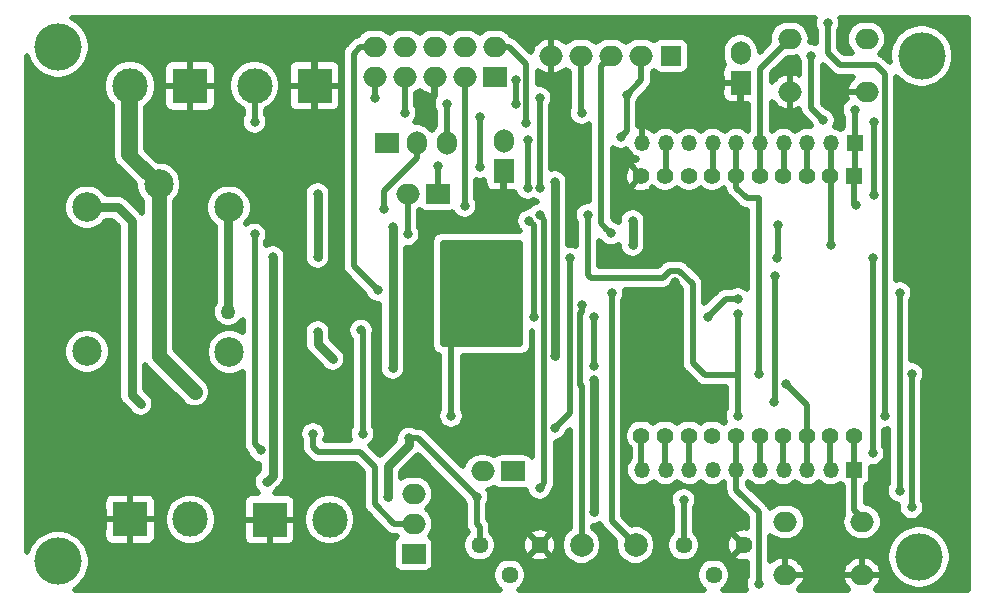
<source format=gbl>
G04 #@! TF.GenerationSoftware,KiCad,Pcbnew,(5.1.2)-1*
G04 #@! TF.CreationDate,2019-11-06T14:03:34-03:00*
G04 #@! TF.ProjectId,Xbee,58626565-2e6b-4696-9361-645f70636258,rev?*
G04 #@! TF.SameCoordinates,Original*
G04 #@! TF.FileFunction,Copper,L2,Bot*
G04 #@! TF.FilePolarity,Positive*
%FSLAX46Y46*%
G04 Gerber Fmt 4.6, Leading zero omitted, Abs format (unit mm)*
G04 Created by KiCad (PCBNEW (5.1.2)-1) date 2019-11-06 14:03:34*
%MOMM*%
%LPD*%
G04 APERTURE LIST*
%ADD10C,3.000000*%
%ADD11R,3.000000X3.000000*%
%ADD12R,1.400000X1.400000*%
%ADD13C,1.400000*%
%ADD14C,1.440000*%
%ADD15O,2.000000X1.700000*%
%ADD16R,2.000000X1.700000*%
%ADD17O,1.700000X2.000000*%
%ADD18R,1.700000X2.000000*%
%ADD19O,1.350000X1.350000*%
%ADD20R,1.350000X1.350000*%
%ADD21C,2.000000*%
%ADD22C,2.500000*%
%ADD23R,1.700000X1.700000*%
%ADD24C,4.000000*%
%ADD25C,1.270000*%
%ADD26C,0.800000*%
%ADD27C,0.750000*%
%ADD28C,0.500000*%
%ADD29C,1.270000*%
G04 APERTURE END LIST*
D10*
X89535000Y-36576000D03*
D11*
X94615000Y-36576000D03*
D12*
X150836640Y-44190720D03*
D13*
X148836640Y-44190720D03*
X146836640Y-44190720D03*
X144836640Y-44190720D03*
X142836640Y-44190720D03*
X140836640Y-44190720D03*
X138836640Y-44190720D03*
X136836640Y-44190720D03*
X134836640Y-44190720D03*
X132836640Y-44190720D03*
X132836640Y-66190720D03*
X134836640Y-66190720D03*
X136836640Y-66190720D03*
X138836640Y-66190720D03*
X140836640Y-66190720D03*
X142836640Y-66190720D03*
X144836640Y-66190720D03*
X146836640Y-66190720D03*
X148836640Y-66190720D03*
X150836640Y-66190720D03*
D11*
X89549000Y-73275000D03*
D10*
X94629000Y-73275000D03*
D14*
X136398000Y-75438000D03*
X138938000Y-77978000D03*
X141478000Y-75438000D03*
D15*
X110236000Y-33274000D03*
X110236000Y-35814000D03*
X112776000Y-33274000D03*
X112776000Y-35814000D03*
X115316000Y-33274000D03*
X115316000Y-35814000D03*
X117856000Y-33274000D03*
X117856000Y-35814000D03*
X120396000Y-33274000D03*
D16*
X120396000Y-35814000D03*
D14*
X119126000Y-75438000D03*
X121666000Y-77978000D03*
X124206000Y-75438000D03*
D15*
X151511000Y-77978000D03*
X145011000Y-77978000D03*
X151511000Y-73478000D03*
X145011000Y-73478000D03*
X145392000Y-32584000D03*
X151892000Y-32584000D03*
X145392000Y-37084000D03*
X151892000Y-37084000D03*
D17*
X121158000Y-41275000D03*
D18*
X121158000Y-43815000D03*
D19*
X132874000Y-69088000D03*
X134874000Y-69088000D03*
X136874000Y-69088000D03*
X138874000Y-69088000D03*
X140874000Y-69088000D03*
X142874000Y-69088000D03*
X144874000Y-69088000D03*
X146874000Y-69088000D03*
X148874000Y-69088000D03*
D20*
X150874000Y-69088000D03*
D19*
X132876000Y-41402000D03*
X134876000Y-41402000D03*
X136876000Y-41402000D03*
X138876000Y-41402000D03*
X140876000Y-41402000D03*
X142876000Y-41402000D03*
X144876000Y-41402000D03*
X146876000Y-41402000D03*
X148876000Y-41402000D03*
D20*
X150876000Y-41402000D03*
D21*
X127762000Y-75438000D03*
X132334000Y-75438000D03*
D10*
X106429000Y-73300000D03*
D11*
X101349000Y-73300000D03*
D22*
X91948000Y-44900000D03*
X97898000Y-46850000D03*
X97948000Y-59100000D03*
X85898000Y-59050000D03*
X85898000Y-46850000D03*
D17*
X141224000Y-33782000D03*
D18*
X141224000Y-36322000D03*
D23*
X135337000Y-34036000D03*
D15*
X132797000Y-34036000D03*
X130257000Y-34036000D03*
X127717000Y-34036000D03*
X125177000Y-34036000D03*
D11*
X105155000Y-36550000D03*
D10*
X100075000Y-36550000D03*
D15*
X113538000Y-71120000D03*
X113538000Y-73660000D03*
D16*
X113538000Y-76200000D03*
D15*
X113030000Y-45720000D03*
D16*
X115570000Y-45720000D03*
X111252000Y-41402000D03*
D17*
X113792000Y-41402000D03*
X116332000Y-41402000D03*
D16*
X121920000Y-69215000D03*
D15*
X119380000Y-69215000D03*
D24*
X83439000Y-33274000D03*
X83439000Y-76835000D03*
X156566000Y-34036000D03*
X156337000Y-76454000D03*
D25*
X97844000Y-55680000D03*
D26*
X125476000Y-59436000D03*
X125476000Y-44704000D03*
X135636000Y-53213000D03*
X114427000Y-38227000D03*
X135255000Y-56261000D03*
X137160000Y-51689000D03*
X120396000Y-62865000D03*
X125222000Y-36518001D03*
X116714000Y-50927000D03*
X116714000Y-56261000D03*
X116713000Y-52451000D03*
X116713000Y-57531000D03*
X116713000Y-64516000D03*
X110490000Y-53848000D03*
X132080000Y-50038000D03*
X132080000Y-48006022D03*
X150876000Y-38608000D03*
X150961600Y-46697010D03*
X109220000Y-66040000D03*
X109092997Y-57276997D03*
X138430000Y-56134000D03*
X140970000Y-54610000D03*
X147193000Y-34036000D03*
X148209000Y-39497000D03*
X152527000Y-39624000D03*
X152527000Y-45847000D03*
X148844000Y-50038000D03*
X130257000Y-49062990D03*
X113030000Y-49149000D03*
X112776000Y-38862000D03*
X127762000Y-38862000D03*
X119126000Y-43434000D03*
X115570000Y-43345990D03*
X119126000Y-39243000D03*
X123075122Y-39712010D03*
X142748000Y-60960000D03*
X155702000Y-60960000D03*
X155702000Y-72263000D03*
X124228860Y-45239940D03*
X124206000Y-37592000D03*
X110236000Y-37592000D03*
X124206000Y-47498000D03*
X124206000Y-70612000D03*
X117856000Y-46736000D03*
X142748000Y-78740000D03*
X148590000Y-31242000D03*
X153416000Y-64516000D03*
X110998000Y-46990000D03*
X123698000Y-56134000D03*
X123317000Y-48006000D03*
X128778000Y-60325000D03*
X128778000Y-56134000D03*
X145112740Y-61849000D03*
X140970000Y-64516000D03*
X140970000Y-55880000D03*
X128270000Y-47498000D03*
X100076000Y-39624000D03*
X116332000Y-38100000D03*
X122174000Y-36068000D03*
X122174000Y-38100000D03*
X123190000Y-45212000D03*
X123190000Y-41148000D03*
X131064000Y-40894000D03*
X131572000Y-37338000D03*
X126746000Y-51181000D03*
X125476000Y-65532000D03*
X90424000Y-63500000D03*
D25*
X94996000Y-62484000D03*
D26*
X105029000Y-66040000D03*
X144399000Y-48387000D03*
X144272000Y-51181000D03*
X152400000Y-67691000D03*
X152400000Y-51181000D03*
X105410000Y-51054000D03*
X105410000Y-45720000D03*
X101600000Y-51054000D03*
X128778000Y-72644000D03*
X128777998Y-61468000D03*
X101092000Y-70104000D03*
X136398000Y-71628000D03*
X111379000Y-71374000D03*
X113157000Y-66421000D03*
X118872000Y-71374000D03*
X154686000Y-54102000D03*
X154686000Y-70866000D03*
X130302000Y-54102000D03*
X127762000Y-55118000D03*
X144110000Y-52670000D03*
X144017998Y-63373000D03*
X100076000Y-49149000D03*
X100584000Y-67437000D03*
X111760000Y-60452000D03*
X111760000Y-48514000D03*
X106680000Y-59690000D03*
X105410000Y-57404000D03*
D27*
X125476000Y-59436000D02*
X125476000Y-44704000D01*
X97844000Y-46904000D02*
X97898000Y-46850000D01*
X97844000Y-55680000D02*
X97844000Y-46904000D01*
D28*
X124714000Y-34499000D02*
X125177000Y-34036000D01*
X115316000Y-35814000D02*
X115316000Y-37338000D01*
X115316000Y-37338000D02*
X114427000Y-38227000D01*
X125177000Y-36473001D02*
X125222000Y-36518001D01*
X125177000Y-34036000D02*
X125177000Y-36473001D01*
X116713000Y-64516000D02*
X116713000Y-63950315D01*
X116713000Y-63950315D02*
X116713000Y-57531000D01*
X109033919Y-33274000D02*
X108458000Y-33849919D01*
X108458000Y-51816000D02*
X110490000Y-53848000D01*
X108458000Y-33849919D02*
X108458000Y-51816000D01*
X110236000Y-33274000D02*
X109033919Y-33274000D01*
D27*
X132080000Y-50038000D02*
X132080000Y-48006022D01*
D28*
X150876000Y-41402000D02*
X150876000Y-40227000D01*
X150876000Y-40227000D02*
X150876000Y-39624000D01*
X150876000Y-39624000D02*
X150876000Y-38608000D01*
X150836640Y-44190720D02*
X150836640Y-46572050D01*
X150836640Y-46572050D02*
X150961600Y-46697010D01*
X150876000Y-44151360D02*
X150836640Y-44190720D01*
X150876000Y-41402000D02*
X150876000Y-44151360D01*
X109220000Y-66040000D02*
X109220000Y-57404000D01*
X109220000Y-57404000D02*
X109092997Y-57276997D01*
X138430000Y-56134000D02*
X139954000Y-54610000D01*
X140404315Y-54610000D02*
X140970000Y-54610000D01*
X139954000Y-54610000D02*
X140404315Y-54610000D01*
X147193000Y-38481000D02*
X147193000Y-34036000D01*
X148209000Y-39497000D02*
X147193000Y-38481000D01*
X152527000Y-45847000D02*
X152527000Y-39624000D01*
X130257000Y-34036000D02*
X130257000Y-34245000D01*
X148844000Y-44198080D02*
X148836640Y-44190720D01*
X148844000Y-50038000D02*
X148844000Y-44198080D01*
X129407001Y-48212991D02*
X129857001Y-48662991D01*
X129857001Y-48662991D02*
X130257000Y-49062990D01*
X129407001Y-34885999D02*
X129407001Y-48212991D01*
X130257000Y-34036000D02*
X129407001Y-34885999D01*
X148876000Y-44151360D02*
X148836640Y-44190720D01*
X148876000Y-41402000D02*
X148876000Y-44151360D01*
X113030000Y-49149000D02*
X113030000Y-45720000D01*
X112776000Y-35814000D02*
X112776000Y-38862000D01*
X127717000Y-34036000D02*
X127717000Y-38817000D01*
X127717000Y-38817000D02*
X127762000Y-38862000D01*
X115570000Y-45720000D02*
X115570000Y-43345990D01*
X119126000Y-43434000D02*
X119126000Y-39243000D01*
X146876000Y-44151360D02*
X146836640Y-44190720D01*
X146876000Y-41402000D02*
X146876000Y-44151360D01*
X120396000Y-33274000D02*
X121598081Y-33274000D01*
X121598081Y-33274000D02*
X123075122Y-34751041D01*
X123075122Y-39146325D02*
X123075122Y-39712010D01*
X123075122Y-34751041D02*
X123075122Y-39146325D01*
X144876000Y-44151360D02*
X144836640Y-44190720D01*
X144876000Y-41402000D02*
X144876000Y-44151360D01*
X142876000Y-35100000D02*
X142876000Y-41402000D01*
X145392000Y-32584000D02*
X142876000Y-35100000D01*
X142876000Y-44151360D02*
X142836640Y-44190720D01*
X142876000Y-41402000D02*
X142876000Y-44151360D01*
X140876000Y-44151360D02*
X140836640Y-44190720D01*
X140876000Y-41402000D02*
X140876000Y-44151360D01*
X140836640Y-45180669D02*
X141756971Y-46101000D01*
X140836640Y-44190720D02*
X140836640Y-45180669D01*
X141756971Y-46101000D02*
X142748000Y-46101000D01*
X142748000Y-46101000D02*
X142748000Y-60960000D01*
X155702000Y-60960000D02*
X155702000Y-72263000D01*
X138876000Y-44151360D02*
X138836640Y-44190720D01*
X138876000Y-41402000D02*
X138876000Y-44151360D01*
X110236000Y-35814000D02*
X110236000Y-37592000D01*
X124206000Y-45217080D02*
X124228860Y-45239940D01*
X124206000Y-37592000D02*
X124206000Y-45217080D01*
X134876000Y-44151360D02*
X134836640Y-44190720D01*
X134876000Y-41402000D02*
X134876000Y-44151360D01*
X132836640Y-69050640D02*
X132874000Y-69088000D01*
X132836640Y-66190720D02*
X132836640Y-69050640D01*
X117856000Y-35814000D02*
X117856000Y-46736000D01*
X124605999Y-47897999D02*
X124605999Y-70212001D01*
X124206000Y-47498000D02*
X124605999Y-47897999D01*
X124605999Y-70212001D02*
X124206000Y-70612000D01*
X134836640Y-69050640D02*
X134874000Y-69088000D01*
X134836640Y-66190720D02*
X134836640Y-69050640D01*
X136836640Y-69050640D02*
X136874000Y-69088000D01*
X136836640Y-66190720D02*
X136836640Y-69050640D01*
X140836640Y-69050640D02*
X140874000Y-69088000D01*
X140836640Y-66190720D02*
X140836640Y-69050640D01*
X140874000Y-70770000D02*
X140874000Y-69088000D01*
X142748000Y-78740000D02*
X142748000Y-72644000D01*
X142748000Y-72644000D02*
X140874000Y-70770000D01*
X153416000Y-35560000D02*
X153416000Y-39624000D01*
X152654000Y-34798000D02*
X153416000Y-35560000D01*
X148590000Y-31242000D02*
X148590000Y-33782000D01*
X153416000Y-39624000D02*
X153416000Y-64516000D01*
X149606000Y-34798000D02*
X152654000Y-34798000D01*
X148590000Y-33782000D02*
X149606000Y-34798000D01*
X142836640Y-69050640D02*
X142874000Y-69088000D01*
X142836640Y-66190720D02*
X142836640Y-69050640D01*
X144836640Y-69050640D02*
X144874000Y-69088000D01*
X144836640Y-66190720D02*
X144836640Y-69050640D01*
X146836640Y-69050640D02*
X146874000Y-69088000D01*
X146836640Y-66190720D02*
X146836640Y-69050640D01*
X113792000Y-42672000D02*
X110998000Y-45466000D01*
X113792000Y-41402000D02*
X113792000Y-42672000D01*
X110998000Y-45466000D02*
X110998000Y-46609000D01*
X110998000Y-46609000D02*
X110998000Y-46990000D01*
X123698000Y-56134000D02*
X123698000Y-48387000D01*
X123698000Y-48387000D02*
X123317000Y-48006000D01*
X146558000Y-65912080D02*
X146836640Y-66190720D01*
X128778000Y-56134000D02*
X128778000Y-60325000D01*
X145512739Y-62248999D02*
X145112740Y-61849000D01*
X146836640Y-63572900D02*
X145512739Y-62248999D01*
X146836640Y-66190720D02*
X146836640Y-63572900D01*
X148836640Y-69050640D02*
X148874000Y-69088000D01*
X148836640Y-66190720D02*
X148836640Y-69050640D01*
X150836640Y-69050640D02*
X150874000Y-69088000D01*
X150836640Y-66190720D02*
X150836640Y-69050640D01*
X150874000Y-72460000D02*
X150874000Y-69088000D01*
X151892000Y-73478000D02*
X150874000Y-72460000D01*
X140970000Y-64516000D02*
X140970000Y-61087000D01*
X140970000Y-61087000D02*
X140970000Y-55880000D01*
X128270000Y-47498000D02*
X128270000Y-52578000D01*
X128270000Y-52578000D02*
X128524000Y-52832000D01*
X128524000Y-52832000D02*
X134631996Y-52832000D01*
X135227998Y-52235998D02*
X136055998Y-52235998D01*
X134631996Y-52832000D02*
X135227998Y-52235998D01*
X137160000Y-53340000D02*
X137160000Y-60071000D01*
X136055998Y-52235998D02*
X137160000Y-53340000D01*
X138176000Y-61087000D02*
X140970000Y-61087000D01*
X137160000Y-60071000D02*
X138176000Y-61087000D01*
X100075000Y-36550000D02*
X100075000Y-39623000D01*
X100075000Y-39623000D02*
X100076000Y-39624000D01*
X122174000Y-38100000D02*
X122174000Y-36068000D01*
X116332000Y-41402000D02*
X116332000Y-38100000D01*
X123190000Y-45212000D02*
X123190000Y-41148000D01*
X131572000Y-40386000D02*
X131064000Y-40894000D01*
X131572000Y-37338000D02*
X131572000Y-40386000D01*
X132797000Y-36113000D02*
X131572000Y-37338000D01*
X132797000Y-34036000D02*
X132797000Y-36113000D01*
X126746000Y-51181000D02*
X126746000Y-51746685D01*
X126746000Y-51746685D02*
X126746000Y-64262000D01*
X126746000Y-64262000D02*
X125476000Y-65532000D01*
D27*
X89662000Y-48006000D02*
X89662000Y-62738000D01*
X89662000Y-62738000D02*
X90424000Y-63500000D01*
X85898000Y-46850000D02*
X88506000Y-46850000D01*
X88506000Y-46850000D02*
X89662000Y-48006000D01*
D29*
X89370000Y-42322000D02*
X91948000Y-44900000D01*
X89370000Y-36600000D02*
X89370000Y-42322000D01*
X91948000Y-59436000D02*
X94996000Y-62484000D01*
X91948000Y-44900000D02*
X91948000Y-59436000D01*
X89535000Y-42487000D02*
X91948000Y-44900000D01*
X89535000Y-36576000D02*
X89535000Y-42487000D01*
D28*
X111887000Y-73660000D02*
X113538000Y-73660000D01*
X105029000Y-67183000D02*
X105410000Y-67564000D01*
X105029000Y-66040000D02*
X105029000Y-67183000D01*
X105410000Y-67564000D02*
X108966000Y-67564000D01*
X108966000Y-67564000D02*
X110236000Y-68834000D01*
X110236000Y-68834000D02*
X110236000Y-72009000D01*
X110236000Y-72009000D02*
X111887000Y-73660000D01*
X144399000Y-51054000D02*
X144272000Y-51181000D01*
X144399000Y-48387000D02*
X144399000Y-51054000D01*
X152400000Y-67691000D02*
X152400000Y-51181000D01*
D27*
X105410000Y-51054000D02*
X105410000Y-45720000D01*
X128778000Y-72644000D02*
X128778000Y-61468002D01*
X128778000Y-61468002D02*
X128777998Y-61468000D01*
X101092000Y-70104000D02*
X101600000Y-69596000D01*
X101600000Y-51619685D02*
X101600000Y-51054000D01*
X101600000Y-69596000D02*
X101600000Y-51619685D01*
D28*
X136398000Y-75438000D02*
X136398000Y-71628000D01*
D27*
X113157000Y-66421000D02*
X113157000Y-66986685D01*
X111379000Y-68764685D02*
X111379000Y-68834000D01*
X113157000Y-66986685D02*
X111379000Y-68764685D01*
X111379000Y-71374000D02*
X111379000Y-68834000D01*
D28*
X113919000Y-66421000D02*
X118872000Y-71374000D01*
X113157000Y-66421000D02*
X113919000Y-66421000D01*
X118872000Y-71374000D02*
X118872000Y-73660000D01*
X118872000Y-73660000D02*
X119126000Y-73914000D01*
X119126000Y-73914000D02*
X119126000Y-75438000D01*
X154686000Y-70866000D02*
X154686000Y-54102000D01*
X132334000Y-75438000D02*
X130302000Y-73406000D01*
X130302000Y-73406000D02*
X130302000Y-54102000D01*
X127762000Y-75438000D02*
X127762000Y-61964004D01*
X127762000Y-55683685D02*
X127762000Y-55118000D01*
X127673998Y-55771687D02*
X127762000Y-55683685D01*
X127762000Y-61964004D02*
X127673998Y-61876002D01*
X127673998Y-61876002D02*
X127673998Y-55771687D01*
X144110000Y-63280998D02*
X144017998Y-63373000D01*
X144110000Y-52670000D02*
X144110000Y-63280998D01*
X100076000Y-66929000D02*
X100584000Y-67437000D01*
X100076000Y-49149000D02*
X100076000Y-66929000D01*
D27*
X111760000Y-60452000D02*
X111760000Y-48514000D01*
X106680000Y-59690000D02*
X105410000Y-58420000D01*
X105410000Y-58420000D02*
X105410000Y-57404000D01*
D28*
G36*
X122562260Y-55908038D02*
G01*
X122540000Y-56019947D01*
X122540000Y-56248053D01*
X122562260Y-56359962D01*
X122562260Y-58397385D01*
X116062260Y-58397385D01*
X116062260Y-49897385D01*
X122562260Y-49897385D01*
X122562260Y-55908038D01*
X122562260Y-55908038D01*
G37*
X122562260Y-55908038D02*
X122540000Y-56019947D01*
X122540000Y-56248053D01*
X122562260Y-56359962D01*
X122562260Y-58397385D01*
X116062260Y-58397385D01*
X116062260Y-49897385D01*
X122562260Y-49897385D01*
X122562260Y-55908038D01*
G36*
X147476501Y-30904224D02*
G01*
X147432000Y-31127947D01*
X147432000Y-31356053D01*
X147476501Y-31579776D01*
X147563794Y-31790519D01*
X147582000Y-31817767D01*
X147582001Y-32943719D01*
X147530776Y-32922501D01*
X147307053Y-32878000D01*
X147128823Y-32878000D01*
X147157780Y-32584000D01*
X147126733Y-32268777D01*
X147034786Y-31965668D01*
X146885472Y-31686321D01*
X146684529Y-31441471D01*
X146439679Y-31240528D01*
X146160332Y-31091214D01*
X145857223Y-30999267D01*
X145620991Y-30976000D01*
X145163009Y-30976000D01*
X144926777Y-30999267D01*
X144623668Y-31091214D01*
X144344321Y-31240528D01*
X144099471Y-31441471D01*
X143898528Y-31686321D01*
X143749214Y-31965668D01*
X143657267Y-32268777D01*
X143626220Y-32584000D01*
X143656728Y-32893745D01*
X142832000Y-33718473D01*
X142832000Y-33553010D01*
X142808733Y-33316778D01*
X142716786Y-33013669D01*
X142567472Y-32734321D01*
X142366529Y-32489471D01*
X142121679Y-32288528D01*
X141842332Y-32139214D01*
X141539223Y-32047267D01*
X141224000Y-32016220D01*
X140908778Y-32047267D01*
X140605669Y-32139214D01*
X140326322Y-32288528D01*
X140081471Y-32489471D01*
X139880528Y-32734321D01*
X139731214Y-33013668D01*
X139639267Y-33316777D01*
X139616000Y-33553009D01*
X139616000Y-34010990D01*
X139639267Y-34247222D01*
X139731214Y-34550331D01*
X139849587Y-34771792D01*
X139835419Y-34783419D01*
X139740696Y-34898840D01*
X139670311Y-35030522D01*
X139626967Y-35173406D01*
X139612332Y-35322000D01*
X139616000Y-36128500D01*
X139805500Y-36318000D01*
X141220000Y-36318000D01*
X141220000Y-36298000D01*
X141228000Y-36298000D01*
X141228000Y-36318000D01*
X141248000Y-36318000D01*
X141248000Y-36326000D01*
X141228000Y-36326000D01*
X141228000Y-37890500D01*
X141417500Y-38080000D01*
X141868000Y-38082517D01*
X141868001Y-40362324D01*
X141675984Y-40204739D01*
X141427039Y-40071675D01*
X141156917Y-39989735D01*
X140946392Y-39969000D01*
X140805608Y-39969000D01*
X140595083Y-39989735D01*
X140324961Y-40071675D01*
X140076016Y-40204739D01*
X139876000Y-40368889D01*
X139675984Y-40204739D01*
X139427039Y-40071675D01*
X139156917Y-39989735D01*
X138946392Y-39969000D01*
X138805608Y-39969000D01*
X138595083Y-39989735D01*
X138324961Y-40071675D01*
X138076016Y-40204739D01*
X137876000Y-40368889D01*
X137675984Y-40204739D01*
X137427039Y-40071675D01*
X137156917Y-39989735D01*
X136946392Y-39969000D01*
X136805608Y-39969000D01*
X136595083Y-39989735D01*
X136324961Y-40071675D01*
X136076016Y-40204739D01*
X135876000Y-40368889D01*
X135675984Y-40204739D01*
X135427039Y-40071675D01*
X135156917Y-39989735D01*
X134946392Y-39969000D01*
X134805608Y-39969000D01*
X134595083Y-39989735D01*
X134324961Y-40071675D01*
X134076016Y-40204739D01*
X133867987Y-40375466D01*
X133715057Y-40240331D01*
X133472304Y-40098960D01*
X133206636Y-40007664D01*
X133104120Y-39987274D01*
X132880000Y-40158506D01*
X132880000Y-41398000D01*
X132900000Y-41398000D01*
X132900000Y-41406000D01*
X132880000Y-41406000D01*
X132880000Y-41426000D01*
X132872000Y-41426000D01*
X132872000Y-41406000D01*
X132852000Y-41406000D01*
X132852000Y-41398000D01*
X132872000Y-41398000D01*
X132872000Y-40158506D01*
X132647880Y-39987274D01*
X132580000Y-40000775D01*
X132580000Y-37913766D01*
X132598206Y-37886519D01*
X132685499Y-37675776D01*
X132691892Y-37643635D01*
X133013527Y-37322000D01*
X139612332Y-37322000D01*
X139626967Y-37470594D01*
X139670311Y-37613478D01*
X139740696Y-37745160D01*
X139835419Y-37860581D01*
X139950840Y-37955304D01*
X140082522Y-38025689D01*
X140225406Y-38069033D01*
X140374000Y-38083668D01*
X141030500Y-38080000D01*
X141220000Y-37890500D01*
X141220000Y-36326000D01*
X139805500Y-36326000D01*
X139616000Y-36515500D01*
X139612332Y-37322000D01*
X133013527Y-37322000D01*
X133474751Y-36860776D01*
X133513212Y-36829212D01*
X133544778Y-36790749D01*
X133639177Y-36675724D01*
X133732776Y-36500611D01*
X133734243Y-36495776D01*
X133790415Y-36310603D01*
X133805000Y-36162518D01*
X133805000Y-36162507D01*
X133809876Y-36113000D01*
X133805000Y-36063493D01*
X133805000Y-35400681D01*
X133844679Y-35379472D01*
X133884548Y-35346752D01*
X133948420Y-35424580D01*
X134063840Y-35519303D01*
X134195523Y-35589689D01*
X134338406Y-35633032D01*
X134487000Y-35647667D01*
X136187000Y-35647667D01*
X136335594Y-35633032D01*
X136478477Y-35589689D01*
X136610160Y-35519303D01*
X136725580Y-35424580D01*
X136820303Y-35309160D01*
X136890689Y-35177477D01*
X136934032Y-35034594D01*
X136948667Y-34886000D01*
X136948667Y-33186000D01*
X136934032Y-33037406D01*
X136890689Y-32894523D01*
X136820303Y-32762840D01*
X136725580Y-32647420D01*
X136610160Y-32552697D01*
X136478477Y-32482311D01*
X136335594Y-32438968D01*
X136187000Y-32424333D01*
X134487000Y-32424333D01*
X134338406Y-32438968D01*
X134195523Y-32482311D01*
X134063840Y-32552697D01*
X133948420Y-32647420D01*
X133884548Y-32725248D01*
X133844679Y-32692528D01*
X133565332Y-32543214D01*
X133262223Y-32451267D01*
X133025991Y-32428000D01*
X132568009Y-32428000D01*
X132331777Y-32451267D01*
X132028668Y-32543214D01*
X131749321Y-32692528D01*
X131527000Y-32874982D01*
X131304679Y-32692528D01*
X131025332Y-32543214D01*
X130722223Y-32451267D01*
X130485991Y-32428000D01*
X130028009Y-32428000D01*
X129791777Y-32451267D01*
X129488668Y-32543214D01*
X129209321Y-32692528D01*
X128987000Y-32874982D01*
X128764679Y-32692528D01*
X128485332Y-32543214D01*
X128182223Y-32451267D01*
X127945991Y-32428000D01*
X127488009Y-32428000D01*
X127251777Y-32451267D01*
X126948668Y-32543214D01*
X126669321Y-32692528D01*
X126440655Y-32880190D01*
X126223682Y-32701220D01*
X125946050Y-32551933D01*
X125644628Y-32459678D01*
X125331000Y-32428000D01*
X125181000Y-32428000D01*
X125181000Y-34032000D01*
X125201000Y-34032000D01*
X125201000Y-34040000D01*
X125181000Y-34040000D01*
X125181000Y-35644000D01*
X125331000Y-35644000D01*
X125644628Y-35612322D01*
X125946050Y-35520067D01*
X126223682Y-35370780D01*
X126440655Y-35191810D01*
X126669321Y-35379472D01*
X126709000Y-35400681D01*
X126709001Y-38378165D01*
X126648501Y-38524224D01*
X126604000Y-38747947D01*
X126604000Y-38976053D01*
X126648501Y-39199776D01*
X126735794Y-39410519D01*
X126862523Y-39600182D01*
X127023818Y-39761477D01*
X127213481Y-39888206D01*
X127424224Y-39975499D01*
X127647947Y-40020000D01*
X127876053Y-40020000D01*
X128099776Y-39975499D01*
X128310519Y-39888206D01*
X128399001Y-39829084D01*
X128399002Y-46342973D01*
X128384053Y-46340000D01*
X128155947Y-46340000D01*
X127932224Y-46384501D01*
X127721481Y-46471794D01*
X127531818Y-46598523D01*
X127370523Y-46759818D01*
X127243794Y-46949481D01*
X127156501Y-47160224D01*
X127112000Y-47383947D01*
X127112000Y-47612053D01*
X127156501Y-47835776D01*
X127243794Y-48046519D01*
X127262000Y-48073766D01*
X127262001Y-50141324D01*
X127083776Y-50067501D01*
X126860053Y-50023000D01*
X126631947Y-50023000D01*
X126609000Y-50027564D01*
X126609000Y-44943737D01*
X126634000Y-44818053D01*
X126634000Y-44589947D01*
X126589499Y-44366224D01*
X126502206Y-44155481D01*
X126375477Y-43965818D01*
X126214182Y-43804523D01*
X126024519Y-43677794D01*
X125813776Y-43590501D01*
X125590053Y-43546000D01*
X125361947Y-43546000D01*
X125214000Y-43575428D01*
X125214000Y-38167766D01*
X125232206Y-38140519D01*
X125319499Y-37929776D01*
X125364000Y-37706053D01*
X125364000Y-37477947D01*
X125319499Y-37254224D01*
X125232206Y-37043481D01*
X125105477Y-36853818D01*
X124944182Y-36692523D01*
X124754519Y-36565794D01*
X124543776Y-36478501D01*
X124320053Y-36434000D01*
X124091947Y-36434000D01*
X124083122Y-36435755D01*
X124083122Y-35331850D01*
X124130318Y-35370780D01*
X124407950Y-35520067D01*
X124709372Y-35612322D01*
X125023000Y-35644000D01*
X125173000Y-35644000D01*
X125173000Y-34040000D01*
X125153000Y-34040000D01*
X125153000Y-34032000D01*
X125173000Y-34032000D01*
X125173000Y-32428000D01*
X125023000Y-32428000D01*
X124709372Y-32459678D01*
X124407950Y-32551933D01*
X124130318Y-32701220D01*
X123887145Y-32901801D01*
X123687776Y-33145969D01*
X123539872Y-33424340D01*
X123455291Y-33705683D01*
X122345857Y-32596249D01*
X122314293Y-32557788D01*
X122231049Y-32489471D01*
X122160805Y-32431824D01*
X122146790Y-32424333D01*
X121985692Y-32338224D01*
X121815948Y-32286732D01*
X121688529Y-32131471D01*
X121443679Y-31930528D01*
X121164332Y-31781214D01*
X120861223Y-31689267D01*
X120624991Y-31666000D01*
X120167009Y-31666000D01*
X119930777Y-31689267D01*
X119627668Y-31781214D01*
X119348321Y-31930528D01*
X119126000Y-32112982D01*
X118903679Y-31930528D01*
X118624332Y-31781214D01*
X118321223Y-31689267D01*
X118084991Y-31666000D01*
X117627009Y-31666000D01*
X117390777Y-31689267D01*
X117087668Y-31781214D01*
X116808321Y-31930528D01*
X116586000Y-32112982D01*
X116363679Y-31930528D01*
X116084332Y-31781214D01*
X115781223Y-31689267D01*
X115544991Y-31666000D01*
X115087009Y-31666000D01*
X114850777Y-31689267D01*
X114547668Y-31781214D01*
X114268321Y-31930528D01*
X114046000Y-32112982D01*
X113823679Y-31930528D01*
X113544332Y-31781214D01*
X113241223Y-31689267D01*
X113004991Y-31666000D01*
X112547009Y-31666000D01*
X112310777Y-31689267D01*
X112007668Y-31781214D01*
X111728321Y-31930528D01*
X111506000Y-32112982D01*
X111283679Y-31930528D01*
X111004332Y-31781214D01*
X110701223Y-31689267D01*
X110464991Y-31666000D01*
X110007009Y-31666000D01*
X109770777Y-31689267D01*
X109467668Y-31781214D01*
X109188321Y-31930528D01*
X108943471Y-32131471D01*
X108816052Y-32286732D01*
X108646308Y-32338224D01*
X108613989Y-32355499D01*
X108471194Y-32431824D01*
X108425261Y-32469521D01*
X108317707Y-32557788D01*
X108286139Y-32596254D01*
X107780250Y-33102142D01*
X107741788Y-33133707D01*
X107710224Y-33172168D01*
X107710222Y-33172170D01*
X107661514Y-33231521D01*
X107615824Y-33287195D01*
X107522224Y-33462309D01*
X107464585Y-33652317D01*
X107450000Y-33800402D01*
X107450000Y-33800412D01*
X107445124Y-33849919D01*
X107450000Y-33899426D01*
X107450001Y-51766483D01*
X107445124Y-51816000D01*
X107450001Y-51865517D01*
X107450001Y-51865518D01*
X107458638Y-51953206D01*
X107464586Y-52013602D01*
X107522225Y-52203611D01*
X107615824Y-52378724D01*
X107710222Y-52493749D01*
X107710229Y-52493756D01*
X107741789Y-52532212D01*
X107780244Y-52563771D01*
X109370108Y-54153636D01*
X109376501Y-54185776D01*
X109463794Y-54396519D01*
X109590523Y-54586182D01*
X109751818Y-54747477D01*
X109941481Y-54874206D01*
X110152224Y-54961499D01*
X110375947Y-55006000D01*
X110604053Y-55006000D01*
X110627000Y-55001435D01*
X110627000Y-60212263D01*
X110602000Y-60337947D01*
X110602000Y-60566053D01*
X110646501Y-60789776D01*
X110733794Y-61000519D01*
X110860523Y-61190182D01*
X111021818Y-61351477D01*
X111211481Y-61478206D01*
X111422224Y-61565499D01*
X111645947Y-61610000D01*
X111874053Y-61610000D01*
X112097776Y-61565499D01*
X112308519Y-61478206D01*
X112498182Y-61351477D01*
X112659477Y-61190182D01*
X112786206Y-61000519D01*
X112873499Y-60789776D01*
X112918000Y-60566053D01*
X112918000Y-60337947D01*
X112893000Y-60212263D01*
X112893000Y-50302436D01*
X112915947Y-50307000D01*
X113144053Y-50307000D01*
X113367776Y-50262499D01*
X113578519Y-50175206D01*
X113768182Y-50048477D01*
X113929477Y-49887182D01*
X114056206Y-49697519D01*
X114143499Y-49486776D01*
X114188000Y-49263053D01*
X114188000Y-49034947D01*
X114143499Y-48811224D01*
X114056206Y-48600481D01*
X114038000Y-48573234D01*
X114038000Y-47113980D01*
X114146840Y-47203303D01*
X114278523Y-47273689D01*
X114421406Y-47317032D01*
X114570000Y-47331667D01*
X116570000Y-47331667D01*
X116718594Y-47317032D01*
X116829345Y-47283436D01*
X116829794Y-47284519D01*
X116956523Y-47474182D01*
X117117818Y-47635477D01*
X117307481Y-47762206D01*
X117518224Y-47849499D01*
X117741947Y-47894000D01*
X117970053Y-47894000D01*
X118193776Y-47849499D01*
X118404519Y-47762206D01*
X118594182Y-47635477D01*
X118755477Y-47474182D01*
X118882206Y-47284519D01*
X118969499Y-47073776D01*
X119014000Y-46850053D01*
X119014000Y-46621947D01*
X118969499Y-46398224D01*
X118882206Y-46187481D01*
X118864000Y-46160234D01*
X118864000Y-44562572D01*
X119011947Y-44592000D01*
X119240053Y-44592000D01*
X119463776Y-44547499D01*
X119547707Y-44512734D01*
X119546332Y-44815000D01*
X119560967Y-44963594D01*
X119604311Y-45106478D01*
X119674696Y-45238160D01*
X119769419Y-45353581D01*
X119884840Y-45448304D01*
X120016522Y-45518689D01*
X120159406Y-45562033D01*
X120308000Y-45576668D01*
X120964500Y-45573000D01*
X121154000Y-45383500D01*
X121154000Y-43819000D01*
X121134000Y-43819000D01*
X121134000Y-43811000D01*
X121154000Y-43811000D01*
X121154000Y-43791000D01*
X121162000Y-43791000D01*
X121162000Y-43811000D01*
X121182000Y-43811000D01*
X121182000Y-43819000D01*
X121162000Y-43819000D01*
X121162000Y-45383500D01*
X121351500Y-45573000D01*
X122008000Y-45576668D01*
X122084518Y-45569132D01*
X122163794Y-45760519D01*
X122290523Y-45950182D01*
X122451818Y-46111477D01*
X122641481Y-46238206D01*
X122852224Y-46325499D01*
X123075947Y-46370000D01*
X123304053Y-46370000D01*
X123527776Y-46325499D01*
X123676792Y-46263774D01*
X123680341Y-46266146D01*
X123891084Y-46353439D01*
X123957734Y-46366696D01*
X123868224Y-46384501D01*
X123657481Y-46471794D01*
X123467818Y-46598523D01*
X123306523Y-46759818D01*
X123247602Y-46848000D01*
X123202947Y-46848000D01*
X122979224Y-46892501D01*
X122768481Y-46979794D01*
X122578818Y-47106523D01*
X122417523Y-47267818D01*
X122290794Y-47457481D01*
X122203501Y-47668224D01*
X122159000Y-47891947D01*
X122159000Y-48120053D01*
X122203501Y-48343776D01*
X122290794Y-48554519D01*
X122417523Y-48744182D01*
X122562726Y-48889385D01*
X115812260Y-48889385D01*
X115664382Y-48903950D01*
X115522186Y-48947084D01*
X115391138Y-49017131D01*
X115276273Y-49111398D01*
X115182006Y-49226263D01*
X115111959Y-49357311D01*
X115068825Y-49499507D01*
X115054260Y-49647385D01*
X115054260Y-58647385D01*
X115068825Y-58795263D01*
X115111959Y-58937459D01*
X115182006Y-59068507D01*
X115276273Y-59183372D01*
X115391138Y-59277639D01*
X115522186Y-59347686D01*
X115664382Y-59390820D01*
X115705001Y-59394821D01*
X115705000Y-63900797D01*
X115705000Y-63940234D01*
X115686794Y-63967481D01*
X115599501Y-64178224D01*
X115555000Y-64401947D01*
X115555000Y-64630053D01*
X115599501Y-64853776D01*
X115686794Y-65064519D01*
X115813523Y-65254182D01*
X115974818Y-65415477D01*
X116164481Y-65542206D01*
X116375224Y-65629499D01*
X116598947Y-65674000D01*
X116827053Y-65674000D01*
X117050776Y-65629499D01*
X117261519Y-65542206D01*
X117451182Y-65415477D01*
X117612477Y-65254182D01*
X117739206Y-65064519D01*
X117826499Y-64853776D01*
X117871000Y-64630053D01*
X117871000Y-64401947D01*
X117826499Y-64178224D01*
X117739206Y-63967481D01*
X117721000Y-63940234D01*
X117721000Y-59405385D01*
X122812260Y-59405385D01*
X122960138Y-59390820D01*
X123102334Y-59347686D01*
X123233382Y-59277639D01*
X123348247Y-59183372D01*
X123442514Y-59068507D01*
X123512561Y-58937459D01*
X123555695Y-58795263D01*
X123570260Y-58647385D01*
X123570260Y-57289278D01*
X123583947Y-57292000D01*
X123597999Y-57292000D01*
X123598000Y-68025462D01*
X123553303Y-67941840D01*
X123458580Y-67826420D01*
X123343160Y-67731697D01*
X123211477Y-67661311D01*
X123068594Y-67617968D01*
X122920000Y-67603333D01*
X120920000Y-67603333D01*
X120771406Y-67617968D01*
X120628523Y-67661311D01*
X120496840Y-67731697D01*
X120381420Y-67826420D01*
X120369793Y-67840587D01*
X120148332Y-67722214D01*
X119845223Y-67630267D01*
X119608991Y-67607000D01*
X119151009Y-67607000D01*
X118914777Y-67630267D01*
X118611668Y-67722214D01*
X118332321Y-67871528D01*
X118087471Y-68072471D01*
X117886528Y-68317321D01*
X117737214Y-68596668D01*
X117686704Y-68763177D01*
X114666776Y-65743249D01*
X114635212Y-65704788D01*
X114571364Y-65652389D01*
X114481724Y-65578824D01*
X114306611Y-65485224D01*
X114116603Y-65427585D01*
X113968518Y-65413000D01*
X113968507Y-65413000D01*
X113919000Y-65408124D01*
X113869493Y-65413000D01*
X113732766Y-65413000D01*
X113705519Y-65394794D01*
X113494776Y-65307501D01*
X113271053Y-65263000D01*
X113042947Y-65263000D01*
X112819224Y-65307501D01*
X112608481Y-65394794D01*
X112418818Y-65521523D01*
X112257523Y-65682818D01*
X112130794Y-65872481D01*
X112043501Y-66083224D01*
X111999000Y-66306947D01*
X111999000Y-66535053D01*
X112000216Y-66541165D01*
X110684454Y-67856927D01*
X109843579Y-67016052D01*
X109958182Y-66939477D01*
X110119477Y-66778182D01*
X110246206Y-66588519D01*
X110333499Y-66377776D01*
X110378000Y-66154053D01*
X110378000Y-65925947D01*
X110333499Y-65702224D01*
X110246206Y-65491481D01*
X110228000Y-65464234D01*
X110228000Y-57506664D01*
X110250997Y-57391050D01*
X110250997Y-57162944D01*
X110206496Y-56939221D01*
X110119203Y-56728478D01*
X109992474Y-56538815D01*
X109831179Y-56377520D01*
X109641516Y-56250791D01*
X109430773Y-56163498D01*
X109207050Y-56118997D01*
X108978944Y-56118997D01*
X108755221Y-56163498D01*
X108544478Y-56250791D01*
X108354815Y-56377520D01*
X108193520Y-56538815D01*
X108066791Y-56728478D01*
X107979498Y-56939221D01*
X107934997Y-57162944D01*
X107934997Y-57391050D01*
X107979498Y-57614773D01*
X108066791Y-57825516D01*
X108193520Y-58015179D01*
X108212001Y-58033660D01*
X108212000Y-65464234D01*
X108193794Y-65491481D01*
X108106501Y-65702224D01*
X108062000Y-65925947D01*
X108062000Y-66154053D01*
X108106501Y-66377776D01*
X108180324Y-66556000D01*
X106068676Y-66556000D01*
X106142499Y-66377776D01*
X106187000Y-66154053D01*
X106187000Y-65925947D01*
X106142499Y-65702224D01*
X106055206Y-65491481D01*
X105928477Y-65301818D01*
X105767182Y-65140523D01*
X105577519Y-65013794D01*
X105366776Y-64926501D01*
X105143053Y-64882000D01*
X104914947Y-64882000D01*
X104691224Y-64926501D01*
X104480481Y-65013794D01*
X104290818Y-65140523D01*
X104129523Y-65301818D01*
X104002794Y-65491481D01*
X103915501Y-65702224D01*
X103871000Y-65925947D01*
X103871000Y-66154053D01*
X103915501Y-66377776D01*
X104002794Y-66588519D01*
X104021001Y-66615767D01*
X104021001Y-67133484D01*
X104016124Y-67183000D01*
X104021001Y-67232517D01*
X104021001Y-67232518D01*
X104032890Y-67353224D01*
X104035586Y-67380602D01*
X104093225Y-67570611D01*
X104186824Y-67745724D01*
X104281222Y-67860749D01*
X104281229Y-67860756D01*
X104312789Y-67899212D01*
X104351246Y-67930772D01*
X104662220Y-68241746D01*
X104693788Y-68280212D01*
X104847276Y-68406176D01*
X105022389Y-68499776D01*
X105212397Y-68557415D01*
X105360482Y-68572000D01*
X105360492Y-68572000D01*
X105409999Y-68576876D01*
X105459506Y-68572000D01*
X108548473Y-68572000D01*
X109228000Y-69251527D01*
X109228001Y-71959483D01*
X109223124Y-72009000D01*
X109228001Y-72058517D01*
X109228001Y-72058518D01*
X109242586Y-72206603D01*
X109259551Y-72262529D01*
X109300225Y-72396611D01*
X109393824Y-72571724D01*
X109488222Y-72686749D01*
X109488229Y-72686756D01*
X109519789Y-72725212D01*
X109558245Y-72756772D01*
X111139222Y-74337749D01*
X111170788Y-74376212D01*
X111209249Y-74407776D01*
X111209251Y-74407778D01*
X111324276Y-74502177D01*
X111485464Y-74588333D01*
X111499389Y-74595776D01*
X111689397Y-74653415D01*
X111837482Y-74668000D01*
X111837485Y-74668000D01*
X111887000Y-74672877D01*
X111936515Y-74668000D01*
X112135066Y-74668000D01*
X112156678Y-74694334D01*
X112114840Y-74716697D01*
X111999420Y-74811420D01*
X111904697Y-74926840D01*
X111834311Y-75058523D01*
X111790968Y-75201406D01*
X111776333Y-75350000D01*
X111776333Y-77050000D01*
X111790968Y-77198594D01*
X111834311Y-77341477D01*
X111904697Y-77473160D01*
X111999420Y-77588580D01*
X112114840Y-77683303D01*
X112246523Y-77753689D01*
X112389406Y-77797032D01*
X112538000Y-77811667D01*
X114538000Y-77811667D01*
X114686594Y-77797032D01*
X114829477Y-77753689D01*
X114961160Y-77683303D01*
X115076580Y-77588580D01*
X115171303Y-77473160D01*
X115241689Y-77341477D01*
X115285032Y-77198594D01*
X115299667Y-77050000D01*
X115299667Y-75350000D01*
X115285032Y-75201406D01*
X115241689Y-75058523D01*
X115171303Y-74926840D01*
X115076580Y-74811420D01*
X114961160Y-74716697D01*
X114919322Y-74694334D01*
X115031472Y-74557679D01*
X115180786Y-74278332D01*
X115272733Y-73975223D01*
X115303780Y-73660000D01*
X115272733Y-73344777D01*
X115180786Y-73041668D01*
X115031472Y-72762321D01*
X114830529Y-72517471D01*
X114675205Y-72390000D01*
X114830529Y-72262529D01*
X115031472Y-72017679D01*
X115180786Y-71738332D01*
X115272733Y-71435223D01*
X115303780Y-71120000D01*
X115272733Y-70804777D01*
X115180786Y-70501668D01*
X115031472Y-70222321D01*
X114830529Y-69977471D01*
X114585679Y-69776528D01*
X114306332Y-69627214D01*
X114003223Y-69535267D01*
X113766991Y-69512000D01*
X113309009Y-69512000D01*
X113072777Y-69535267D01*
X112769668Y-69627214D01*
X112512000Y-69764940D01*
X112512000Y-69233988D01*
X113909231Y-67836758D01*
X117752108Y-71679635D01*
X117758501Y-71711776D01*
X117845794Y-71922519D01*
X117864000Y-71949767D01*
X117864001Y-73610483D01*
X117859124Y-73660000D01*
X117864001Y-73709517D01*
X117864001Y-73709518D01*
X117873109Y-73801988D01*
X117878586Y-73857602D01*
X117936225Y-74047611D01*
X118029824Y-74222724D01*
X118118000Y-74330168D01*
X118118000Y-74355793D01*
X117977963Y-74495830D01*
X117816214Y-74737905D01*
X117704799Y-75006883D01*
X117648000Y-75292430D01*
X117648000Y-75583570D01*
X117704799Y-75869117D01*
X117816214Y-76138095D01*
X117977963Y-76380170D01*
X118183830Y-76586037D01*
X118425905Y-76747786D01*
X118694883Y-76859201D01*
X118980430Y-76916000D01*
X119271570Y-76916000D01*
X119557117Y-76859201D01*
X119826095Y-76747786D01*
X120068170Y-76586037D01*
X120274037Y-76380170D01*
X120289526Y-76356988D01*
X123292669Y-76356988D01*
X123336289Y-76641860D01*
X123587861Y-76788400D01*
X123863188Y-76883046D01*
X124151689Y-76922158D01*
X124442278Y-76904236D01*
X124723787Y-76829967D01*
X124985396Y-76702206D01*
X125075711Y-76641860D01*
X125119331Y-76356988D01*
X124206000Y-75443657D01*
X123292669Y-76356988D01*
X120289526Y-76356988D01*
X120435786Y-76138095D01*
X120547201Y-75869117D01*
X120604000Y-75583570D01*
X120604000Y-75383689D01*
X122721842Y-75383689D01*
X122739764Y-75674278D01*
X122814033Y-75955787D01*
X122941794Y-76217396D01*
X123002140Y-76307711D01*
X123287012Y-76351331D01*
X124200343Y-75438000D01*
X124211657Y-75438000D01*
X125124988Y-76351331D01*
X125409860Y-76307711D01*
X125556400Y-76056139D01*
X125651046Y-75780812D01*
X125690158Y-75492311D01*
X125672236Y-75201722D01*
X125597967Y-74920213D01*
X125470206Y-74658604D01*
X125409860Y-74568289D01*
X125124988Y-74524669D01*
X124211657Y-75438000D01*
X124200343Y-75438000D01*
X123287012Y-74524669D01*
X123002140Y-74568289D01*
X122855600Y-74819861D01*
X122760954Y-75095188D01*
X122721842Y-75383689D01*
X120604000Y-75383689D01*
X120604000Y-75292430D01*
X120547201Y-75006883D01*
X120435786Y-74737905D01*
X120289527Y-74519012D01*
X123292669Y-74519012D01*
X124206000Y-75432343D01*
X125119331Y-74519012D01*
X125075711Y-74234140D01*
X124824139Y-74087600D01*
X124548812Y-73992954D01*
X124260311Y-73953842D01*
X123969722Y-73971764D01*
X123688213Y-74046033D01*
X123426604Y-74173794D01*
X123336289Y-74234140D01*
X123292669Y-74519012D01*
X120289527Y-74519012D01*
X120274037Y-74495830D01*
X120134000Y-74355793D01*
X120134000Y-73963506D01*
X120138876Y-73913999D01*
X120134000Y-73864492D01*
X120134000Y-73864482D01*
X120119415Y-73716397D01*
X120061776Y-73526389D01*
X119968176Y-73351276D01*
X119880000Y-73243833D01*
X119880000Y-71949766D01*
X119898206Y-71922519D01*
X119985499Y-71711776D01*
X120030000Y-71488053D01*
X120030000Y-71259947D01*
X119985499Y-71036224D01*
X119898206Y-70825481D01*
X119874972Y-70790709D01*
X120148332Y-70707786D01*
X120369793Y-70589413D01*
X120381420Y-70603580D01*
X120496840Y-70698303D01*
X120628523Y-70768689D01*
X120771406Y-70812032D01*
X120920000Y-70826667D01*
X122920000Y-70826667D01*
X123065169Y-70812369D01*
X123092501Y-70949776D01*
X123179794Y-71160519D01*
X123306523Y-71350182D01*
X123467818Y-71511477D01*
X123657481Y-71638206D01*
X123868224Y-71725499D01*
X124091947Y-71770000D01*
X124320053Y-71770000D01*
X124543776Y-71725499D01*
X124754519Y-71638206D01*
X124944182Y-71511477D01*
X125105477Y-71350182D01*
X125232206Y-71160519D01*
X125319499Y-70949776D01*
X125324293Y-70925676D01*
X125405548Y-70826667D01*
X125448175Y-70774725D01*
X125460350Y-70751947D01*
X125541775Y-70599612D01*
X125599414Y-70409604D01*
X125613999Y-70261519D01*
X125613999Y-70261509D01*
X125618875Y-70212002D01*
X125613999Y-70162495D01*
X125613999Y-66685237D01*
X125813776Y-66645499D01*
X126024519Y-66558206D01*
X126214182Y-66431477D01*
X126375477Y-66270182D01*
X126502206Y-66080519D01*
X126589499Y-65869776D01*
X126595892Y-65837635D01*
X126754001Y-65679526D01*
X126754000Y-73997195D01*
X126641340Y-74072472D01*
X126396472Y-74317340D01*
X126204081Y-74605275D01*
X126071559Y-74925210D01*
X126004000Y-75264852D01*
X126004000Y-75611148D01*
X126071559Y-75950790D01*
X126204081Y-76270725D01*
X126396472Y-76558660D01*
X126641340Y-76803528D01*
X126929275Y-76995919D01*
X127249210Y-77128441D01*
X127588852Y-77196000D01*
X127935148Y-77196000D01*
X128274790Y-77128441D01*
X128594725Y-76995919D01*
X128882660Y-76803528D01*
X129127528Y-76558660D01*
X129319919Y-76270725D01*
X129452441Y-75950790D01*
X129520000Y-75611148D01*
X129520000Y-75264852D01*
X129452441Y-74925210D01*
X129319919Y-74605275D01*
X129127528Y-74317340D01*
X128882660Y-74072472D01*
X128770000Y-73997195D01*
X128770000Y-73802000D01*
X128892053Y-73802000D01*
X129115776Y-73757499D01*
X129326519Y-73670206D01*
X129328407Y-73668945D01*
X129366224Y-73793610D01*
X129404709Y-73865610D01*
X129459824Y-73968724D01*
X129548684Y-74077000D01*
X129585788Y-74122212D01*
X129624249Y-74153776D01*
X130602434Y-75131961D01*
X130576000Y-75264852D01*
X130576000Y-75611148D01*
X130643559Y-75950790D01*
X130776081Y-76270725D01*
X130968472Y-76558660D01*
X131213340Y-76803528D01*
X131501275Y-76995919D01*
X131821210Y-77128441D01*
X132160852Y-77196000D01*
X132507148Y-77196000D01*
X132846790Y-77128441D01*
X133166725Y-76995919D01*
X133454660Y-76803528D01*
X133699528Y-76558660D01*
X133891919Y-76270725D01*
X134024441Y-75950790D01*
X134092000Y-75611148D01*
X134092000Y-75264852D01*
X134024441Y-74925210D01*
X133891919Y-74605275D01*
X133699528Y-74317340D01*
X133454660Y-74072472D01*
X133166725Y-73880081D01*
X132846790Y-73747559D01*
X132507148Y-73680000D01*
X132160852Y-73680000D01*
X132027961Y-73706434D01*
X131310000Y-72988473D01*
X131310000Y-54677766D01*
X131328206Y-54650519D01*
X131415499Y-54439776D01*
X131460000Y-54216053D01*
X131460000Y-53987947D01*
X131430572Y-53840000D01*
X134582489Y-53840000D01*
X134631996Y-53844876D01*
X134681503Y-53840000D01*
X134681514Y-53840000D01*
X134829599Y-53825415D01*
X135019607Y-53767776D01*
X135194720Y-53674176D01*
X135264895Y-53616585D01*
X135309745Y-53579778D01*
X135309747Y-53579776D01*
X135348208Y-53548212D01*
X135379772Y-53509751D01*
X135641998Y-53247525D01*
X136152000Y-53757527D01*
X136152001Y-60021483D01*
X136147124Y-60071000D01*
X136152001Y-60120517D01*
X136152001Y-60120518D01*
X136166586Y-60268603D01*
X136214994Y-60428182D01*
X136224225Y-60458611D01*
X136317824Y-60633724D01*
X136412222Y-60748749D01*
X136412229Y-60748756D01*
X136443789Y-60787212D01*
X136482244Y-60818771D01*
X137428228Y-61764756D01*
X137459788Y-61803212D01*
X137498244Y-61834772D01*
X137498250Y-61834778D01*
X137613275Y-61929176D01*
X137676655Y-61963053D01*
X137788389Y-62022776D01*
X137978397Y-62080415D01*
X138126482Y-62095000D01*
X138126493Y-62095000D01*
X138176000Y-62099876D01*
X138225507Y-62095000D01*
X139962001Y-62095000D01*
X139962000Y-63940234D01*
X139943794Y-63967481D01*
X139856501Y-64178224D01*
X139812000Y-64401947D01*
X139812000Y-64630053D01*
X139856501Y-64853776D01*
X139933821Y-65040442D01*
X139907219Y-65058217D01*
X139836640Y-65128796D01*
X139766061Y-65058217D01*
X139527262Y-64898657D01*
X139261923Y-64788750D01*
X138980241Y-64732720D01*
X138693039Y-64732720D01*
X138411357Y-64788750D01*
X138146018Y-64898657D01*
X137907219Y-65058217D01*
X137836640Y-65128796D01*
X137766061Y-65058217D01*
X137527262Y-64898657D01*
X137261923Y-64788750D01*
X136980241Y-64732720D01*
X136693039Y-64732720D01*
X136411357Y-64788750D01*
X136146018Y-64898657D01*
X135907219Y-65058217D01*
X135836640Y-65128796D01*
X135766061Y-65058217D01*
X135527262Y-64898657D01*
X135261923Y-64788750D01*
X134980241Y-64732720D01*
X134693039Y-64732720D01*
X134411357Y-64788750D01*
X134146018Y-64898657D01*
X133907219Y-65058217D01*
X133836640Y-65128796D01*
X133766061Y-65058217D01*
X133527262Y-64898657D01*
X133261923Y-64788750D01*
X132980241Y-64732720D01*
X132693039Y-64732720D01*
X132411357Y-64788750D01*
X132146018Y-64898657D01*
X131907219Y-65058217D01*
X131704137Y-65261299D01*
X131544577Y-65500098D01*
X131434670Y-65765437D01*
X131378640Y-66047119D01*
X131378640Y-66334321D01*
X131434670Y-66616003D01*
X131544577Y-66881342D01*
X131704137Y-67120141D01*
X131828640Y-67244644D01*
X131828641Y-68102925D01*
X131676739Y-68288016D01*
X131543675Y-68536961D01*
X131461735Y-68807083D01*
X131434067Y-69088000D01*
X131461735Y-69368917D01*
X131543675Y-69639039D01*
X131676739Y-69887984D01*
X131855814Y-70106186D01*
X132074016Y-70285261D01*
X132322961Y-70418325D01*
X132593083Y-70500265D01*
X132803608Y-70521000D01*
X132944392Y-70521000D01*
X133154917Y-70500265D01*
X133425039Y-70418325D01*
X133673984Y-70285261D01*
X133874000Y-70121111D01*
X134074016Y-70285261D01*
X134322961Y-70418325D01*
X134593083Y-70500265D01*
X134803608Y-70521000D01*
X134944392Y-70521000D01*
X135154917Y-70500265D01*
X135425039Y-70418325D01*
X135673984Y-70285261D01*
X135874000Y-70121111D01*
X136074016Y-70285261D01*
X136322961Y-70418325D01*
X136493312Y-70470000D01*
X136283947Y-70470000D01*
X136060224Y-70514501D01*
X135849481Y-70601794D01*
X135659818Y-70728523D01*
X135498523Y-70889818D01*
X135371794Y-71079481D01*
X135284501Y-71290224D01*
X135240000Y-71513947D01*
X135240000Y-71742053D01*
X135284501Y-71965776D01*
X135371794Y-72176519D01*
X135390001Y-72203767D01*
X135390000Y-74355793D01*
X135249963Y-74495830D01*
X135088214Y-74737905D01*
X134976799Y-75006883D01*
X134920000Y-75292430D01*
X134920000Y-75583570D01*
X134976799Y-75869117D01*
X135088214Y-76138095D01*
X135249963Y-76380170D01*
X135455830Y-76586037D01*
X135697905Y-76747786D01*
X135966883Y-76859201D01*
X136252430Y-76916000D01*
X136543570Y-76916000D01*
X136829117Y-76859201D01*
X137098095Y-76747786D01*
X137340170Y-76586037D01*
X137546037Y-76380170D01*
X137707786Y-76138095D01*
X137819201Y-75869117D01*
X137876000Y-75583570D01*
X137876000Y-75383689D01*
X139993842Y-75383689D01*
X140011764Y-75674278D01*
X140086033Y-75955787D01*
X140213794Y-76217396D01*
X140274140Y-76307711D01*
X140559012Y-76351331D01*
X141472343Y-75438000D01*
X140559012Y-74524669D01*
X140274140Y-74568289D01*
X140127600Y-74819861D01*
X140032954Y-75095188D01*
X139993842Y-75383689D01*
X137876000Y-75383689D01*
X137876000Y-75292430D01*
X137819201Y-75006883D01*
X137707786Y-74737905D01*
X137546037Y-74495830D01*
X137406000Y-74355793D01*
X137406000Y-72203766D01*
X137424206Y-72176519D01*
X137511499Y-71965776D01*
X137556000Y-71742053D01*
X137556000Y-71513947D01*
X137511499Y-71290224D01*
X137424206Y-71079481D01*
X137297477Y-70889818D01*
X137136182Y-70728523D01*
X136946519Y-70601794D01*
X136735776Y-70514501D01*
X136733965Y-70514141D01*
X136803608Y-70521000D01*
X136944392Y-70521000D01*
X137154917Y-70500265D01*
X137425039Y-70418325D01*
X137673984Y-70285261D01*
X137874000Y-70121111D01*
X138074016Y-70285261D01*
X138322961Y-70418325D01*
X138593083Y-70500265D01*
X138803608Y-70521000D01*
X138944392Y-70521000D01*
X139154917Y-70500265D01*
X139425039Y-70418325D01*
X139673984Y-70285261D01*
X139866000Y-70127676D01*
X139866000Y-70720492D01*
X139861124Y-70770000D01*
X139866000Y-70819507D01*
X139866000Y-70819517D01*
X139880585Y-70967602D01*
X139938224Y-71157610D01*
X140000429Y-71273987D01*
X140031824Y-71332724D01*
X140115943Y-71435223D01*
X140157788Y-71486212D01*
X140196249Y-71517776D01*
X141740001Y-73061528D01*
X141740001Y-73981998D01*
X141532311Y-73953842D01*
X141241722Y-73971764D01*
X140960213Y-74046033D01*
X140698604Y-74173794D01*
X140608289Y-74234140D01*
X140564669Y-74519012D01*
X141478000Y-75432343D01*
X141492142Y-75418201D01*
X141497799Y-75423858D01*
X141483657Y-75438000D01*
X141497799Y-75452142D01*
X141492142Y-75457799D01*
X141478000Y-75443657D01*
X140564669Y-76356988D01*
X140608289Y-76641860D01*
X140859861Y-76788400D01*
X141135188Y-76883046D01*
X141423689Y-76922158D01*
X141714278Y-76904236D01*
X141740000Y-76897450D01*
X141740000Y-78164234D01*
X141721794Y-78191481D01*
X141634501Y-78402224D01*
X141590000Y-78625947D01*
X141590000Y-78854053D01*
X141634501Y-79077776D01*
X141692170Y-79217000D01*
X139744034Y-79217000D01*
X139880170Y-79126037D01*
X140086037Y-78920170D01*
X140247786Y-78678095D01*
X140359201Y-78409117D01*
X140416000Y-78123570D01*
X140416000Y-77832430D01*
X140359201Y-77546883D01*
X140247786Y-77277905D01*
X140086037Y-77035830D01*
X139880170Y-76829963D01*
X139638095Y-76668214D01*
X139369117Y-76556799D01*
X139083570Y-76500000D01*
X138792430Y-76500000D01*
X138506883Y-76556799D01*
X138237905Y-76668214D01*
X137995830Y-76829963D01*
X137789963Y-77035830D01*
X137628214Y-77277905D01*
X137516799Y-77546883D01*
X137460000Y-77832430D01*
X137460000Y-78123570D01*
X137516799Y-78409117D01*
X137628214Y-78678095D01*
X137789963Y-78920170D01*
X137995830Y-79126037D01*
X138131966Y-79217000D01*
X122472034Y-79217000D01*
X122608170Y-79126037D01*
X122814037Y-78920170D01*
X122975786Y-78678095D01*
X123087201Y-78409117D01*
X123144000Y-78123570D01*
X123144000Y-77832430D01*
X123087201Y-77546883D01*
X122975786Y-77277905D01*
X122814037Y-77035830D01*
X122608170Y-76829963D01*
X122366095Y-76668214D01*
X122097117Y-76556799D01*
X121811570Y-76500000D01*
X121520430Y-76500000D01*
X121234883Y-76556799D01*
X120965905Y-76668214D01*
X120723830Y-76829963D01*
X120517963Y-77035830D01*
X120356214Y-77277905D01*
X120244799Y-77546883D01*
X120188000Y-77832430D01*
X120188000Y-78123570D01*
X120244799Y-78409117D01*
X120356214Y-78678095D01*
X120517963Y-78920170D01*
X120723830Y-79126037D01*
X120859966Y-79217000D01*
X84838354Y-79217000D01*
X85197123Y-78977279D01*
X85581279Y-78593123D01*
X85883108Y-78141403D01*
X86091012Y-77639479D01*
X86197000Y-77106639D01*
X86197000Y-76563361D01*
X86091012Y-76030521D01*
X85883108Y-75528597D01*
X85581279Y-75076877D01*
X85279402Y-74775000D01*
X87287332Y-74775000D01*
X87301967Y-74923594D01*
X87345311Y-75066478D01*
X87415696Y-75198160D01*
X87510419Y-75313581D01*
X87625840Y-75408304D01*
X87757522Y-75478689D01*
X87900406Y-75522033D01*
X88049000Y-75536668D01*
X89355500Y-75533000D01*
X89545000Y-75343500D01*
X89545000Y-73279000D01*
X89553000Y-73279000D01*
X89553000Y-75343500D01*
X89742500Y-75533000D01*
X91049000Y-75536668D01*
X91197594Y-75522033D01*
X91340478Y-75478689D01*
X91472160Y-75408304D01*
X91587581Y-75313581D01*
X91682304Y-75198160D01*
X91752689Y-75066478D01*
X91796033Y-74923594D01*
X91810668Y-74775000D01*
X91807000Y-73468500D01*
X91617500Y-73279000D01*
X89553000Y-73279000D01*
X89545000Y-73279000D01*
X87480500Y-73279000D01*
X87291000Y-73468500D01*
X87287332Y-74775000D01*
X85279402Y-74775000D01*
X85197123Y-74692721D01*
X84745403Y-74390892D01*
X84243479Y-74182988D01*
X83710639Y-74077000D01*
X83167361Y-74077000D01*
X82634521Y-74182988D01*
X82132597Y-74390892D01*
X81680877Y-74692721D01*
X81296721Y-75076877D01*
X80994892Y-75528597D01*
X80786988Y-76030521D01*
X80783000Y-76050570D01*
X80783000Y-71775000D01*
X87287332Y-71775000D01*
X87291000Y-73081500D01*
X87480500Y-73271000D01*
X89545000Y-73271000D01*
X89545000Y-71206500D01*
X89553000Y-71206500D01*
X89553000Y-73271000D01*
X91617500Y-73271000D01*
X91807000Y-73081500D01*
X91807081Y-73052606D01*
X92371000Y-73052606D01*
X92371000Y-73497394D01*
X92457774Y-73933634D01*
X92627987Y-74344564D01*
X92875097Y-74714391D01*
X93189609Y-75028903D01*
X93559436Y-75276013D01*
X93970366Y-75446226D01*
X94406606Y-75533000D01*
X94851394Y-75533000D01*
X95287634Y-75446226D01*
X95698564Y-75276013D01*
X96068391Y-75028903D01*
X96297294Y-74800000D01*
X99087332Y-74800000D01*
X99101967Y-74948594D01*
X99145311Y-75091478D01*
X99215696Y-75223160D01*
X99310419Y-75338581D01*
X99425840Y-75433304D01*
X99557522Y-75503689D01*
X99700406Y-75547033D01*
X99849000Y-75561668D01*
X101155500Y-75558000D01*
X101345000Y-75368500D01*
X101345000Y-73304000D01*
X101353000Y-73304000D01*
X101353000Y-75368500D01*
X101542500Y-75558000D01*
X102849000Y-75561668D01*
X102997594Y-75547033D01*
X103140478Y-75503689D01*
X103272160Y-75433304D01*
X103387581Y-75338581D01*
X103482304Y-75223160D01*
X103552689Y-75091478D01*
X103596033Y-74948594D01*
X103610668Y-74800000D01*
X103607000Y-73493500D01*
X103417500Y-73304000D01*
X101353000Y-73304000D01*
X101345000Y-73304000D01*
X99280500Y-73304000D01*
X99091000Y-73493500D01*
X99087332Y-74800000D01*
X96297294Y-74800000D01*
X96382903Y-74714391D01*
X96630013Y-74344564D01*
X96800226Y-73933634D01*
X96887000Y-73497394D01*
X96887000Y-73052606D01*
X96800226Y-72616366D01*
X96630013Y-72205436D01*
X96382903Y-71835609D01*
X96068391Y-71521097D01*
X95698564Y-71273987D01*
X95287634Y-71103774D01*
X94851394Y-71017000D01*
X94406606Y-71017000D01*
X93970366Y-71103774D01*
X93559436Y-71273987D01*
X93189609Y-71521097D01*
X92875097Y-71835609D01*
X92627987Y-72205436D01*
X92457774Y-72616366D01*
X92371000Y-73052606D01*
X91807081Y-73052606D01*
X91810668Y-71775000D01*
X91796033Y-71626406D01*
X91752689Y-71483522D01*
X91682304Y-71351840D01*
X91587581Y-71236419D01*
X91472160Y-71141696D01*
X91340478Y-71071311D01*
X91197594Y-71027967D01*
X91049000Y-71013332D01*
X89742500Y-71017000D01*
X89553000Y-71206500D01*
X89545000Y-71206500D01*
X89355500Y-71017000D01*
X88049000Y-71013332D01*
X87900406Y-71027967D01*
X87757522Y-71071311D01*
X87625840Y-71141696D01*
X87510419Y-71236419D01*
X87415696Y-71351840D01*
X87345311Y-71483522D01*
X87301967Y-71626406D01*
X87287332Y-71775000D01*
X80783000Y-71775000D01*
X80783000Y-58852229D01*
X83890000Y-58852229D01*
X83890000Y-59247771D01*
X83967166Y-59635712D01*
X84118533Y-60001145D01*
X84338284Y-60330025D01*
X84617975Y-60609716D01*
X84946855Y-60829467D01*
X85312288Y-60980834D01*
X85700229Y-61058000D01*
X86095771Y-61058000D01*
X86483712Y-60980834D01*
X86849145Y-60829467D01*
X87178025Y-60609716D01*
X87457716Y-60330025D01*
X87677467Y-60001145D01*
X87828834Y-59635712D01*
X87906000Y-59247771D01*
X87906000Y-58852229D01*
X87828834Y-58464288D01*
X87677467Y-58098855D01*
X87457716Y-57769975D01*
X87178025Y-57490284D01*
X86849145Y-57270533D01*
X86483712Y-57119166D01*
X86095771Y-57042000D01*
X85700229Y-57042000D01*
X85312288Y-57119166D01*
X84946855Y-57270533D01*
X84617975Y-57490284D01*
X84338284Y-57769975D01*
X84118533Y-58098855D01*
X83967166Y-58464288D01*
X83890000Y-58852229D01*
X80783000Y-58852229D01*
X80783000Y-46652229D01*
X83890000Y-46652229D01*
X83890000Y-47047771D01*
X83967166Y-47435712D01*
X84118533Y-47801145D01*
X84338284Y-48130025D01*
X84617975Y-48409716D01*
X84946855Y-48629467D01*
X85312288Y-48780834D01*
X85700229Y-48858000D01*
X86095771Y-48858000D01*
X86483712Y-48780834D01*
X86849145Y-48629467D01*
X87178025Y-48409716D01*
X87457716Y-48130025D01*
X87555955Y-47983000D01*
X88036697Y-47983000D01*
X88529000Y-48475304D01*
X88529001Y-62682339D01*
X88523519Y-62738000D01*
X88545394Y-62960106D01*
X88610181Y-63173678D01*
X88715387Y-63370506D01*
X88813285Y-63489794D01*
X88856973Y-63543028D01*
X88900203Y-63578506D01*
X89453329Y-64131633D01*
X89524523Y-64238182D01*
X89685818Y-64399477D01*
X89875481Y-64526206D01*
X90086224Y-64613499D01*
X90309947Y-64658000D01*
X90538053Y-64658000D01*
X90761776Y-64613499D01*
X90972519Y-64526206D01*
X91162182Y-64399477D01*
X91323477Y-64238182D01*
X91450206Y-64048519D01*
X91537499Y-63837776D01*
X91582000Y-63614053D01*
X91582000Y-63385947D01*
X91537499Y-63162224D01*
X91450206Y-62951481D01*
X91323477Y-62761818D01*
X91162182Y-62600523D01*
X91055633Y-62529329D01*
X90795000Y-62268697D01*
X90795000Y-60226863D01*
X90958235Y-60425766D01*
X91011395Y-60469393D01*
X93913984Y-63371983D01*
X93913986Y-63371986D01*
X94108014Y-63566014D01*
X94165195Y-63604221D01*
X94218346Y-63647841D01*
X94278990Y-63680256D01*
X94336167Y-63718460D01*
X94399701Y-63744777D01*
X94460342Y-63777190D01*
X94526138Y-63797149D01*
X94589677Y-63823468D01*
X94657128Y-63836885D01*
X94722924Y-63856844D01*
X94791353Y-63863584D01*
X94858801Y-63877000D01*
X94927569Y-63877000D01*
X94996000Y-63883740D01*
X95064431Y-63877000D01*
X95133199Y-63877000D01*
X95200648Y-63863584D01*
X95269075Y-63856844D01*
X95334869Y-63836885D01*
X95402323Y-63823468D01*
X95465864Y-63797148D01*
X95531657Y-63777190D01*
X95592295Y-63744779D01*
X95655833Y-63718460D01*
X95713014Y-63680253D01*
X95773653Y-63647841D01*
X95826801Y-63604224D01*
X95883986Y-63566014D01*
X95932620Y-63517380D01*
X95985765Y-63473765D01*
X96029380Y-63420620D01*
X96078014Y-63371986D01*
X96116224Y-63314801D01*
X96159841Y-63261653D01*
X96192253Y-63201014D01*
X96230460Y-63143833D01*
X96256779Y-63080295D01*
X96289190Y-63019657D01*
X96309148Y-62953864D01*
X96335468Y-62890323D01*
X96348885Y-62822869D01*
X96368844Y-62757075D01*
X96375584Y-62688648D01*
X96389000Y-62621199D01*
X96389000Y-62552431D01*
X96395740Y-62484000D01*
X96389000Y-62415569D01*
X96389000Y-62346801D01*
X96375584Y-62279353D01*
X96368844Y-62210924D01*
X96348885Y-62145128D01*
X96335468Y-62077677D01*
X96309149Y-62014138D01*
X96289190Y-61948342D01*
X96256777Y-61887701D01*
X96230460Y-61824167D01*
X96192256Y-61766990D01*
X96159841Y-61706346D01*
X96116221Y-61653195D01*
X96078014Y-61596014D01*
X95883986Y-61401986D01*
X95883983Y-61401984D01*
X93341000Y-58859002D01*
X93341000Y-46652229D01*
X95890000Y-46652229D01*
X95890000Y-47047771D01*
X95967166Y-47435712D01*
X96118533Y-47801145D01*
X96338284Y-48130025D01*
X96617975Y-48409716D01*
X96711001Y-48471874D01*
X96711000Y-54868320D01*
X96609540Y-55020167D01*
X96504532Y-55273677D01*
X96451000Y-55542801D01*
X96451000Y-55817199D01*
X96504532Y-56086323D01*
X96609540Y-56339833D01*
X96761986Y-56567986D01*
X96956014Y-56762014D01*
X97184167Y-56914460D01*
X97437677Y-57019468D01*
X97706801Y-57073000D01*
X97981199Y-57073000D01*
X98250323Y-57019468D01*
X98503833Y-56914460D01*
X98731986Y-56762014D01*
X98926014Y-56567986D01*
X99068000Y-56355487D01*
X99068000Y-57433359D01*
X98899145Y-57320533D01*
X98533712Y-57169166D01*
X98145771Y-57092000D01*
X97750229Y-57092000D01*
X97362288Y-57169166D01*
X96996855Y-57320533D01*
X96667975Y-57540284D01*
X96388284Y-57819975D01*
X96168533Y-58148855D01*
X96017166Y-58514288D01*
X95940000Y-58902229D01*
X95940000Y-59297771D01*
X96017166Y-59685712D01*
X96168533Y-60051145D01*
X96388284Y-60380025D01*
X96667975Y-60659716D01*
X96996855Y-60879467D01*
X97362288Y-61030834D01*
X97750229Y-61108000D01*
X98145771Y-61108000D01*
X98533712Y-61030834D01*
X98899145Y-60879467D01*
X99068001Y-60766641D01*
X99068001Y-66879483D01*
X99063124Y-66929000D01*
X99068001Y-66978517D01*
X99068001Y-66978518D01*
X99082586Y-67126603D01*
X99140225Y-67316611D01*
X99233824Y-67491724D01*
X99328222Y-67606749D01*
X99328229Y-67606756D01*
X99359789Y-67645212D01*
X99398245Y-67676772D01*
X99464108Y-67742634D01*
X99470501Y-67774776D01*
X99557794Y-67985519D01*
X99684523Y-68175182D01*
X99845818Y-68336477D01*
X100035481Y-68463206D01*
X100246224Y-68550499D01*
X100467000Y-68594414D01*
X100467000Y-69126697D01*
X100460370Y-69133327D01*
X100353818Y-69204523D01*
X100192523Y-69365818D01*
X100065794Y-69555481D01*
X99978501Y-69766224D01*
X99934000Y-69989947D01*
X99934000Y-70218053D01*
X99978501Y-70441776D01*
X100065794Y-70652519D01*
X100192523Y-70842182D01*
X100353818Y-71003477D01*
X100408332Y-71039902D01*
X99849000Y-71038332D01*
X99700406Y-71052967D01*
X99557522Y-71096311D01*
X99425840Y-71166696D01*
X99310419Y-71261419D01*
X99215696Y-71376840D01*
X99145311Y-71508522D01*
X99101967Y-71651406D01*
X99087332Y-71800000D01*
X99091000Y-73106500D01*
X99280500Y-73296000D01*
X101345000Y-73296000D01*
X101345000Y-73276000D01*
X101353000Y-73276000D01*
X101353000Y-73296000D01*
X103417500Y-73296000D01*
X103607000Y-73106500D01*
X103607081Y-73077606D01*
X104171000Y-73077606D01*
X104171000Y-73522394D01*
X104257774Y-73958634D01*
X104427987Y-74369564D01*
X104675097Y-74739391D01*
X104989609Y-75053903D01*
X105359436Y-75301013D01*
X105770366Y-75471226D01*
X106206606Y-75558000D01*
X106651394Y-75558000D01*
X107087634Y-75471226D01*
X107498564Y-75301013D01*
X107868391Y-75053903D01*
X108182903Y-74739391D01*
X108430013Y-74369564D01*
X108600226Y-73958634D01*
X108687000Y-73522394D01*
X108687000Y-73077606D01*
X108600226Y-72641366D01*
X108430013Y-72230436D01*
X108182903Y-71860609D01*
X107868391Y-71546097D01*
X107498564Y-71298987D01*
X107087634Y-71128774D01*
X106651394Y-71042000D01*
X106206606Y-71042000D01*
X105770366Y-71128774D01*
X105359436Y-71298987D01*
X104989609Y-71546097D01*
X104675097Y-71860609D01*
X104427987Y-72230436D01*
X104257774Y-72641366D01*
X104171000Y-73077606D01*
X103607081Y-73077606D01*
X103610668Y-71800000D01*
X103596033Y-71651406D01*
X103552689Y-71508522D01*
X103482304Y-71376840D01*
X103387581Y-71261419D01*
X103272160Y-71166696D01*
X103140478Y-71096311D01*
X102997594Y-71052967D01*
X102849000Y-71038332D01*
X101773499Y-71041351D01*
X101830182Y-71003477D01*
X101991477Y-70842182D01*
X102062673Y-70735630D01*
X102361792Y-70436511D01*
X102405028Y-70401028D01*
X102546613Y-70228507D01*
X102651820Y-70031678D01*
X102716606Y-69818107D01*
X102733000Y-69651659D01*
X102733000Y-69651652D01*
X102738481Y-69596001D01*
X102733000Y-69540350D01*
X102733000Y-57289947D01*
X104252000Y-57289947D01*
X104252000Y-57518053D01*
X104277000Y-57643737D01*
X104277000Y-58364349D01*
X104271519Y-58420000D01*
X104277000Y-58475651D01*
X104277000Y-58475658D01*
X104293394Y-58642106D01*
X104358180Y-58855677D01*
X104463387Y-59052507D01*
X104604972Y-59225028D01*
X104648208Y-59260511D01*
X105709329Y-60321633D01*
X105780523Y-60428182D01*
X105941818Y-60589477D01*
X106131481Y-60716206D01*
X106342224Y-60803499D01*
X106565947Y-60848000D01*
X106794053Y-60848000D01*
X107017776Y-60803499D01*
X107228519Y-60716206D01*
X107418182Y-60589477D01*
X107579477Y-60428182D01*
X107706206Y-60238519D01*
X107793499Y-60027776D01*
X107838000Y-59804053D01*
X107838000Y-59575947D01*
X107793499Y-59352224D01*
X107706206Y-59141481D01*
X107579477Y-58951818D01*
X107418182Y-58790523D01*
X107311633Y-58719329D01*
X106543000Y-57950697D01*
X106543000Y-57643737D01*
X106568000Y-57518053D01*
X106568000Y-57289947D01*
X106523499Y-57066224D01*
X106436206Y-56855481D01*
X106309477Y-56665818D01*
X106148182Y-56504523D01*
X105958519Y-56377794D01*
X105747776Y-56290501D01*
X105524053Y-56246000D01*
X105295947Y-56246000D01*
X105072224Y-56290501D01*
X104861481Y-56377794D01*
X104671818Y-56504523D01*
X104510523Y-56665818D01*
X104383794Y-56855481D01*
X104296501Y-57066224D01*
X104252000Y-57289947D01*
X102733000Y-57289947D01*
X102733000Y-51293737D01*
X102758000Y-51168053D01*
X102758000Y-50939947D01*
X102713499Y-50716224D01*
X102626206Y-50505481D01*
X102499477Y-50315818D01*
X102338182Y-50154523D01*
X102148519Y-50027794D01*
X101937776Y-49940501D01*
X101714053Y-49896000D01*
X101485947Y-49896000D01*
X101262224Y-49940501D01*
X101084000Y-50014324D01*
X101084000Y-49724766D01*
X101102206Y-49697519D01*
X101189499Y-49486776D01*
X101234000Y-49263053D01*
X101234000Y-49034947D01*
X101189499Y-48811224D01*
X101102206Y-48600481D01*
X100975477Y-48410818D01*
X100814182Y-48249523D01*
X100624519Y-48122794D01*
X100413776Y-48035501D01*
X100190053Y-47991000D01*
X99961947Y-47991000D01*
X99738224Y-48035501D01*
X99527481Y-48122794D01*
X99339023Y-48248718D01*
X99457716Y-48130025D01*
X99677467Y-47801145D01*
X99828834Y-47435712D01*
X99906000Y-47047771D01*
X99906000Y-46652229D01*
X99828834Y-46264288D01*
X99677467Y-45898855D01*
X99481752Y-45605947D01*
X104252000Y-45605947D01*
X104252000Y-45834053D01*
X104277001Y-45959742D01*
X104277000Y-50814262D01*
X104252000Y-50939947D01*
X104252000Y-51168053D01*
X104296501Y-51391776D01*
X104383794Y-51602519D01*
X104510523Y-51792182D01*
X104671818Y-51953477D01*
X104861481Y-52080206D01*
X105072224Y-52167499D01*
X105295947Y-52212000D01*
X105524053Y-52212000D01*
X105747776Y-52167499D01*
X105958519Y-52080206D01*
X106148182Y-51953477D01*
X106309477Y-51792182D01*
X106436206Y-51602519D01*
X106523499Y-51391776D01*
X106568000Y-51168053D01*
X106568000Y-50939947D01*
X106543000Y-50814263D01*
X106543000Y-45959737D01*
X106568000Y-45834053D01*
X106568000Y-45605947D01*
X106523499Y-45382224D01*
X106436206Y-45171481D01*
X106309477Y-44981818D01*
X106148182Y-44820523D01*
X105958519Y-44693794D01*
X105747776Y-44606501D01*
X105524053Y-44562000D01*
X105295947Y-44562000D01*
X105072224Y-44606501D01*
X104861481Y-44693794D01*
X104671818Y-44820523D01*
X104510523Y-44981818D01*
X104383794Y-45171481D01*
X104296501Y-45382224D01*
X104252000Y-45605947D01*
X99481752Y-45605947D01*
X99457716Y-45569975D01*
X99178025Y-45290284D01*
X98849145Y-45070533D01*
X98483712Y-44919166D01*
X98095771Y-44842000D01*
X97700229Y-44842000D01*
X97312288Y-44919166D01*
X96946855Y-45070533D01*
X96617975Y-45290284D01*
X96338284Y-45569975D01*
X96118533Y-45898855D01*
X95967166Y-46264288D01*
X95890000Y-46652229D01*
X93341000Y-46652229D01*
X93341000Y-46346741D01*
X93507716Y-46180025D01*
X93727467Y-45851145D01*
X93878834Y-45485712D01*
X93956000Y-45097771D01*
X93956000Y-44702229D01*
X93878834Y-44314288D01*
X93727467Y-43948855D01*
X93507716Y-43619975D01*
X93228025Y-43340284D01*
X92899145Y-43120533D01*
X92533712Y-42969166D01*
X92145771Y-42892000D01*
X91909999Y-42892000D01*
X90928000Y-41910002D01*
X90928000Y-38360900D01*
X90974391Y-38329903D01*
X91228294Y-38076000D01*
X92353332Y-38076000D01*
X92367967Y-38224594D01*
X92411311Y-38367478D01*
X92481696Y-38499160D01*
X92576419Y-38614581D01*
X92691840Y-38709304D01*
X92823522Y-38779689D01*
X92966406Y-38823033D01*
X93115000Y-38837668D01*
X94421500Y-38834000D01*
X94611000Y-38644500D01*
X94611000Y-36580000D01*
X94619000Y-36580000D01*
X94619000Y-38644500D01*
X94808500Y-38834000D01*
X96115000Y-38837668D01*
X96263594Y-38823033D01*
X96406478Y-38779689D01*
X96538160Y-38709304D01*
X96653581Y-38614581D01*
X96748304Y-38499160D01*
X96818689Y-38367478D01*
X96862033Y-38224594D01*
X96876668Y-38076000D01*
X96873000Y-36769500D01*
X96683500Y-36580000D01*
X94619000Y-36580000D01*
X94611000Y-36580000D01*
X92546500Y-36580000D01*
X92357000Y-36769500D01*
X92353332Y-38076000D01*
X91228294Y-38076000D01*
X91288903Y-38015391D01*
X91536013Y-37645564D01*
X91706226Y-37234634D01*
X91793000Y-36798394D01*
X91793000Y-36353606D01*
X91706226Y-35917366D01*
X91536013Y-35506436D01*
X91288903Y-35136609D01*
X91228294Y-35076000D01*
X92353332Y-35076000D01*
X92357000Y-36382500D01*
X92546500Y-36572000D01*
X94611000Y-36572000D01*
X94611000Y-34507500D01*
X94619000Y-34507500D01*
X94619000Y-36572000D01*
X96683500Y-36572000D01*
X96873000Y-36382500D01*
X96873154Y-36327606D01*
X97817000Y-36327606D01*
X97817000Y-36772394D01*
X97903774Y-37208634D01*
X98073987Y-37619564D01*
X98321097Y-37989391D01*
X98635609Y-38303903D01*
X99005436Y-38551013D01*
X99067001Y-38576514D01*
X99067001Y-39049729D01*
X99049794Y-39075481D01*
X98962501Y-39286224D01*
X98918000Y-39509947D01*
X98918000Y-39738053D01*
X98962501Y-39961776D01*
X99049794Y-40172519D01*
X99176523Y-40362182D01*
X99337818Y-40523477D01*
X99527481Y-40650206D01*
X99738224Y-40737499D01*
X99961947Y-40782000D01*
X100190053Y-40782000D01*
X100413776Y-40737499D01*
X100624519Y-40650206D01*
X100814182Y-40523477D01*
X100975477Y-40362182D01*
X101102206Y-40172519D01*
X101189499Y-39961776D01*
X101234000Y-39738053D01*
X101234000Y-39509947D01*
X101189499Y-39286224D01*
X101102206Y-39075481D01*
X101083000Y-39046737D01*
X101083000Y-38576514D01*
X101144564Y-38551013D01*
X101514391Y-38303903D01*
X101768294Y-38050000D01*
X102893332Y-38050000D01*
X102907967Y-38198594D01*
X102951311Y-38341478D01*
X103021696Y-38473160D01*
X103116419Y-38588581D01*
X103231840Y-38683304D01*
X103363522Y-38753689D01*
X103506406Y-38797033D01*
X103655000Y-38811668D01*
X104961500Y-38808000D01*
X105151000Y-38618500D01*
X105151000Y-36554000D01*
X105159000Y-36554000D01*
X105159000Y-38618500D01*
X105348500Y-38808000D01*
X106655000Y-38811668D01*
X106803594Y-38797033D01*
X106946478Y-38753689D01*
X107078160Y-38683304D01*
X107193581Y-38588581D01*
X107288304Y-38473160D01*
X107358689Y-38341478D01*
X107402033Y-38198594D01*
X107416668Y-38050000D01*
X107413000Y-36743500D01*
X107223500Y-36554000D01*
X105159000Y-36554000D01*
X105151000Y-36554000D01*
X103086500Y-36554000D01*
X102897000Y-36743500D01*
X102893332Y-38050000D01*
X101768294Y-38050000D01*
X101828903Y-37989391D01*
X102076013Y-37619564D01*
X102246226Y-37208634D01*
X102333000Y-36772394D01*
X102333000Y-36327606D01*
X102246226Y-35891366D01*
X102076013Y-35480436D01*
X101828903Y-35110609D01*
X101768294Y-35050000D01*
X102893332Y-35050000D01*
X102897000Y-36356500D01*
X103086500Y-36546000D01*
X105151000Y-36546000D01*
X105151000Y-34481500D01*
X105159000Y-34481500D01*
X105159000Y-36546000D01*
X107223500Y-36546000D01*
X107413000Y-36356500D01*
X107416668Y-35050000D01*
X107402033Y-34901406D01*
X107358689Y-34758522D01*
X107288304Y-34626840D01*
X107193581Y-34511419D01*
X107078160Y-34416696D01*
X106946478Y-34346311D01*
X106803594Y-34302967D01*
X106655000Y-34288332D01*
X105348500Y-34292000D01*
X105159000Y-34481500D01*
X105151000Y-34481500D01*
X104961500Y-34292000D01*
X103655000Y-34288332D01*
X103506406Y-34302967D01*
X103363522Y-34346311D01*
X103231840Y-34416696D01*
X103116419Y-34511419D01*
X103021696Y-34626840D01*
X102951311Y-34758522D01*
X102907967Y-34901406D01*
X102893332Y-35050000D01*
X101768294Y-35050000D01*
X101514391Y-34796097D01*
X101144564Y-34548987D01*
X100733634Y-34378774D01*
X100297394Y-34292000D01*
X99852606Y-34292000D01*
X99416366Y-34378774D01*
X99005436Y-34548987D01*
X98635609Y-34796097D01*
X98321097Y-35110609D01*
X98073987Y-35480436D01*
X97903774Y-35891366D01*
X97817000Y-36327606D01*
X96873154Y-36327606D01*
X96876668Y-35076000D01*
X96862033Y-34927406D01*
X96818689Y-34784522D01*
X96748304Y-34652840D01*
X96653581Y-34537419D01*
X96538160Y-34442696D01*
X96406478Y-34372311D01*
X96263594Y-34328967D01*
X96115000Y-34314332D01*
X94808500Y-34318000D01*
X94619000Y-34507500D01*
X94611000Y-34507500D01*
X94421500Y-34318000D01*
X93115000Y-34314332D01*
X92966406Y-34328967D01*
X92823522Y-34372311D01*
X92691840Y-34442696D01*
X92576419Y-34537419D01*
X92481696Y-34652840D01*
X92411311Y-34784522D01*
X92367967Y-34927406D01*
X92353332Y-35076000D01*
X91228294Y-35076000D01*
X90974391Y-34822097D01*
X90604564Y-34574987D01*
X90193634Y-34404774D01*
X89757394Y-34318000D01*
X89312606Y-34318000D01*
X88876366Y-34404774D01*
X88465436Y-34574987D01*
X88095609Y-34822097D01*
X87781097Y-35136609D01*
X87533987Y-35506436D01*
X87363774Y-35917366D01*
X87277000Y-36353606D01*
X87277000Y-36798394D01*
X87363774Y-37234634D01*
X87533987Y-37645564D01*
X87781097Y-38015391D01*
X87977000Y-38211294D01*
X87977001Y-42253559D01*
X87970260Y-42322000D01*
X87997156Y-42595075D01*
X88076810Y-42857657D01*
X88204327Y-43096224D01*
X88206160Y-43099654D01*
X88380235Y-43311766D01*
X88433395Y-43355393D01*
X88501608Y-43423606D01*
X88545235Y-43476766D01*
X88598394Y-43520393D01*
X89940000Y-44861999D01*
X89940000Y-45097771D01*
X90017166Y-45485712D01*
X90168533Y-45851145D01*
X90388284Y-46180025D01*
X90555000Y-46346741D01*
X90555000Y-47308166D01*
X90502508Y-47244204D01*
X90502507Y-47244203D01*
X90467028Y-47200972D01*
X90423797Y-47165493D01*
X89346511Y-46088208D01*
X89311028Y-46044972D01*
X89138507Y-45903387D01*
X88941678Y-45798180D01*
X88728107Y-45733394D01*
X88561659Y-45717000D01*
X88561651Y-45717000D01*
X88506000Y-45711519D01*
X88450349Y-45717000D01*
X87555955Y-45717000D01*
X87457716Y-45569975D01*
X87178025Y-45290284D01*
X86849145Y-45070533D01*
X86483712Y-44919166D01*
X86095771Y-44842000D01*
X85700229Y-44842000D01*
X85312288Y-44919166D01*
X84946855Y-45070533D01*
X84617975Y-45290284D01*
X84338284Y-45569975D01*
X84118533Y-45898855D01*
X83967166Y-46264288D01*
X83890000Y-46652229D01*
X80783000Y-46652229D01*
X80783000Y-34058430D01*
X80786988Y-34078479D01*
X80994892Y-34580403D01*
X81296721Y-35032123D01*
X81680877Y-35416279D01*
X82132597Y-35718108D01*
X82634521Y-35926012D01*
X83167361Y-36032000D01*
X83710639Y-36032000D01*
X84243479Y-35926012D01*
X84745403Y-35718108D01*
X85197123Y-35416279D01*
X85581279Y-35032123D01*
X85883108Y-34580403D01*
X86091012Y-34078479D01*
X86197000Y-33545639D01*
X86197000Y-33002361D01*
X86091012Y-32469521D01*
X85883108Y-31967597D01*
X85581279Y-31515877D01*
X85197123Y-31131721D01*
X84745403Y-30829892D01*
X84632196Y-30783000D01*
X147526714Y-30783000D01*
X147476501Y-30904224D01*
X147476501Y-30904224D01*
G37*
X147476501Y-30904224D02*
X147432000Y-31127947D01*
X147432000Y-31356053D01*
X147476501Y-31579776D01*
X147563794Y-31790519D01*
X147582000Y-31817767D01*
X147582001Y-32943719D01*
X147530776Y-32922501D01*
X147307053Y-32878000D01*
X147128823Y-32878000D01*
X147157780Y-32584000D01*
X147126733Y-32268777D01*
X147034786Y-31965668D01*
X146885472Y-31686321D01*
X146684529Y-31441471D01*
X146439679Y-31240528D01*
X146160332Y-31091214D01*
X145857223Y-30999267D01*
X145620991Y-30976000D01*
X145163009Y-30976000D01*
X144926777Y-30999267D01*
X144623668Y-31091214D01*
X144344321Y-31240528D01*
X144099471Y-31441471D01*
X143898528Y-31686321D01*
X143749214Y-31965668D01*
X143657267Y-32268777D01*
X143626220Y-32584000D01*
X143656728Y-32893745D01*
X142832000Y-33718473D01*
X142832000Y-33553010D01*
X142808733Y-33316778D01*
X142716786Y-33013669D01*
X142567472Y-32734321D01*
X142366529Y-32489471D01*
X142121679Y-32288528D01*
X141842332Y-32139214D01*
X141539223Y-32047267D01*
X141224000Y-32016220D01*
X140908778Y-32047267D01*
X140605669Y-32139214D01*
X140326322Y-32288528D01*
X140081471Y-32489471D01*
X139880528Y-32734321D01*
X139731214Y-33013668D01*
X139639267Y-33316777D01*
X139616000Y-33553009D01*
X139616000Y-34010990D01*
X139639267Y-34247222D01*
X139731214Y-34550331D01*
X139849587Y-34771792D01*
X139835419Y-34783419D01*
X139740696Y-34898840D01*
X139670311Y-35030522D01*
X139626967Y-35173406D01*
X139612332Y-35322000D01*
X139616000Y-36128500D01*
X139805500Y-36318000D01*
X141220000Y-36318000D01*
X141220000Y-36298000D01*
X141228000Y-36298000D01*
X141228000Y-36318000D01*
X141248000Y-36318000D01*
X141248000Y-36326000D01*
X141228000Y-36326000D01*
X141228000Y-37890500D01*
X141417500Y-38080000D01*
X141868000Y-38082517D01*
X141868001Y-40362324D01*
X141675984Y-40204739D01*
X141427039Y-40071675D01*
X141156917Y-39989735D01*
X140946392Y-39969000D01*
X140805608Y-39969000D01*
X140595083Y-39989735D01*
X140324961Y-40071675D01*
X140076016Y-40204739D01*
X139876000Y-40368889D01*
X139675984Y-40204739D01*
X139427039Y-40071675D01*
X139156917Y-39989735D01*
X138946392Y-39969000D01*
X138805608Y-39969000D01*
X138595083Y-39989735D01*
X138324961Y-40071675D01*
X138076016Y-40204739D01*
X137876000Y-40368889D01*
X137675984Y-40204739D01*
X137427039Y-40071675D01*
X137156917Y-39989735D01*
X136946392Y-39969000D01*
X136805608Y-39969000D01*
X136595083Y-39989735D01*
X136324961Y-40071675D01*
X136076016Y-40204739D01*
X135876000Y-40368889D01*
X135675984Y-40204739D01*
X135427039Y-40071675D01*
X135156917Y-39989735D01*
X134946392Y-39969000D01*
X134805608Y-39969000D01*
X134595083Y-39989735D01*
X134324961Y-40071675D01*
X134076016Y-40204739D01*
X133867987Y-40375466D01*
X133715057Y-40240331D01*
X133472304Y-40098960D01*
X133206636Y-40007664D01*
X133104120Y-39987274D01*
X132880000Y-40158506D01*
X132880000Y-41398000D01*
X132900000Y-41398000D01*
X132900000Y-41406000D01*
X132880000Y-41406000D01*
X132880000Y-41426000D01*
X132872000Y-41426000D01*
X132872000Y-41406000D01*
X132852000Y-41406000D01*
X132852000Y-41398000D01*
X132872000Y-41398000D01*
X132872000Y-40158506D01*
X132647880Y-39987274D01*
X132580000Y-40000775D01*
X132580000Y-37913766D01*
X132598206Y-37886519D01*
X132685499Y-37675776D01*
X132691892Y-37643635D01*
X133013527Y-37322000D01*
X139612332Y-37322000D01*
X139626967Y-37470594D01*
X139670311Y-37613478D01*
X139740696Y-37745160D01*
X139835419Y-37860581D01*
X139950840Y-37955304D01*
X140082522Y-38025689D01*
X140225406Y-38069033D01*
X140374000Y-38083668D01*
X141030500Y-38080000D01*
X141220000Y-37890500D01*
X141220000Y-36326000D01*
X139805500Y-36326000D01*
X139616000Y-36515500D01*
X139612332Y-37322000D01*
X133013527Y-37322000D01*
X133474751Y-36860776D01*
X133513212Y-36829212D01*
X133544778Y-36790749D01*
X133639177Y-36675724D01*
X133732776Y-36500611D01*
X133734243Y-36495776D01*
X133790415Y-36310603D01*
X133805000Y-36162518D01*
X133805000Y-36162507D01*
X133809876Y-36113000D01*
X133805000Y-36063493D01*
X133805000Y-35400681D01*
X133844679Y-35379472D01*
X133884548Y-35346752D01*
X133948420Y-35424580D01*
X134063840Y-35519303D01*
X134195523Y-35589689D01*
X134338406Y-35633032D01*
X134487000Y-35647667D01*
X136187000Y-35647667D01*
X136335594Y-35633032D01*
X136478477Y-35589689D01*
X136610160Y-35519303D01*
X136725580Y-35424580D01*
X136820303Y-35309160D01*
X136890689Y-35177477D01*
X136934032Y-35034594D01*
X136948667Y-34886000D01*
X136948667Y-33186000D01*
X136934032Y-33037406D01*
X136890689Y-32894523D01*
X136820303Y-32762840D01*
X136725580Y-32647420D01*
X136610160Y-32552697D01*
X136478477Y-32482311D01*
X136335594Y-32438968D01*
X136187000Y-32424333D01*
X134487000Y-32424333D01*
X134338406Y-32438968D01*
X134195523Y-32482311D01*
X134063840Y-32552697D01*
X133948420Y-32647420D01*
X133884548Y-32725248D01*
X133844679Y-32692528D01*
X133565332Y-32543214D01*
X133262223Y-32451267D01*
X133025991Y-32428000D01*
X132568009Y-32428000D01*
X132331777Y-32451267D01*
X132028668Y-32543214D01*
X131749321Y-32692528D01*
X131527000Y-32874982D01*
X131304679Y-32692528D01*
X131025332Y-32543214D01*
X130722223Y-32451267D01*
X130485991Y-32428000D01*
X130028009Y-32428000D01*
X129791777Y-32451267D01*
X129488668Y-32543214D01*
X129209321Y-32692528D01*
X128987000Y-32874982D01*
X128764679Y-32692528D01*
X128485332Y-32543214D01*
X128182223Y-32451267D01*
X127945991Y-32428000D01*
X127488009Y-32428000D01*
X127251777Y-32451267D01*
X126948668Y-32543214D01*
X126669321Y-32692528D01*
X126440655Y-32880190D01*
X126223682Y-32701220D01*
X125946050Y-32551933D01*
X125644628Y-32459678D01*
X125331000Y-32428000D01*
X125181000Y-32428000D01*
X125181000Y-34032000D01*
X125201000Y-34032000D01*
X125201000Y-34040000D01*
X125181000Y-34040000D01*
X125181000Y-35644000D01*
X125331000Y-35644000D01*
X125644628Y-35612322D01*
X125946050Y-35520067D01*
X126223682Y-35370780D01*
X126440655Y-35191810D01*
X126669321Y-35379472D01*
X126709000Y-35400681D01*
X126709001Y-38378165D01*
X126648501Y-38524224D01*
X126604000Y-38747947D01*
X126604000Y-38976053D01*
X126648501Y-39199776D01*
X126735794Y-39410519D01*
X126862523Y-39600182D01*
X127023818Y-39761477D01*
X127213481Y-39888206D01*
X127424224Y-39975499D01*
X127647947Y-40020000D01*
X127876053Y-40020000D01*
X128099776Y-39975499D01*
X128310519Y-39888206D01*
X128399001Y-39829084D01*
X128399002Y-46342973D01*
X128384053Y-46340000D01*
X128155947Y-46340000D01*
X127932224Y-46384501D01*
X127721481Y-46471794D01*
X127531818Y-46598523D01*
X127370523Y-46759818D01*
X127243794Y-46949481D01*
X127156501Y-47160224D01*
X127112000Y-47383947D01*
X127112000Y-47612053D01*
X127156501Y-47835776D01*
X127243794Y-48046519D01*
X127262000Y-48073766D01*
X127262001Y-50141324D01*
X127083776Y-50067501D01*
X126860053Y-50023000D01*
X126631947Y-50023000D01*
X126609000Y-50027564D01*
X126609000Y-44943737D01*
X126634000Y-44818053D01*
X126634000Y-44589947D01*
X126589499Y-44366224D01*
X126502206Y-44155481D01*
X126375477Y-43965818D01*
X126214182Y-43804523D01*
X126024519Y-43677794D01*
X125813776Y-43590501D01*
X125590053Y-43546000D01*
X125361947Y-43546000D01*
X125214000Y-43575428D01*
X125214000Y-38167766D01*
X125232206Y-38140519D01*
X125319499Y-37929776D01*
X125364000Y-37706053D01*
X125364000Y-37477947D01*
X125319499Y-37254224D01*
X125232206Y-37043481D01*
X125105477Y-36853818D01*
X124944182Y-36692523D01*
X124754519Y-36565794D01*
X124543776Y-36478501D01*
X124320053Y-36434000D01*
X124091947Y-36434000D01*
X124083122Y-36435755D01*
X124083122Y-35331850D01*
X124130318Y-35370780D01*
X124407950Y-35520067D01*
X124709372Y-35612322D01*
X125023000Y-35644000D01*
X125173000Y-35644000D01*
X125173000Y-34040000D01*
X125153000Y-34040000D01*
X125153000Y-34032000D01*
X125173000Y-34032000D01*
X125173000Y-32428000D01*
X125023000Y-32428000D01*
X124709372Y-32459678D01*
X124407950Y-32551933D01*
X124130318Y-32701220D01*
X123887145Y-32901801D01*
X123687776Y-33145969D01*
X123539872Y-33424340D01*
X123455291Y-33705683D01*
X122345857Y-32596249D01*
X122314293Y-32557788D01*
X122231049Y-32489471D01*
X122160805Y-32431824D01*
X122146790Y-32424333D01*
X121985692Y-32338224D01*
X121815948Y-32286732D01*
X121688529Y-32131471D01*
X121443679Y-31930528D01*
X121164332Y-31781214D01*
X120861223Y-31689267D01*
X120624991Y-31666000D01*
X120167009Y-31666000D01*
X119930777Y-31689267D01*
X119627668Y-31781214D01*
X119348321Y-31930528D01*
X119126000Y-32112982D01*
X118903679Y-31930528D01*
X118624332Y-31781214D01*
X118321223Y-31689267D01*
X118084991Y-31666000D01*
X117627009Y-31666000D01*
X117390777Y-31689267D01*
X117087668Y-31781214D01*
X116808321Y-31930528D01*
X116586000Y-32112982D01*
X116363679Y-31930528D01*
X116084332Y-31781214D01*
X115781223Y-31689267D01*
X115544991Y-31666000D01*
X115087009Y-31666000D01*
X114850777Y-31689267D01*
X114547668Y-31781214D01*
X114268321Y-31930528D01*
X114046000Y-32112982D01*
X113823679Y-31930528D01*
X113544332Y-31781214D01*
X113241223Y-31689267D01*
X113004991Y-31666000D01*
X112547009Y-31666000D01*
X112310777Y-31689267D01*
X112007668Y-31781214D01*
X111728321Y-31930528D01*
X111506000Y-32112982D01*
X111283679Y-31930528D01*
X111004332Y-31781214D01*
X110701223Y-31689267D01*
X110464991Y-31666000D01*
X110007009Y-31666000D01*
X109770777Y-31689267D01*
X109467668Y-31781214D01*
X109188321Y-31930528D01*
X108943471Y-32131471D01*
X108816052Y-32286732D01*
X108646308Y-32338224D01*
X108613989Y-32355499D01*
X108471194Y-32431824D01*
X108425261Y-32469521D01*
X108317707Y-32557788D01*
X108286139Y-32596254D01*
X107780250Y-33102142D01*
X107741788Y-33133707D01*
X107710224Y-33172168D01*
X107710222Y-33172170D01*
X107661514Y-33231521D01*
X107615824Y-33287195D01*
X107522224Y-33462309D01*
X107464585Y-33652317D01*
X107450000Y-33800402D01*
X107450000Y-33800412D01*
X107445124Y-33849919D01*
X107450000Y-33899426D01*
X107450001Y-51766483D01*
X107445124Y-51816000D01*
X107450001Y-51865517D01*
X107450001Y-51865518D01*
X107458638Y-51953206D01*
X107464586Y-52013602D01*
X107522225Y-52203611D01*
X107615824Y-52378724D01*
X107710222Y-52493749D01*
X107710229Y-52493756D01*
X107741789Y-52532212D01*
X107780244Y-52563771D01*
X109370108Y-54153636D01*
X109376501Y-54185776D01*
X109463794Y-54396519D01*
X109590523Y-54586182D01*
X109751818Y-54747477D01*
X109941481Y-54874206D01*
X110152224Y-54961499D01*
X110375947Y-55006000D01*
X110604053Y-55006000D01*
X110627000Y-55001435D01*
X110627000Y-60212263D01*
X110602000Y-60337947D01*
X110602000Y-60566053D01*
X110646501Y-60789776D01*
X110733794Y-61000519D01*
X110860523Y-61190182D01*
X111021818Y-61351477D01*
X111211481Y-61478206D01*
X111422224Y-61565499D01*
X111645947Y-61610000D01*
X111874053Y-61610000D01*
X112097776Y-61565499D01*
X112308519Y-61478206D01*
X112498182Y-61351477D01*
X112659477Y-61190182D01*
X112786206Y-61000519D01*
X112873499Y-60789776D01*
X112918000Y-60566053D01*
X112918000Y-60337947D01*
X112893000Y-60212263D01*
X112893000Y-50302436D01*
X112915947Y-50307000D01*
X113144053Y-50307000D01*
X113367776Y-50262499D01*
X113578519Y-50175206D01*
X113768182Y-50048477D01*
X113929477Y-49887182D01*
X114056206Y-49697519D01*
X114143499Y-49486776D01*
X114188000Y-49263053D01*
X114188000Y-49034947D01*
X114143499Y-48811224D01*
X114056206Y-48600481D01*
X114038000Y-48573234D01*
X114038000Y-47113980D01*
X114146840Y-47203303D01*
X114278523Y-47273689D01*
X114421406Y-47317032D01*
X114570000Y-47331667D01*
X116570000Y-47331667D01*
X116718594Y-47317032D01*
X116829345Y-47283436D01*
X116829794Y-47284519D01*
X116956523Y-47474182D01*
X117117818Y-47635477D01*
X117307481Y-47762206D01*
X117518224Y-47849499D01*
X117741947Y-47894000D01*
X117970053Y-47894000D01*
X118193776Y-47849499D01*
X118404519Y-47762206D01*
X118594182Y-47635477D01*
X118755477Y-47474182D01*
X118882206Y-47284519D01*
X118969499Y-47073776D01*
X119014000Y-46850053D01*
X119014000Y-46621947D01*
X118969499Y-46398224D01*
X118882206Y-46187481D01*
X118864000Y-46160234D01*
X118864000Y-44562572D01*
X119011947Y-44592000D01*
X119240053Y-44592000D01*
X119463776Y-44547499D01*
X119547707Y-44512734D01*
X119546332Y-44815000D01*
X119560967Y-44963594D01*
X119604311Y-45106478D01*
X119674696Y-45238160D01*
X119769419Y-45353581D01*
X119884840Y-45448304D01*
X120016522Y-45518689D01*
X120159406Y-45562033D01*
X120308000Y-45576668D01*
X120964500Y-45573000D01*
X121154000Y-45383500D01*
X121154000Y-43819000D01*
X121134000Y-43819000D01*
X121134000Y-43811000D01*
X121154000Y-43811000D01*
X121154000Y-43791000D01*
X121162000Y-43791000D01*
X121162000Y-43811000D01*
X121182000Y-43811000D01*
X121182000Y-43819000D01*
X121162000Y-43819000D01*
X121162000Y-45383500D01*
X121351500Y-45573000D01*
X122008000Y-45576668D01*
X122084518Y-45569132D01*
X122163794Y-45760519D01*
X122290523Y-45950182D01*
X122451818Y-46111477D01*
X122641481Y-46238206D01*
X122852224Y-46325499D01*
X123075947Y-46370000D01*
X123304053Y-46370000D01*
X123527776Y-46325499D01*
X123676792Y-46263774D01*
X123680341Y-46266146D01*
X123891084Y-46353439D01*
X123957734Y-46366696D01*
X123868224Y-46384501D01*
X123657481Y-46471794D01*
X123467818Y-46598523D01*
X123306523Y-46759818D01*
X123247602Y-46848000D01*
X123202947Y-46848000D01*
X122979224Y-46892501D01*
X122768481Y-46979794D01*
X122578818Y-47106523D01*
X122417523Y-47267818D01*
X122290794Y-47457481D01*
X122203501Y-47668224D01*
X122159000Y-47891947D01*
X122159000Y-48120053D01*
X122203501Y-48343776D01*
X122290794Y-48554519D01*
X122417523Y-48744182D01*
X122562726Y-48889385D01*
X115812260Y-48889385D01*
X115664382Y-48903950D01*
X115522186Y-48947084D01*
X115391138Y-49017131D01*
X115276273Y-49111398D01*
X115182006Y-49226263D01*
X115111959Y-49357311D01*
X115068825Y-49499507D01*
X115054260Y-49647385D01*
X115054260Y-58647385D01*
X115068825Y-58795263D01*
X115111959Y-58937459D01*
X115182006Y-59068507D01*
X115276273Y-59183372D01*
X115391138Y-59277639D01*
X115522186Y-59347686D01*
X115664382Y-59390820D01*
X115705001Y-59394821D01*
X115705000Y-63900797D01*
X115705000Y-63940234D01*
X115686794Y-63967481D01*
X115599501Y-64178224D01*
X115555000Y-64401947D01*
X115555000Y-64630053D01*
X115599501Y-64853776D01*
X115686794Y-65064519D01*
X115813523Y-65254182D01*
X115974818Y-65415477D01*
X116164481Y-65542206D01*
X116375224Y-65629499D01*
X116598947Y-65674000D01*
X116827053Y-65674000D01*
X117050776Y-65629499D01*
X117261519Y-65542206D01*
X117451182Y-65415477D01*
X117612477Y-65254182D01*
X117739206Y-65064519D01*
X117826499Y-64853776D01*
X117871000Y-64630053D01*
X117871000Y-64401947D01*
X117826499Y-64178224D01*
X117739206Y-63967481D01*
X117721000Y-63940234D01*
X117721000Y-59405385D01*
X122812260Y-59405385D01*
X122960138Y-59390820D01*
X123102334Y-59347686D01*
X123233382Y-59277639D01*
X123348247Y-59183372D01*
X123442514Y-59068507D01*
X123512561Y-58937459D01*
X123555695Y-58795263D01*
X123570260Y-58647385D01*
X123570260Y-57289278D01*
X123583947Y-57292000D01*
X123597999Y-57292000D01*
X123598000Y-68025462D01*
X123553303Y-67941840D01*
X123458580Y-67826420D01*
X123343160Y-67731697D01*
X123211477Y-67661311D01*
X123068594Y-67617968D01*
X122920000Y-67603333D01*
X120920000Y-67603333D01*
X120771406Y-67617968D01*
X120628523Y-67661311D01*
X120496840Y-67731697D01*
X120381420Y-67826420D01*
X120369793Y-67840587D01*
X120148332Y-67722214D01*
X119845223Y-67630267D01*
X119608991Y-67607000D01*
X119151009Y-67607000D01*
X118914777Y-67630267D01*
X118611668Y-67722214D01*
X118332321Y-67871528D01*
X118087471Y-68072471D01*
X117886528Y-68317321D01*
X117737214Y-68596668D01*
X117686704Y-68763177D01*
X114666776Y-65743249D01*
X114635212Y-65704788D01*
X114571364Y-65652389D01*
X114481724Y-65578824D01*
X114306611Y-65485224D01*
X114116603Y-65427585D01*
X113968518Y-65413000D01*
X113968507Y-65413000D01*
X113919000Y-65408124D01*
X113869493Y-65413000D01*
X113732766Y-65413000D01*
X113705519Y-65394794D01*
X113494776Y-65307501D01*
X113271053Y-65263000D01*
X113042947Y-65263000D01*
X112819224Y-65307501D01*
X112608481Y-65394794D01*
X112418818Y-65521523D01*
X112257523Y-65682818D01*
X112130794Y-65872481D01*
X112043501Y-66083224D01*
X111999000Y-66306947D01*
X111999000Y-66535053D01*
X112000216Y-66541165D01*
X110684454Y-67856927D01*
X109843579Y-67016052D01*
X109958182Y-66939477D01*
X110119477Y-66778182D01*
X110246206Y-66588519D01*
X110333499Y-66377776D01*
X110378000Y-66154053D01*
X110378000Y-65925947D01*
X110333499Y-65702224D01*
X110246206Y-65491481D01*
X110228000Y-65464234D01*
X110228000Y-57506664D01*
X110250997Y-57391050D01*
X110250997Y-57162944D01*
X110206496Y-56939221D01*
X110119203Y-56728478D01*
X109992474Y-56538815D01*
X109831179Y-56377520D01*
X109641516Y-56250791D01*
X109430773Y-56163498D01*
X109207050Y-56118997D01*
X108978944Y-56118997D01*
X108755221Y-56163498D01*
X108544478Y-56250791D01*
X108354815Y-56377520D01*
X108193520Y-56538815D01*
X108066791Y-56728478D01*
X107979498Y-56939221D01*
X107934997Y-57162944D01*
X107934997Y-57391050D01*
X107979498Y-57614773D01*
X108066791Y-57825516D01*
X108193520Y-58015179D01*
X108212001Y-58033660D01*
X108212000Y-65464234D01*
X108193794Y-65491481D01*
X108106501Y-65702224D01*
X108062000Y-65925947D01*
X108062000Y-66154053D01*
X108106501Y-66377776D01*
X108180324Y-66556000D01*
X106068676Y-66556000D01*
X106142499Y-66377776D01*
X106187000Y-66154053D01*
X106187000Y-65925947D01*
X106142499Y-65702224D01*
X106055206Y-65491481D01*
X105928477Y-65301818D01*
X105767182Y-65140523D01*
X105577519Y-65013794D01*
X105366776Y-64926501D01*
X105143053Y-64882000D01*
X104914947Y-64882000D01*
X104691224Y-64926501D01*
X104480481Y-65013794D01*
X104290818Y-65140523D01*
X104129523Y-65301818D01*
X104002794Y-65491481D01*
X103915501Y-65702224D01*
X103871000Y-65925947D01*
X103871000Y-66154053D01*
X103915501Y-66377776D01*
X104002794Y-66588519D01*
X104021001Y-66615767D01*
X104021001Y-67133484D01*
X104016124Y-67183000D01*
X104021001Y-67232517D01*
X104021001Y-67232518D01*
X104032890Y-67353224D01*
X104035586Y-67380602D01*
X104093225Y-67570611D01*
X104186824Y-67745724D01*
X104281222Y-67860749D01*
X104281229Y-67860756D01*
X104312789Y-67899212D01*
X104351246Y-67930772D01*
X104662220Y-68241746D01*
X104693788Y-68280212D01*
X104847276Y-68406176D01*
X105022389Y-68499776D01*
X105212397Y-68557415D01*
X105360482Y-68572000D01*
X105360492Y-68572000D01*
X105409999Y-68576876D01*
X105459506Y-68572000D01*
X108548473Y-68572000D01*
X109228000Y-69251527D01*
X109228001Y-71959483D01*
X109223124Y-72009000D01*
X109228001Y-72058517D01*
X109228001Y-72058518D01*
X109242586Y-72206603D01*
X109259551Y-72262529D01*
X109300225Y-72396611D01*
X109393824Y-72571724D01*
X109488222Y-72686749D01*
X109488229Y-72686756D01*
X109519789Y-72725212D01*
X109558245Y-72756772D01*
X111139222Y-74337749D01*
X111170788Y-74376212D01*
X111209249Y-74407776D01*
X111209251Y-74407778D01*
X111324276Y-74502177D01*
X111485464Y-74588333D01*
X111499389Y-74595776D01*
X111689397Y-74653415D01*
X111837482Y-74668000D01*
X111837485Y-74668000D01*
X111887000Y-74672877D01*
X111936515Y-74668000D01*
X112135066Y-74668000D01*
X112156678Y-74694334D01*
X112114840Y-74716697D01*
X111999420Y-74811420D01*
X111904697Y-74926840D01*
X111834311Y-75058523D01*
X111790968Y-75201406D01*
X111776333Y-75350000D01*
X111776333Y-77050000D01*
X111790968Y-77198594D01*
X111834311Y-77341477D01*
X111904697Y-77473160D01*
X111999420Y-77588580D01*
X112114840Y-77683303D01*
X112246523Y-77753689D01*
X112389406Y-77797032D01*
X112538000Y-77811667D01*
X114538000Y-77811667D01*
X114686594Y-77797032D01*
X114829477Y-77753689D01*
X114961160Y-77683303D01*
X115076580Y-77588580D01*
X115171303Y-77473160D01*
X115241689Y-77341477D01*
X115285032Y-77198594D01*
X115299667Y-77050000D01*
X115299667Y-75350000D01*
X115285032Y-75201406D01*
X115241689Y-75058523D01*
X115171303Y-74926840D01*
X115076580Y-74811420D01*
X114961160Y-74716697D01*
X114919322Y-74694334D01*
X115031472Y-74557679D01*
X115180786Y-74278332D01*
X115272733Y-73975223D01*
X115303780Y-73660000D01*
X115272733Y-73344777D01*
X115180786Y-73041668D01*
X115031472Y-72762321D01*
X114830529Y-72517471D01*
X114675205Y-72390000D01*
X114830529Y-72262529D01*
X115031472Y-72017679D01*
X115180786Y-71738332D01*
X115272733Y-71435223D01*
X115303780Y-71120000D01*
X115272733Y-70804777D01*
X115180786Y-70501668D01*
X115031472Y-70222321D01*
X114830529Y-69977471D01*
X114585679Y-69776528D01*
X114306332Y-69627214D01*
X114003223Y-69535267D01*
X113766991Y-69512000D01*
X113309009Y-69512000D01*
X113072777Y-69535267D01*
X112769668Y-69627214D01*
X112512000Y-69764940D01*
X112512000Y-69233988D01*
X113909231Y-67836758D01*
X117752108Y-71679635D01*
X117758501Y-71711776D01*
X117845794Y-71922519D01*
X117864000Y-71949767D01*
X117864001Y-73610483D01*
X117859124Y-73660000D01*
X117864001Y-73709517D01*
X117864001Y-73709518D01*
X117873109Y-73801988D01*
X117878586Y-73857602D01*
X117936225Y-74047611D01*
X118029824Y-74222724D01*
X118118000Y-74330168D01*
X118118000Y-74355793D01*
X117977963Y-74495830D01*
X117816214Y-74737905D01*
X117704799Y-75006883D01*
X117648000Y-75292430D01*
X117648000Y-75583570D01*
X117704799Y-75869117D01*
X117816214Y-76138095D01*
X117977963Y-76380170D01*
X118183830Y-76586037D01*
X118425905Y-76747786D01*
X118694883Y-76859201D01*
X118980430Y-76916000D01*
X119271570Y-76916000D01*
X119557117Y-76859201D01*
X119826095Y-76747786D01*
X120068170Y-76586037D01*
X120274037Y-76380170D01*
X120289526Y-76356988D01*
X123292669Y-76356988D01*
X123336289Y-76641860D01*
X123587861Y-76788400D01*
X123863188Y-76883046D01*
X124151689Y-76922158D01*
X124442278Y-76904236D01*
X124723787Y-76829967D01*
X124985396Y-76702206D01*
X125075711Y-76641860D01*
X125119331Y-76356988D01*
X124206000Y-75443657D01*
X123292669Y-76356988D01*
X120289526Y-76356988D01*
X120435786Y-76138095D01*
X120547201Y-75869117D01*
X120604000Y-75583570D01*
X120604000Y-75383689D01*
X122721842Y-75383689D01*
X122739764Y-75674278D01*
X122814033Y-75955787D01*
X122941794Y-76217396D01*
X123002140Y-76307711D01*
X123287012Y-76351331D01*
X124200343Y-75438000D01*
X124211657Y-75438000D01*
X125124988Y-76351331D01*
X125409860Y-76307711D01*
X125556400Y-76056139D01*
X125651046Y-75780812D01*
X125690158Y-75492311D01*
X125672236Y-75201722D01*
X125597967Y-74920213D01*
X125470206Y-74658604D01*
X125409860Y-74568289D01*
X125124988Y-74524669D01*
X124211657Y-75438000D01*
X124200343Y-75438000D01*
X123287012Y-74524669D01*
X123002140Y-74568289D01*
X122855600Y-74819861D01*
X122760954Y-75095188D01*
X122721842Y-75383689D01*
X120604000Y-75383689D01*
X120604000Y-75292430D01*
X120547201Y-75006883D01*
X120435786Y-74737905D01*
X120289527Y-74519012D01*
X123292669Y-74519012D01*
X124206000Y-75432343D01*
X125119331Y-74519012D01*
X125075711Y-74234140D01*
X124824139Y-74087600D01*
X124548812Y-73992954D01*
X124260311Y-73953842D01*
X123969722Y-73971764D01*
X123688213Y-74046033D01*
X123426604Y-74173794D01*
X123336289Y-74234140D01*
X123292669Y-74519012D01*
X120289527Y-74519012D01*
X120274037Y-74495830D01*
X120134000Y-74355793D01*
X120134000Y-73963506D01*
X120138876Y-73913999D01*
X120134000Y-73864492D01*
X120134000Y-73864482D01*
X120119415Y-73716397D01*
X120061776Y-73526389D01*
X119968176Y-73351276D01*
X119880000Y-73243833D01*
X119880000Y-71949766D01*
X119898206Y-71922519D01*
X119985499Y-71711776D01*
X120030000Y-71488053D01*
X120030000Y-71259947D01*
X119985499Y-71036224D01*
X119898206Y-70825481D01*
X119874972Y-70790709D01*
X120148332Y-70707786D01*
X120369793Y-70589413D01*
X120381420Y-70603580D01*
X120496840Y-70698303D01*
X120628523Y-70768689D01*
X120771406Y-70812032D01*
X120920000Y-70826667D01*
X122920000Y-70826667D01*
X123065169Y-70812369D01*
X123092501Y-70949776D01*
X123179794Y-71160519D01*
X123306523Y-71350182D01*
X123467818Y-71511477D01*
X123657481Y-71638206D01*
X123868224Y-71725499D01*
X124091947Y-71770000D01*
X124320053Y-71770000D01*
X124543776Y-71725499D01*
X124754519Y-71638206D01*
X124944182Y-71511477D01*
X125105477Y-71350182D01*
X125232206Y-71160519D01*
X125319499Y-70949776D01*
X125324293Y-70925676D01*
X125405548Y-70826667D01*
X125448175Y-70774725D01*
X125460350Y-70751947D01*
X125541775Y-70599612D01*
X125599414Y-70409604D01*
X125613999Y-70261519D01*
X125613999Y-70261509D01*
X125618875Y-70212002D01*
X125613999Y-70162495D01*
X125613999Y-66685237D01*
X125813776Y-66645499D01*
X126024519Y-66558206D01*
X126214182Y-66431477D01*
X126375477Y-66270182D01*
X126502206Y-66080519D01*
X126589499Y-65869776D01*
X126595892Y-65837635D01*
X126754001Y-65679526D01*
X126754000Y-73997195D01*
X126641340Y-74072472D01*
X126396472Y-74317340D01*
X126204081Y-74605275D01*
X126071559Y-74925210D01*
X126004000Y-75264852D01*
X126004000Y-75611148D01*
X126071559Y-75950790D01*
X126204081Y-76270725D01*
X126396472Y-76558660D01*
X126641340Y-76803528D01*
X126929275Y-76995919D01*
X127249210Y-77128441D01*
X127588852Y-77196000D01*
X127935148Y-77196000D01*
X128274790Y-77128441D01*
X128594725Y-76995919D01*
X128882660Y-76803528D01*
X129127528Y-76558660D01*
X129319919Y-76270725D01*
X129452441Y-75950790D01*
X129520000Y-75611148D01*
X129520000Y-75264852D01*
X129452441Y-74925210D01*
X129319919Y-74605275D01*
X129127528Y-74317340D01*
X128882660Y-74072472D01*
X128770000Y-73997195D01*
X128770000Y-73802000D01*
X128892053Y-73802000D01*
X129115776Y-73757499D01*
X129326519Y-73670206D01*
X129328407Y-73668945D01*
X129366224Y-73793610D01*
X129404709Y-73865610D01*
X129459824Y-73968724D01*
X129548684Y-74077000D01*
X129585788Y-74122212D01*
X129624249Y-74153776D01*
X130602434Y-75131961D01*
X130576000Y-75264852D01*
X130576000Y-75611148D01*
X130643559Y-75950790D01*
X130776081Y-76270725D01*
X130968472Y-76558660D01*
X131213340Y-76803528D01*
X131501275Y-76995919D01*
X131821210Y-77128441D01*
X132160852Y-77196000D01*
X132507148Y-77196000D01*
X132846790Y-77128441D01*
X133166725Y-76995919D01*
X133454660Y-76803528D01*
X133699528Y-76558660D01*
X133891919Y-76270725D01*
X134024441Y-75950790D01*
X134092000Y-75611148D01*
X134092000Y-75264852D01*
X134024441Y-74925210D01*
X133891919Y-74605275D01*
X133699528Y-74317340D01*
X133454660Y-74072472D01*
X133166725Y-73880081D01*
X132846790Y-73747559D01*
X132507148Y-73680000D01*
X132160852Y-73680000D01*
X132027961Y-73706434D01*
X131310000Y-72988473D01*
X131310000Y-54677766D01*
X131328206Y-54650519D01*
X131415499Y-54439776D01*
X131460000Y-54216053D01*
X131460000Y-53987947D01*
X131430572Y-53840000D01*
X134582489Y-53840000D01*
X134631996Y-53844876D01*
X134681503Y-53840000D01*
X134681514Y-53840000D01*
X134829599Y-53825415D01*
X135019607Y-53767776D01*
X135194720Y-53674176D01*
X135264895Y-53616585D01*
X135309745Y-53579778D01*
X135309747Y-53579776D01*
X135348208Y-53548212D01*
X135379772Y-53509751D01*
X135641998Y-53247525D01*
X136152000Y-53757527D01*
X136152001Y-60021483D01*
X136147124Y-60071000D01*
X136152001Y-60120517D01*
X136152001Y-60120518D01*
X136166586Y-60268603D01*
X136214994Y-60428182D01*
X136224225Y-60458611D01*
X136317824Y-60633724D01*
X136412222Y-60748749D01*
X136412229Y-60748756D01*
X136443789Y-60787212D01*
X136482244Y-60818771D01*
X137428228Y-61764756D01*
X137459788Y-61803212D01*
X137498244Y-61834772D01*
X137498250Y-61834778D01*
X137613275Y-61929176D01*
X137676655Y-61963053D01*
X137788389Y-62022776D01*
X137978397Y-62080415D01*
X138126482Y-62095000D01*
X138126493Y-62095000D01*
X138176000Y-62099876D01*
X138225507Y-62095000D01*
X139962001Y-62095000D01*
X139962000Y-63940234D01*
X139943794Y-63967481D01*
X139856501Y-64178224D01*
X139812000Y-64401947D01*
X139812000Y-64630053D01*
X139856501Y-64853776D01*
X139933821Y-65040442D01*
X139907219Y-65058217D01*
X139836640Y-65128796D01*
X139766061Y-65058217D01*
X139527262Y-64898657D01*
X139261923Y-64788750D01*
X138980241Y-64732720D01*
X138693039Y-64732720D01*
X138411357Y-64788750D01*
X138146018Y-64898657D01*
X137907219Y-65058217D01*
X137836640Y-65128796D01*
X137766061Y-65058217D01*
X137527262Y-64898657D01*
X137261923Y-64788750D01*
X136980241Y-64732720D01*
X136693039Y-64732720D01*
X136411357Y-64788750D01*
X136146018Y-64898657D01*
X135907219Y-65058217D01*
X135836640Y-65128796D01*
X135766061Y-65058217D01*
X135527262Y-64898657D01*
X135261923Y-64788750D01*
X134980241Y-64732720D01*
X134693039Y-64732720D01*
X134411357Y-64788750D01*
X134146018Y-64898657D01*
X133907219Y-65058217D01*
X133836640Y-65128796D01*
X133766061Y-65058217D01*
X133527262Y-64898657D01*
X133261923Y-64788750D01*
X132980241Y-64732720D01*
X132693039Y-64732720D01*
X132411357Y-64788750D01*
X132146018Y-64898657D01*
X131907219Y-65058217D01*
X131704137Y-65261299D01*
X131544577Y-65500098D01*
X131434670Y-65765437D01*
X131378640Y-66047119D01*
X131378640Y-66334321D01*
X131434670Y-66616003D01*
X131544577Y-66881342D01*
X131704137Y-67120141D01*
X131828640Y-67244644D01*
X131828641Y-68102925D01*
X131676739Y-68288016D01*
X131543675Y-68536961D01*
X131461735Y-68807083D01*
X131434067Y-69088000D01*
X131461735Y-69368917D01*
X131543675Y-69639039D01*
X131676739Y-69887984D01*
X131855814Y-70106186D01*
X132074016Y-70285261D01*
X132322961Y-70418325D01*
X132593083Y-70500265D01*
X132803608Y-70521000D01*
X132944392Y-70521000D01*
X133154917Y-70500265D01*
X133425039Y-70418325D01*
X133673984Y-70285261D01*
X133874000Y-70121111D01*
X134074016Y-70285261D01*
X134322961Y-70418325D01*
X134593083Y-70500265D01*
X134803608Y-70521000D01*
X134944392Y-70521000D01*
X135154917Y-70500265D01*
X135425039Y-70418325D01*
X135673984Y-70285261D01*
X135874000Y-70121111D01*
X136074016Y-70285261D01*
X136322961Y-70418325D01*
X136493312Y-70470000D01*
X136283947Y-70470000D01*
X136060224Y-70514501D01*
X135849481Y-70601794D01*
X135659818Y-70728523D01*
X135498523Y-70889818D01*
X135371794Y-71079481D01*
X135284501Y-71290224D01*
X135240000Y-71513947D01*
X135240000Y-71742053D01*
X135284501Y-71965776D01*
X135371794Y-72176519D01*
X135390001Y-72203767D01*
X135390000Y-74355793D01*
X135249963Y-74495830D01*
X135088214Y-74737905D01*
X134976799Y-75006883D01*
X134920000Y-75292430D01*
X134920000Y-75583570D01*
X134976799Y-75869117D01*
X135088214Y-76138095D01*
X135249963Y-76380170D01*
X135455830Y-76586037D01*
X135697905Y-76747786D01*
X135966883Y-76859201D01*
X136252430Y-76916000D01*
X136543570Y-76916000D01*
X136829117Y-76859201D01*
X137098095Y-76747786D01*
X137340170Y-76586037D01*
X137546037Y-76380170D01*
X137707786Y-76138095D01*
X137819201Y-75869117D01*
X137876000Y-75583570D01*
X137876000Y-75383689D01*
X139993842Y-75383689D01*
X140011764Y-75674278D01*
X140086033Y-75955787D01*
X140213794Y-76217396D01*
X140274140Y-76307711D01*
X140559012Y-76351331D01*
X141472343Y-75438000D01*
X140559012Y-74524669D01*
X140274140Y-74568289D01*
X140127600Y-74819861D01*
X140032954Y-75095188D01*
X139993842Y-75383689D01*
X137876000Y-75383689D01*
X137876000Y-75292430D01*
X137819201Y-75006883D01*
X137707786Y-74737905D01*
X137546037Y-74495830D01*
X137406000Y-74355793D01*
X137406000Y-72203766D01*
X137424206Y-72176519D01*
X137511499Y-71965776D01*
X137556000Y-71742053D01*
X137556000Y-71513947D01*
X137511499Y-71290224D01*
X137424206Y-71079481D01*
X137297477Y-70889818D01*
X137136182Y-70728523D01*
X136946519Y-70601794D01*
X136735776Y-70514501D01*
X136733965Y-70514141D01*
X136803608Y-70521000D01*
X136944392Y-70521000D01*
X137154917Y-70500265D01*
X137425039Y-70418325D01*
X137673984Y-70285261D01*
X137874000Y-70121111D01*
X138074016Y-70285261D01*
X138322961Y-70418325D01*
X138593083Y-70500265D01*
X138803608Y-70521000D01*
X138944392Y-70521000D01*
X139154917Y-70500265D01*
X139425039Y-70418325D01*
X139673984Y-70285261D01*
X139866000Y-70127676D01*
X139866000Y-70720492D01*
X139861124Y-70770000D01*
X139866000Y-70819507D01*
X139866000Y-70819517D01*
X139880585Y-70967602D01*
X139938224Y-71157610D01*
X140000429Y-71273987D01*
X140031824Y-71332724D01*
X140115943Y-71435223D01*
X140157788Y-71486212D01*
X140196249Y-71517776D01*
X141740001Y-73061528D01*
X141740001Y-73981998D01*
X141532311Y-73953842D01*
X141241722Y-73971764D01*
X140960213Y-74046033D01*
X140698604Y-74173794D01*
X140608289Y-74234140D01*
X140564669Y-74519012D01*
X141478000Y-75432343D01*
X141492142Y-75418201D01*
X141497799Y-75423858D01*
X141483657Y-75438000D01*
X141497799Y-75452142D01*
X141492142Y-75457799D01*
X141478000Y-75443657D01*
X140564669Y-76356988D01*
X140608289Y-76641860D01*
X140859861Y-76788400D01*
X141135188Y-76883046D01*
X141423689Y-76922158D01*
X141714278Y-76904236D01*
X141740000Y-76897450D01*
X141740000Y-78164234D01*
X141721794Y-78191481D01*
X141634501Y-78402224D01*
X141590000Y-78625947D01*
X141590000Y-78854053D01*
X141634501Y-79077776D01*
X141692170Y-79217000D01*
X139744034Y-79217000D01*
X139880170Y-79126037D01*
X140086037Y-78920170D01*
X140247786Y-78678095D01*
X140359201Y-78409117D01*
X140416000Y-78123570D01*
X140416000Y-77832430D01*
X140359201Y-77546883D01*
X140247786Y-77277905D01*
X140086037Y-77035830D01*
X139880170Y-76829963D01*
X139638095Y-76668214D01*
X139369117Y-76556799D01*
X139083570Y-76500000D01*
X138792430Y-76500000D01*
X138506883Y-76556799D01*
X138237905Y-76668214D01*
X137995830Y-76829963D01*
X137789963Y-77035830D01*
X137628214Y-77277905D01*
X137516799Y-77546883D01*
X137460000Y-77832430D01*
X137460000Y-78123570D01*
X137516799Y-78409117D01*
X137628214Y-78678095D01*
X137789963Y-78920170D01*
X137995830Y-79126037D01*
X138131966Y-79217000D01*
X122472034Y-79217000D01*
X122608170Y-79126037D01*
X122814037Y-78920170D01*
X122975786Y-78678095D01*
X123087201Y-78409117D01*
X123144000Y-78123570D01*
X123144000Y-77832430D01*
X123087201Y-77546883D01*
X122975786Y-77277905D01*
X122814037Y-77035830D01*
X122608170Y-76829963D01*
X122366095Y-76668214D01*
X122097117Y-76556799D01*
X121811570Y-76500000D01*
X121520430Y-76500000D01*
X121234883Y-76556799D01*
X120965905Y-76668214D01*
X120723830Y-76829963D01*
X120517963Y-77035830D01*
X120356214Y-77277905D01*
X120244799Y-77546883D01*
X120188000Y-77832430D01*
X120188000Y-78123570D01*
X120244799Y-78409117D01*
X120356214Y-78678095D01*
X120517963Y-78920170D01*
X120723830Y-79126037D01*
X120859966Y-79217000D01*
X84838354Y-79217000D01*
X85197123Y-78977279D01*
X85581279Y-78593123D01*
X85883108Y-78141403D01*
X86091012Y-77639479D01*
X86197000Y-77106639D01*
X86197000Y-76563361D01*
X86091012Y-76030521D01*
X85883108Y-75528597D01*
X85581279Y-75076877D01*
X85279402Y-74775000D01*
X87287332Y-74775000D01*
X87301967Y-74923594D01*
X87345311Y-75066478D01*
X87415696Y-75198160D01*
X87510419Y-75313581D01*
X87625840Y-75408304D01*
X87757522Y-75478689D01*
X87900406Y-75522033D01*
X88049000Y-75536668D01*
X89355500Y-75533000D01*
X89545000Y-75343500D01*
X89545000Y-73279000D01*
X89553000Y-73279000D01*
X89553000Y-75343500D01*
X89742500Y-75533000D01*
X91049000Y-75536668D01*
X91197594Y-75522033D01*
X91340478Y-75478689D01*
X91472160Y-75408304D01*
X91587581Y-75313581D01*
X91682304Y-75198160D01*
X91752689Y-75066478D01*
X91796033Y-74923594D01*
X91810668Y-74775000D01*
X91807000Y-73468500D01*
X91617500Y-73279000D01*
X89553000Y-73279000D01*
X89545000Y-73279000D01*
X87480500Y-73279000D01*
X87291000Y-73468500D01*
X87287332Y-74775000D01*
X85279402Y-74775000D01*
X85197123Y-74692721D01*
X84745403Y-74390892D01*
X84243479Y-74182988D01*
X83710639Y-74077000D01*
X83167361Y-74077000D01*
X82634521Y-74182988D01*
X82132597Y-74390892D01*
X81680877Y-74692721D01*
X81296721Y-75076877D01*
X80994892Y-75528597D01*
X80786988Y-76030521D01*
X80783000Y-76050570D01*
X80783000Y-71775000D01*
X87287332Y-71775000D01*
X87291000Y-73081500D01*
X87480500Y-73271000D01*
X89545000Y-73271000D01*
X89545000Y-71206500D01*
X89553000Y-71206500D01*
X89553000Y-73271000D01*
X91617500Y-73271000D01*
X91807000Y-73081500D01*
X91807081Y-73052606D01*
X92371000Y-73052606D01*
X92371000Y-73497394D01*
X92457774Y-73933634D01*
X92627987Y-74344564D01*
X92875097Y-74714391D01*
X93189609Y-75028903D01*
X93559436Y-75276013D01*
X93970366Y-75446226D01*
X94406606Y-75533000D01*
X94851394Y-75533000D01*
X95287634Y-75446226D01*
X95698564Y-75276013D01*
X96068391Y-75028903D01*
X96297294Y-74800000D01*
X99087332Y-74800000D01*
X99101967Y-74948594D01*
X99145311Y-75091478D01*
X99215696Y-75223160D01*
X99310419Y-75338581D01*
X99425840Y-75433304D01*
X99557522Y-75503689D01*
X99700406Y-75547033D01*
X99849000Y-75561668D01*
X101155500Y-75558000D01*
X101345000Y-75368500D01*
X101345000Y-73304000D01*
X101353000Y-73304000D01*
X101353000Y-75368500D01*
X101542500Y-75558000D01*
X102849000Y-75561668D01*
X102997594Y-75547033D01*
X103140478Y-75503689D01*
X103272160Y-75433304D01*
X103387581Y-75338581D01*
X103482304Y-75223160D01*
X103552689Y-75091478D01*
X103596033Y-74948594D01*
X103610668Y-74800000D01*
X103607000Y-73493500D01*
X103417500Y-73304000D01*
X101353000Y-73304000D01*
X101345000Y-73304000D01*
X99280500Y-73304000D01*
X99091000Y-73493500D01*
X99087332Y-74800000D01*
X96297294Y-74800000D01*
X96382903Y-74714391D01*
X96630013Y-74344564D01*
X96800226Y-73933634D01*
X96887000Y-73497394D01*
X96887000Y-73052606D01*
X96800226Y-72616366D01*
X96630013Y-72205436D01*
X96382903Y-71835609D01*
X96068391Y-71521097D01*
X95698564Y-71273987D01*
X95287634Y-71103774D01*
X94851394Y-71017000D01*
X94406606Y-71017000D01*
X93970366Y-71103774D01*
X93559436Y-71273987D01*
X93189609Y-71521097D01*
X92875097Y-71835609D01*
X92627987Y-72205436D01*
X92457774Y-72616366D01*
X92371000Y-73052606D01*
X91807081Y-73052606D01*
X91810668Y-71775000D01*
X91796033Y-71626406D01*
X91752689Y-71483522D01*
X91682304Y-71351840D01*
X91587581Y-71236419D01*
X91472160Y-71141696D01*
X91340478Y-71071311D01*
X91197594Y-71027967D01*
X91049000Y-71013332D01*
X89742500Y-71017000D01*
X89553000Y-71206500D01*
X89545000Y-71206500D01*
X89355500Y-71017000D01*
X88049000Y-71013332D01*
X87900406Y-71027967D01*
X87757522Y-71071311D01*
X87625840Y-71141696D01*
X87510419Y-71236419D01*
X87415696Y-71351840D01*
X87345311Y-71483522D01*
X87301967Y-71626406D01*
X87287332Y-71775000D01*
X80783000Y-71775000D01*
X80783000Y-58852229D01*
X83890000Y-58852229D01*
X83890000Y-59247771D01*
X83967166Y-59635712D01*
X84118533Y-60001145D01*
X84338284Y-60330025D01*
X84617975Y-60609716D01*
X84946855Y-60829467D01*
X85312288Y-60980834D01*
X85700229Y-61058000D01*
X86095771Y-61058000D01*
X86483712Y-60980834D01*
X86849145Y-60829467D01*
X87178025Y-60609716D01*
X87457716Y-60330025D01*
X87677467Y-60001145D01*
X87828834Y-59635712D01*
X87906000Y-59247771D01*
X87906000Y-58852229D01*
X87828834Y-58464288D01*
X87677467Y-58098855D01*
X87457716Y-57769975D01*
X87178025Y-57490284D01*
X86849145Y-57270533D01*
X86483712Y-57119166D01*
X86095771Y-57042000D01*
X85700229Y-57042000D01*
X85312288Y-57119166D01*
X84946855Y-57270533D01*
X84617975Y-57490284D01*
X84338284Y-57769975D01*
X84118533Y-58098855D01*
X83967166Y-58464288D01*
X83890000Y-58852229D01*
X80783000Y-58852229D01*
X80783000Y-46652229D01*
X83890000Y-46652229D01*
X83890000Y-47047771D01*
X83967166Y-47435712D01*
X84118533Y-47801145D01*
X84338284Y-48130025D01*
X84617975Y-48409716D01*
X84946855Y-48629467D01*
X85312288Y-48780834D01*
X85700229Y-48858000D01*
X86095771Y-48858000D01*
X86483712Y-48780834D01*
X86849145Y-48629467D01*
X87178025Y-48409716D01*
X87457716Y-48130025D01*
X87555955Y-47983000D01*
X88036697Y-47983000D01*
X88529000Y-48475304D01*
X88529001Y-62682339D01*
X88523519Y-62738000D01*
X88545394Y-62960106D01*
X88610181Y-63173678D01*
X88715387Y-63370506D01*
X88813285Y-63489794D01*
X88856973Y-63543028D01*
X88900203Y-63578506D01*
X89453329Y-64131633D01*
X89524523Y-64238182D01*
X89685818Y-64399477D01*
X89875481Y-64526206D01*
X90086224Y-64613499D01*
X90309947Y-64658000D01*
X90538053Y-64658000D01*
X90761776Y-64613499D01*
X90972519Y-64526206D01*
X91162182Y-64399477D01*
X91323477Y-64238182D01*
X91450206Y-64048519D01*
X91537499Y-63837776D01*
X91582000Y-63614053D01*
X91582000Y-63385947D01*
X91537499Y-63162224D01*
X91450206Y-62951481D01*
X91323477Y-62761818D01*
X91162182Y-62600523D01*
X91055633Y-62529329D01*
X90795000Y-62268697D01*
X90795000Y-60226863D01*
X90958235Y-60425766D01*
X91011395Y-60469393D01*
X93913984Y-63371983D01*
X93913986Y-63371986D01*
X94108014Y-63566014D01*
X94165195Y-63604221D01*
X94218346Y-63647841D01*
X94278990Y-63680256D01*
X94336167Y-63718460D01*
X94399701Y-63744777D01*
X94460342Y-63777190D01*
X94526138Y-63797149D01*
X94589677Y-63823468D01*
X94657128Y-63836885D01*
X94722924Y-63856844D01*
X94791353Y-63863584D01*
X94858801Y-63877000D01*
X94927569Y-63877000D01*
X94996000Y-63883740D01*
X95064431Y-63877000D01*
X95133199Y-63877000D01*
X95200648Y-63863584D01*
X95269075Y-63856844D01*
X95334869Y-63836885D01*
X95402323Y-63823468D01*
X95465864Y-63797148D01*
X95531657Y-63777190D01*
X95592295Y-63744779D01*
X95655833Y-63718460D01*
X95713014Y-63680253D01*
X95773653Y-63647841D01*
X95826801Y-63604224D01*
X95883986Y-63566014D01*
X95932620Y-63517380D01*
X95985765Y-63473765D01*
X96029380Y-63420620D01*
X96078014Y-63371986D01*
X96116224Y-63314801D01*
X96159841Y-63261653D01*
X96192253Y-63201014D01*
X96230460Y-63143833D01*
X96256779Y-63080295D01*
X96289190Y-63019657D01*
X96309148Y-62953864D01*
X96335468Y-62890323D01*
X96348885Y-62822869D01*
X96368844Y-62757075D01*
X96375584Y-62688648D01*
X96389000Y-62621199D01*
X96389000Y-62552431D01*
X96395740Y-62484000D01*
X96389000Y-62415569D01*
X96389000Y-62346801D01*
X96375584Y-62279353D01*
X96368844Y-62210924D01*
X96348885Y-62145128D01*
X96335468Y-62077677D01*
X96309149Y-62014138D01*
X96289190Y-61948342D01*
X96256777Y-61887701D01*
X96230460Y-61824167D01*
X96192256Y-61766990D01*
X96159841Y-61706346D01*
X96116221Y-61653195D01*
X96078014Y-61596014D01*
X95883986Y-61401986D01*
X95883983Y-61401984D01*
X93341000Y-58859002D01*
X93341000Y-46652229D01*
X95890000Y-46652229D01*
X95890000Y-47047771D01*
X95967166Y-47435712D01*
X96118533Y-47801145D01*
X96338284Y-48130025D01*
X96617975Y-48409716D01*
X96711001Y-48471874D01*
X96711000Y-54868320D01*
X96609540Y-55020167D01*
X96504532Y-55273677D01*
X96451000Y-55542801D01*
X96451000Y-55817199D01*
X96504532Y-56086323D01*
X96609540Y-56339833D01*
X96761986Y-56567986D01*
X96956014Y-56762014D01*
X97184167Y-56914460D01*
X97437677Y-57019468D01*
X97706801Y-57073000D01*
X97981199Y-57073000D01*
X98250323Y-57019468D01*
X98503833Y-56914460D01*
X98731986Y-56762014D01*
X98926014Y-56567986D01*
X99068000Y-56355487D01*
X99068000Y-57433359D01*
X98899145Y-57320533D01*
X98533712Y-57169166D01*
X98145771Y-57092000D01*
X97750229Y-57092000D01*
X97362288Y-57169166D01*
X96996855Y-57320533D01*
X96667975Y-57540284D01*
X96388284Y-57819975D01*
X96168533Y-58148855D01*
X96017166Y-58514288D01*
X95940000Y-58902229D01*
X95940000Y-59297771D01*
X96017166Y-59685712D01*
X96168533Y-60051145D01*
X96388284Y-60380025D01*
X96667975Y-60659716D01*
X96996855Y-60879467D01*
X97362288Y-61030834D01*
X97750229Y-61108000D01*
X98145771Y-61108000D01*
X98533712Y-61030834D01*
X98899145Y-60879467D01*
X99068001Y-60766641D01*
X99068001Y-66879483D01*
X99063124Y-66929000D01*
X99068001Y-66978517D01*
X99068001Y-66978518D01*
X99082586Y-67126603D01*
X99140225Y-67316611D01*
X99233824Y-67491724D01*
X99328222Y-67606749D01*
X99328229Y-67606756D01*
X99359789Y-67645212D01*
X99398245Y-67676772D01*
X99464108Y-67742634D01*
X99470501Y-67774776D01*
X99557794Y-67985519D01*
X99684523Y-68175182D01*
X99845818Y-68336477D01*
X100035481Y-68463206D01*
X100246224Y-68550499D01*
X100467000Y-68594414D01*
X100467000Y-69126697D01*
X100460370Y-69133327D01*
X100353818Y-69204523D01*
X100192523Y-69365818D01*
X100065794Y-69555481D01*
X99978501Y-69766224D01*
X99934000Y-69989947D01*
X99934000Y-70218053D01*
X99978501Y-70441776D01*
X100065794Y-70652519D01*
X100192523Y-70842182D01*
X100353818Y-71003477D01*
X100408332Y-71039902D01*
X99849000Y-71038332D01*
X99700406Y-71052967D01*
X99557522Y-71096311D01*
X99425840Y-71166696D01*
X99310419Y-71261419D01*
X99215696Y-71376840D01*
X99145311Y-71508522D01*
X99101967Y-71651406D01*
X99087332Y-71800000D01*
X99091000Y-73106500D01*
X99280500Y-73296000D01*
X101345000Y-73296000D01*
X101345000Y-73276000D01*
X101353000Y-73276000D01*
X101353000Y-73296000D01*
X103417500Y-73296000D01*
X103607000Y-73106500D01*
X103607081Y-73077606D01*
X104171000Y-73077606D01*
X104171000Y-73522394D01*
X104257774Y-73958634D01*
X104427987Y-74369564D01*
X104675097Y-74739391D01*
X104989609Y-75053903D01*
X105359436Y-75301013D01*
X105770366Y-75471226D01*
X106206606Y-75558000D01*
X106651394Y-75558000D01*
X107087634Y-75471226D01*
X107498564Y-75301013D01*
X107868391Y-75053903D01*
X108182903Y-74739391D01*
X108430013Y-74369564D01*
X108600226Y-73958634D01*
X108687000Y-73522394D01*
X108687000Y-73077606D01*
X108600226Y-72641366D01*
X108430013Y-72230436D01*
X108182903Y-71860609D01*
X107868391Y-71546097D01*
X107498564Y-71298987D01*
X107087634Y-71128774D01*
X106651394Y-71042000D01*
X106206606Y-71042000D01*
X105770366Y-71128774D01*
X105359436Y-71298987D01*
X104989609Y-71546097D01*
X104675097Y-71860609D01*
X104427987Y-72230436D01*
X104257774Y-72641366D01*
X104171000Y-73077606D01*
X103607081Y-73077606D01*
X103610668Y-71800000D01*
X103596033Y-71651406D01*
X103552689Y-71508522D01*
X103482304Y-71376840D01*
X103387581Y-71261419D01*
X103272160Y-71166696D01*
X103140478Y-71096311D01*
X102997594Y-71052967D01*
X102849000Y-71038332D01*
X101773499Y-71041351D01*
X101830182Y-71003477D01*
X101991477Y-70842182D01*
X102062673Y-70735630D01*
X102361792Y-70436511D01*
X102405028Y-70401028D01*
X102546613Y-70228507D01*
X102651820Y-70031678D01*
X102716606Y-69818107D01*
X102733000Y-69651659D01*
X102733000Y-69651652D01*
X102738481Y-69596001D01*
X102733000Y-69540350D01*
X102733000Y-57289947D01*
X104252000Y-57289947D01*
X104252000Y-57518053D01*
X104277000Y-57643737D01*
X104277000Y-58364349D01*
X104271519Y-58420000D01*
X104277000Y-58475651D01*
X104277000Y-58475658D01*
X104293394Y-58642106D01*
X104358180Y-58855677D01*
X104463387Y-59052507D01*
X104604972Y-59225028D01*
X104648208Y-59260511D01*
X105709329Y-60321633D01*
X105780523Y-60428182D01*
X105941818Y-60589477D01*
X106131481Y-60716206D01*
X106342224Y-60803499D01*
X106565947Y-60848000D01*
X106794053Y-60848000D01*
X107017776Y-60803499D01*
X107228519Y-60716206D01*
X107418182Y-60589477D01*
X107579477Y-60428182D01*
X107706206Y-60238519D01*
X107793499Y-60027776D01*
X107838000Y-59804053D01*
X107838000Y-59575947D01*
X107793499Y-59352224D01*
X107706206Y-59141481D01*
X107579477Y-58951818D01*
X107418182Y-58790523D01*
X107311633Y-58719329D01*
X106543000Y-57950697D01*
X106543000Y-57643737D01*
X106568000Y-57518053D01*
X106568000Y-57289947D01*
X106523499Y-57066224D01*
X106436206Y-56855481D01*
X106309477Y-56665818D01*
X106148182Y-56504523D01*
X105958519Y-56377794D01*
X105747776Y-56290501D01*
X105524053Y-56246000D01*
X105295947Y-56246000D01*
X105072224Y-56290501D01*
X104861481Y-56377794D01*
X104671818Y-56504523D01*
X104510523Y-56665818D01*
X104383794Y-56855481D01*
X104296501Y-57066224D01*
X104252000Y-57289947D01*
X102733000Y-57289947D01*
X102733000Y-51293737D01*
X102758000Y-51168053D01*
X102758000Y-50939947D01*
X102713499Y-50716224D01*
X102626206Y-50505481D01*
X102499477Y-50315818D01*
X102338182Y-50154523D01*
X102148519Y-50027794D01*
X101937776Y-49940501D01*
X101714053Y-49896000D01*
X101485947Y-49896000D01*
X101262224Y-49940501D01*
X101084000Y-50014324D01*
X101084000Y-49724766D01*
X101102206Y-49697519D01*
X101189499Y-49486776D01*
X101234000Y-49263053D01*
X101234000Y-49034947D01*
X101189499Y-48811224D01*
X101102206Y-48600481D01*
X100975477Y-48410818D01*
X100814182Y-48249523D01*
X100624519Y-48122794D01*
X100413776Y-48035501D01*
X100190053Y-47991000D01*
X99961947Y-47991000D01*
X99738224Y-48035501D01*
X99527481Y-48122794D01*
X99339023Y-48248718D01*
X99457716Y-48130025D01*
X99677467Y-47801145D01*
X99828834Y-47435712D01*
X99906000Y-47047771D01*
X99906000Y-46652229D01*
X99828834Y-46264288D01*
X99677467Y-45898855D01*
X99481752Y-45605947D01*
X104252000Y-45605947D01*
X104252000Y-45834053D01*
X104277001Y-45959742D01*
X104277000Y-50814262D01*
X104252000Y-50939947D01*
X104252000Y-51168053D01*
X104296501Y-51391776D01*
X104383794Y-51602519D01*
X104510523Y-51792182D01*
X104671818Y-51953477D01*
X104861481Y-52080206D01*
X105072224Y-52167499D01*
X105295947Y-52212000D01*
X105524053Y-52212000D01*
X105747776Y-52167499D01*
X105958519Y-52080206D01*
X106148182Y-51953477D01*
X106309477Y-51792182D01*
X106436206Y-51602519D01*
X106523499Y-51391776D01*
X106568000Y-51168053D01*
X106568000Y-50939947D01*
X106543000Y-50814263D01*
X106543000Y-45959737D01*
X106568000Y-45834053D01*
X106568000Y-45605947D01*
X106523499Y-45382224D01*
X106436206Y-45171481D01*
X106309477Y-44981818D01*
X106148182Y-44820523D01*
X105958519Y-44693794D01*
X105747776Y-44606501D01*
X105524053Y-44562000D01*
X105295947Y-44562000D01*
X105072224Y-44606501D01*
X104861481Y-44693794D01*
X104671818Y-44820523D01*
X104510523Y-44981818D01*
X104383794Y-45171481D01*
X104296501Y-45382224D01*
X104252000Y-45605947D01*
X99481752Y-45605947D01*
X99457716Y-45569975D01*
X99178025Y-45290284D01*
X98849145Y-45070533D01*
X98483712Y-44919166D01*
X98095771Y-44842000D01*
X97700229Y-44842000D01*
X97312288Y-44919166D01*
X96946855Y-45070533D01*
X96617975Y-45290284D01*
X96338284Y-45569975D01*
X96118533Y-45898855D01*
X95967166Y-46264288D01*
X95890000Y-46652229D01*
X93341000Y-46652229D01*
X93341000Y-46346741D01*
X93507716Y-46180025D01*
X93727467Y-45851145D01*
X93878834Y-45485712D01*
X93956000Y-45097771D01*
X93956000Y-44702229D01*
X93878834Y-44314288D01*
X93727467Y-43948855D01*
X93507716Y-43619975D01*
X93228025Y-43340284D01*
X92899145Y-43120533D01*
X92533712Y-42969166D01*
X92145771Y-42892000D01*
X91909999Y-42892000D01*
X90928000Y-41910002D01*
X90928000Y-38360900D01*
X90974391Y-38329903D01*
X91228294Y-38076000D01*
X92353332Y-38076000D01*
X92367967Y-38224594D01*
X92411311Y-38367478D01*
X92481696Y-38499160D01*
X92576419Y-38614581D01*
X92691840Y-38709304D01*
X92823522Y-38779689D01*
X92966406Y-38823033D01*
X93115000Y-38837668D01*
X94421500Y-38834000D01*
X94611000Y-38644500D01*
X94611000Y-36580000D01*
X94619000Y-36580000D01*
X94619000Y-38644500D01*
X94808500Y-38834000D01*
X96115000Y-38837668D01*
X96263594Y-38823033D01*
X96406478Y-38779689D01*
X96538160Y-38709304D01*
X96653581Y-38614581D01*
X96748304Y-38499160D01*
X96818689Y-38367478D01*
X96862033Y-38224594D01*
X96876668Y-38076000D01*
X96873000Y-36769500D01*
X96683500Y-36580000D01*
X94619000Y-36580000D01*
X94611000Y-36580000D01*
X92546500Y-36580000D01*
X92357000Y-36769500D01*
X92353332Y-38076000D01*
X91228294Y-38076000D01*
X91288903Y-38015391D01*
X91536013Y-37645564D01*
X91706226Y-37234634D01*
X91793000Y-36798394D01*
X91793000Y-36353606D01*
X91706226Y-35917366D01*
X91536013Y-35506436D01*
X91288903Y-35136609D01*
X91228294Y-35076000D01*
X92353332Y-35076000D01*
X92357000Y-36382500D01*
X92546500Y-36572000D01*
X94611000Y-36572000D01*
X94611000Y-34507500D01*
X94619000Y-34507500D01*
X94619000Y-36572000D01*
X96683500Y-36572000D01*
X96873000Y-36382500D01*
X96873154Y-36327606D01*
X97817000Y-36327606D01*
X97817000Y-36772394D01*
X97903774Y-37208634D01*
X98073987Y-37619564D01*
X98321097Y-37989391D01*
X98635609Y-38303903D01*
X99005436Y-38551013D01*
X99067001Y-38576514D01*
X99067001Y-39049729D01*
X99049794Y-39075481D01*
X98962501Y-39286224D01*
X98918000Y-39509947D01*
X98918000Y-39738053D01*
X98962501Y-39961776D01*
X99049794Y-40172519D01*
X99176523Y-40362182D01*
X99337818Y-40523477D01*
X99527481Y-40650206D01*
X99738224Y-40737499D01*
X99961947Y-40782000D01*
X100190053Y-40782000D01*
X100413776Y-40737499D01*
X100624519Y-40650206D01*
X100814182Y-40523477D01*
X100975477Y-40362182D01*
X101102206Y-40172519D01*
X101189499Y-39961776D01*
X101234000Y-39738053D01*
X101234000Y-39509947D01*
X101189499Y-39286224D01*
X101102206Y-39075481D01*
X101083000Y-39046737D01*
X101083000Y-38576514D01*
X101144564Y-38551013D01*
X101514391Y-38303903D01*
X101768294Y-38050000D01*
X102893332Y-38050000D01*
X102907967Y-38198594D01*
X102951311Y-38341478D01*
X103021696Y-38473160D01*
X103116419Y-38588581D01*
X103231840Y-38683304D01*
X103363522Y-38753689D01*
X103506406Y-38797033D01*
X103655000Y-38811668D01*
X104961500Y-38808000D01*
X105151000Y-38618500D01*
X105151000Y-36554000D01*
X105159000Y-36554000D01*
X105159000Y-38618500D01*
X105348500Y-38808000D01*
X106655000Y-38811668D01*
X106803594Y-38797033D01*
X106946478Y-38753689D01*
X107078160Y-38683304D01*
X107193581Y-38588581D01*
X107288304Y-38473160D01*
X107358689Y-38341478D01*
X107402033Y-38198594D01*
X107416668Y-38050000D01*
X107413000Y-36743500D01*
X107223500Y-36554000D01*
X105159000Y-36554000D01*
X105151000Y-36554000D01*
X103086500Y-36554000D01*
X102897000Y-36743500D01*
X102893332Y-38050000D01*
X101768294Y-38050000D01*
X101828903Y-37989391D01*
X102076013Y-37619564D01*
X102246226Y-37208634D01*
X102333000Y-36772394D01*
X102333000Y-36327606D01*
X102246226Y-35891366D01*
X102076013Y-35480436D01*
X101828903Y-35110609D01*
X101768294Y-35050000D01*
X102893332Y-35050000D01*
X102897000Y-36356500D01*
X103086500Y-36546000D01*
X105151000Y-36546000D01*
X105151000Y-34481500D01*
X105159000Y-34481500D01*
X105159000Y-36546000D01*
X107223500Y-36546000D01*
X107413000Y-36356500D01*
X107416668Y-35050000D01*
X107402033Y-34901406D01*
X107358689Y-34758522D01*
X107288304Y-34626840D01*
X107193581Y-34511419D01*
X107078160Y-34416696D01*
X106946478Y-34346311D01*
X106803594Y-34302967D01*
X106655000Y-34288332D01*
X105348500Y-34292000D01*
X105159000Y-34481500D01*
X105151000Y-34481500D01*
X104961500Y-34292000D01*
X103655000Y-34288332D01*
X103506406Y-34302967D01*
X103363522Y-34346311D01*
X103231840Y-34416696D01*
X103116419Y-34511419D01*
X103021696Y-34626840D01*
X102951311Y-34758522D01*
X102907967Y-34901406D01*
X102893332Y-35050000D01*
X101768294Y-35050000D01*
X101514391Y-34796097D01*
X101144564Y-34548987D01*
X100733634Y-34378774D01*
X100297394Y-34292000D01*
X99852606Y-34292000D01*
X99416366Y-34378774D01*
X99005436Y-34548987D01*
X98635609Y-34796097D01*
X98321097Y-35110609D01*
X98073987Y-35480436D01*
X97903774Y-35891366D01*
X97817000Y-36327606D01*
X96873154Y-36327606D01*
X96876668Y-35076000D01*
X96862033Y-34927406D01*
X96818689Y-34784522D01*
X96748304Y-34652840D01*
X96653581Y-34537419D01*
X96538160Y-34442696D01*
X96406478Y-34372311D01*
X96263594Y-34328967D01*
X96115000Y-34314332D01*
X94808500Y-34318000D01*
X94619000Y-34507500D01*
X94611000Y-34507500D01*
X94421500Y-34318000D01*
X93115000Y-34314332D01*
X92966406Y-34328967D01*
X92823522Y-34372311D01*
X92691840Y-34442696D01*
X92576419Y-34537419D01*
X92481696Y-34652840D01*
X92411311Y-34784522D01*
X92367967Y-34927406D01*
X92353332Y-35076000D01*
X91228294Y-35076000D01*
X90974391Y-34822097D01*
X90604564Y-34574987D01*
X90193634Y-34404774D01*
X89757394Y-34318000D01*
X89312606Y-34318000D01*
X88876366Y-34404774D01*
X88465436Y-34574987D01*
X88095609Y-34822097D01*
X87781097Y-35136609D01*
X87533987Y-35506436D01*
X87363774Y-35917366D01*
X87277000Y-36353606D01*
X87277000Y-36798394D01*
X87363774Y-37234634D01*
X87533987Y-37645564D01*
X87781097Y-38015391D01*
X87977000Y-38211294D01*
X87977001Y-42253559D01*
X87970260Y-42322000D01*
X87997156Y-42595075D01*
X88076810Y-42857657D01*
X88204327Y-43096224D01*
X88206160Y-43099654D01*
X88380235Y-43311766D01*
X88433395Y-43355393D01*
X88501608Y-43423606D01*
X88545235Y-43476766D01*
X88598394Y-43520393D01*
X89940000Y-44861999D01*
X89940000Y-45097771D01*
X90017166Y-45485712D01*
X90168533Y-45851145D01*
X90388284Y-46180025D01*
X90555000Y-46346741D01*
X90555000Y-47308166D01*
X90502508Y-47244204D01*
X90502507Y-47244203D01*
X90467028Y-47200972D01*
X90423797Y-47165493D01*
X89346511Y-46088208D01*
X89311028Y-46044972D01*
X89138507Y-45903387D01*
X88941678Y-45798180D01*
X88728107Y-45733394D01*
X88561659Y-45717000D01*
X88561651Y-45717000D01*
X88506000Y-45711519D01*
X88450349Y-45717000D01*
X87555955Y-45717000D01*
X87457716Y-45569975D01*
X87178025Y-45290284D01*
X86849145Y-45070533D01*
X86483712Y-44919166D01*
X86095771Y-44842000D01*
X85700229Y-44842000D01*
X85312288Y-44919166D01*
X84946855Y-45070533D01*
X84617975Y-45290284D01*
X84338284Y-45569975D01*
X84118533Y-45898855D01*
X83967166Y-46264288D01*
X83890000Y-46652229D01*
X80783000Y-46652229D01*
X80783000Y-34058430D01*
X80786988Y-34078479D01*
X80994892Y-34580403D01*
X81296721Y-35032123D01*
X81680877Y-35416279D01*
X82132597Y-35718108D01*
X82634521Y-35926012D01*
X83167361Y-36032000D01*
X83710639Y-36032000D01*
X84243479Y-35926012D01*
X84745403Y-35718108D01*
X85197123Y-35416279D01*
X85581279Y-35032123D01*
X85883108Y-34580403D01*
X86091012Y-34078479D01*
X86197000Y-33545639D01*
X86197000Y-33002361D01*
X86091012Y-32469521D01*
X85883108Y-31967597D01*
X85581279Y-31515877D01*
X85197123Y-31131721D01*
X84745403Y-30829892D01*
X84632196Y-30783000D01*
X147526714Y-30783000D01*
X147476501Y-30904224D01*
G36*
X160507001Y-79217000D02*
G01*
X152673800Y-79217000D01*
X152800855Y-79112199D01*
X153000224Y-78868031D01*
X153148128Y-78589660D01*
X153238882Y-78287783D01*
X153248572Y-78233497D01*
X153079494Y-77982000D01*
X151515000Y-77982000D01*
X151515000Y-78002000D01*
X151507000Y-78002000D01*
X151507000Y-77982000D01*
X149942506Y-77982000D01*
X149773428Y-78233497D01*
X149783118Y-78287783D01*
X149873872Y-78589660D01*
X150021776Y-78868031D01*
X150221145Y-79112199D01*
X150348200Y-79217000D01*
X146173800Y-79217000D01*
X146300855Y-79112199D01*
X146500224Y-78868031D01*
X146648128Y-78589660D01*
X146738882Y-78287783D01*
X146748572Y-78233497D01*
X146579494Y-77982000D01*
X145015000Y-77982000D01*
X145015000Y-78002000D01*
X145007000Y-78002000D01*
X145007000Y-77982000D01*
X144987000Y-77982000D01*
X144987000Y-77974000D01*
X145007000Y-77974000D01*
X145007000Y-76370000D01*
X145015000Y-76370000D01*
X145015000Y-77974000D01*
X146579494Y-77974000D01*
X146748572Y-77722503D01*
X149773428Y-77722503D01*
X149942506Y-77974000D01*
X151507000Y-77974000D01*
X151507000Y-76370000D01*
X151515000Y-76370000D01*
X151515000Y-77974000D01*
X153079494Y-77974000D01*
X153248572Y-77722503D01*
X153238882Y-77668217D01*
X153148128Y-77366340D01*
X153000224Y-77087969D01*
X152800855Y-76843801D01*
X152557682Y-76643220D01*
X152280050Y-76493933D01*
X151978628Y-76401678D01*
X151665000Y-76370000D01*
X151515000Y-76370000D01*
X151507000Y-76370000D01*
X151357000Y-76370000D01*
X151043372Y-76401678D01*
X150741950Y-76493933D01*
X150464318Y-76643220D01*
X150221145Y-76843801D01*
X150021776Y-77087969D01*
X149873872Y-77366340D01*
X149783118Y-77668217D01*
X149773428Y-77722503D01*
X146748572Y-77722503D01*
X146738882Y-77668217D01*
X146648128Y-77366340D01*
X146500224Y-77087969D01*
X146300855Y-76843801D01*
X146057682Y-76643220D01*
X145780050Y-76493933D01*
X145478628Y-76401678D01*
X145165000Y-76370000D01*
X145015000Y-76370000D01*
X145007000Y-76370000D01*
X144857000Y-76370000D01*
X144543372Y-76401678D01*
X144241950Y-76493933D01*
X143964318Y-76643220D01*
X143756000Y-76815051D01*
X143756000Y-76182361D01*
X153579000Y-76182361D01*
X153579000Y-76725639D01*
X153684988Y-77258479D01*
X153892892Y-77760403D01*
X154194721Y-78212123D01*
X154578877Y-78596279D01*
X155030597Y-78898108D01*
X155532521Y-79106012D01*
X156065361Y-79212000D01*
X156608639Y-79212000D01*
X157141479Y-79106012D01*
X157643403Y-78898108D01*
X158095123Y-78596279D01*
X158479279Y-78212123D01*
X158781108Y-77760403D01*
X158989012Y-77258479D01*
X159095000Y-76725639D01*
X159095000Y-76182361D01*
X158989012Y-75649521D01*
X158781108Y-75147597D01*
X158479279Y-74695877D01*
X158095123Y-74311721D01*
X157643403Y-74009892D01*
X157141479Y-73801988D01*
X156608639Y-73696000D01*
X156065361Y-73696000D01*
X155532521Y-73801988D01*
X155030597Y-74009892D01*
X154578877Y-74311721D01*
X154194721Y-74695877D01*
X153892892Y-75147597D01*
X153684988Y-75649521D01*
X153579000Y-76182361D01*
X143756000Y-76182361D01*
X143756000Y-74651328D01*
X143963321Y-74821472D01*
X144242668Y-74970786D01*
X144545777Y-75062733D01*
X144782009Y-75086000D01*
X145239991Y-75086000D01*
X145476223Y-75062733D01*
X145779332Y-74970786D01*
X146058679Y-74821472D01*
X146303529Y-74620529D01*
X146504472Y-74375679D01*
X146653786Y-74096332D01*
X146745733Y-73793223D01*
X146776780Y-73478000D01*
X146745733Y-73162777D01*
X146653786Y-72859668D01*
X146504472Y-72580321D01*
X146303529Y-72335471D01*
X146058679Y-72134528D01*
X145779332Y-71985214D01*
X145476223Y-71893267D01*
X145239991Y-71870000D01*
X144782009Y-71870000D01*
X144545777Y-71893267D01*
X144242668Y-71985214D01*
X143963321Y-72134528D01*
X143718471Y-72335471D01*
X143710655Y-72344995D01*
X143683776Y-72256389D01*
X143597769Y-72095481D01*
X143590176Y-72081275D01*
X143495777Y-71966250D01*
X143495776Y-71966249D01*
X143464212Y-71927788D01*
X143425751Y-71896224D01*
X141882000Y-70352473D01*
X141882000Y-70127676D01*
X142074016Y-70285261D01*
X142322961Y-70418325D01*
X142593083Y-70500265D01*
X142803608Y-70521000D01*
X142944392Y-70521000D01*
X143154917Y-70500265D01*
X143425039Y-70418325D01*
X143673984Y-70285261D01*
X143874000Y-70121111D01*
X144074016Y-70285261D01*
X144322961Y-70418325D01*
X144593083Y-70500265D01*
X144803608Y-70521000D01*
X144944392Y-70521000D01*
X145154917Y-70500265D01*
X145425039Y-70418325D01*
X145673984Y-70285261D01*
X145874000Y-70121111D01*
X146074016Y-70285261D01*
X146322961Y-70418325D01*
X146593083Y-70500265D01*
X146803608Y-70521000D01*
X146944392Y-70521000D01*
X147154917Y-70500265D01*
X147425039Y-70418325D01*
X147673984Y-70285261D01*
X147874000Y-70121111D01*
X148074016Y-70285261D01*
X148322961Y-70418325D01*
X148593083Y-70500265D01*
X148803608Y-70521000D01*
X148944392Y-70521000D01*
X149154917Y-70500265D01*
X149425039Y-70418325D01*
X149655247Y-70295276D01*
X149660420Y-70301580D01*
X149775840Y-70396303D01*
X149866001Y-70444495D01*
X149866000Y-72410493D01*
X149861124Y-72460000D01*
X149866000Y-72509507D01*
X149866000Y-72509517D01*
X149880585Y-72657602D01*
X149915210Y-72771744D01*
X149868214Y-72859668D01*
X149776267Y-73162777D01*
X149745220Y-73478000D01*
X149776267Y-73793223D01*
X149868214Y-74096332D01*
X150017528Y-74375679D01*
X150218471Y-74620529D01*
X150463321Y-74821472D01*
X150742668Y-74970786D01*
X151045777Y-75062733D01*
X151282009Y-75086000D01*
X151739991Y-75086000D01*
X151976223Y-75062733D01*
X152279332Y-74970786D01*
X152558679Y-74821472D01*
X152803529Y-74620529D01*
X153004472Y-74375679D01*
X153153786Y-74096332D01*
X153245733Y-73793223D01*
X153276780Y-73478000D01*
X153245733Y-73162777D01*
X153153786Y-72859668D01*
X153004472Y-72580321D01*
X152803529Y-72335471D01*
X152558679Y-72134528D01*
X152279332Y-71985214D01*
X151976223Y-71893267D01*
X151882000Y-71883987D01*
X151882000Y-70444495D01*
X151972160Y-70396303D01*
X152087580Y-70301580D01*
X152182303Y-70186160D01*
X152252689Y-70054477D01*
X152296032Y-69911594D01*
X152310667Y-69763000D01*
X152310667Y-68849000D01*
X152514053Y-68849000D01*
X152737776Y-68804499D01*
X152948519Y-68717206D01*
X153138182Y-68590477D01*
X153299477Y-68429182D01*
X153426206Y-68239519D01*
X153513499Y-68028776D01*
X153558000Y-67805053D01*
X153558000Y-67576947D01*
X153513499Y-67353224D01*
X153426206Y-67142481D01*
X153408000Y-67115234D01*
X153408000Y-65674000D01*
X153530053Y-65674000D01*
X153678000Y-65644572D01*
X153678000Y-70290234D01*
X153659794Y-70317481D01*
X153572501Y-70528224D01*
X153528000Y-70751947D01*
X153528000Y-70980053D01*
X153572501Y-71203776D01*
X153659794Y-71414519D01*
X153786523Y-71604182D01*
X153947818Y-71765477D01*
X154137481Y-71892206D01*
X154348224Y-71979499D01*
X154568971Y-72023408D01*
X154544000Y-72148947D01*
X154544000Y-72377053D01*
X154588501Y-72600776D01*
X154675794Y-72811519D01*
X154802523Y-73001182D01*
X154963818Y-73162477D01*
X155153481Y-73289206D01*
X155364224Y-73376499D01*
X155587947Y-73421000D01*
X155816053Y-73421000D01*
X156039776Y-73376499D01*
X156250519Y-73289206D01*
X156440182Y-73162477D01*
X156601477Y-73001182D01*
X156728206Y-72811519D01*
X156815499Y-72600776D01*
X156860000Y-72377053D01*
X156860000Y-72148947D01*
X156815499Y-71925224D01*
X156728206Y-71714481D01*
X156710000Y-71687234D01*
X156710000Y-61535766D01*
X156728206Y-61508519D01*
X156815499Y-61297776D01*
X156860000Y-61074053D01*
X156860000Y-60845947D01*
X156815499Y-60622224D01*
X156728206Y-60411481D01*
X156601477Y-60221818D01*
X156440182Y-60060523D01*
X156250519Y-59933794D01*
X156039776Y-59846501D01*
X155816053Y-59802000D01*
X155694000Y-59802000D01*
X155694000Y-54677766D01*
X155712206Y-54650519D01*
X155799499Y-54439776D01*
X155844000Y-54216053D01*
X155844000Y-53987947D01*
X155799499Y-53764224D01*
X155712206Y-53553481D01*
X155585477Y-53363818D01*
X155424182Y-53202523D01*
X155234519Y-53075794D01*
X155023776Y-52988501D01*
X154800053Y-52944000D01*
X154571947Y-52944000D01*
X154424000Y-52973428D01*
X154424000Y-35794402D01*
X154807877Y-36178279D01*
X155259597Y-36480108D01*
X155761521Y-36688012D01*
X156294361Y-36794000D01*
X156837639Y-36794000D01*
X157370479Y-36688012D01*
X157872403Y-36480108D01*
X158324123Y-36178279D01*
X158708279Y-35794123D01*
X159010108Y-35342403D01*
X159218012Y-34840479D01*
X159324000Y-34307639D01*
X159324000Y-33764361D01*
X159218012Y-33231521D01*
X159010108Y-32729597D01*
X158708279Y-32277877D01*
X158324123Y-31893721D01*
X157872403Y-31591892D01*
X157370479Y-31383988D01*
X156837639Y-31278000D01*
X156294361Y-31278000D01*
X155761521Y-31383988D01*
X155259597Y-31591892D01*
X154807877Y-31893721D01*
X154423721Y-32277877D01*
X154121892Y-32729597D01*
X153913988Y-33231521D01*
X153808000Y-33764361D01*
X153808000Y-34307639D01*
X153862337Y-34580810D01*
X153401776Y-34120249D01*
X153370212Y-34081788D01*
X153328458Y-34047521D01*
X153216724Y-33955824D01*
X153163681Y-33927472D01*
X153041611Y-33862224D01*
X153025237Y-33857257D01*
X153184529Y-33726529D01*
X153385472Y-33481679D01*
X153534786Y-33202332D01*
X153626733Y-32899223D01*
X153657780Y-32584000D01*
X153626733Y-32268777D01*
X153534786Y-31965668D01*
X153385472Y-31686321D01*
X153184529Y-31441471D01*
X152939679Y-31240528D01*
X152660332Y-31091214D01*
X152357223Y-30999267D01*
X152120991Y-30976000D01*
X151663009Y-30976000D01*
X151426777Y-30999267D01*
X151123668Y-31091214D01*
X150844321Y-31240528D01*
X150599471Y-31441471D01*
X150398528Y-31686321D01*
X150249214Y-31965668D01*
X150157267Y-32268777D01*
X150126220Y-32584000D01*
X150157267Y-32899223D01*
X150249214Y-33202332D01*
X150398528Y-33481679D01*
X150599471Y-33726529D01*
X150676811Y-33790000D01*
X150023528Y-33790000D01*
X149598000Y-33364473D01*
X149598000Y-31817766D01*
X149616206Y-31790519D01*
X149703499Y-31579776D01*
X149748000Y-31356053D01*
X149748000Y-31127947D01*
X149703499Y-30904224D01*
X149653286Y-30783000D01*
X160507000Y-30783000D01*
X160507001Y-79217000D01*
X160507001Y-79217000D01*
G37*
X160507001Y-79217000D02*
X152673800Y-79217000D01*
X152800855Y-79112199D01*
X153000224Y-78868031D01*
X153148128Y-78589660D01*
X153238882Y-78287783D01*
X153248572Y-78233497D01*
X153079494Y-77982000D01*
X151515000Y-77982000D01*
X151515000Y-78002000D01*
X151507000Y-78002000D01*
X151507000Y-77982000D01*
X149942506Y-77982000D01*
X149773428Y-78233497D01*
X149783118Y-78287783D01*
X149873872Y-78589660D01*
X150021776Y-78868031D01*
X150221145Y-79112199D01*
X150348200Y-79217000D01*
X146173800Y-79217000D01*
X146300855Y-79112199D01*
X146500224Y-78868031D01*
X146648128Y-78589660D01*
X146738882Y-78287783D01*
X146748572Y-78233497D01*
X146579494Y-77982000D01*
X145015000Y-77982000D01*
X145015000Y-78002000D01*
X145007000Y-78002000D01*
X145007000Y-77982000D01*
X144987000Y-77982000D01*
X144987000Y-77974000D01*
X145007000Y-77974000D01*
X145007000Y-76370000D01*
X145015000Y-76370000D01*
X145015000Y-77974000D01*
X146579494Y-77974000D01*
X146748572Y-77722503D01*
X149773428Y-77722503D01*
X149942506Y-77974000D01*
X151507000Y-77974000D01*
X151507000Y-76370000D01*
X151515000Y-76370000D01*
X151515000Y-77974000D01*
X153079494Y-77974000D01*
X153248572Y-77722503D01*
X153238882Y-77668217D01*
X153148128Y-77366340D01*
X153000224Y-77087969D01*
X152800855Y-76843801D01*
X152557682Y-76643220D01*
X152280050Y-76493933D01*
X151978628Y-76401678D01*
X151665000Y-76370000D01*
X151515000Y-76370000D01*
X151507000Y-76370000D01*
X151357000Y-76370000D01*
X151043372Y-76401678D01*
X150741950Y-76493933D01*
X150464318Y-76643220D01*
X150221145Y-76843801D01*
X150021776Y-77087969D01*
X149873872Y-77366340D01*
X149783118Y-77668217D01*
X149773428Y-77722503D01*
X146748572Y-77722503D01*
X146738882Y-77668217D01*
X146648128Y-77366340D01*
X146500224Y-77087969D01*
X146300855Y-76843801D01*
X146057682Y-76643220D01*
X145780050Y-76493933D01*
X145478628Y-76401678D01*
X145165000Y-76370000D01*
X145015000Y-76370000D01*
X145007000Y-76370000D01*
X144857000Y-76370000D01*
X144543372Y-76401678D01*
X144241950Y-76493933D01*
X143964318Y-76643220D01*
X143756000Y-76815051D01*
X143756000Y-76182361D01*
X153579000Y-76182361D01*
X153579000Y-76725639D01*
X153684988Y-77258479D01*
X153892892Y-77760403D01*
X154194721Y-78212123D01*
X154578877Y-78596279D01*
X155030597Y-78898108D01*
X155532521Y-79106012D01*
X156065361Y-79212000D01*
X156608639Y-79212000D01*
X157141479Y-79106012D01*
X157643403Y-78898108D01*
X158095123Y-78596279D01*
X158479279Y-78212123D01*
X158781108Y-77760403D01*
X158989012Y-77258479D01*
X159095000Y-76725639D01*
X159095000Y-76182361D01*
X158989012Y-75649521D01*
X158781108Y-75147597D01*
X158479279Y-74695877D01*
X158095123Y-74311721D01*
X157643403Y-74009892D01*
X157141479Y-73801988D01*
X156608639Y-73696000D01*
X156065361Y-73696000D01*
X155532521Y-73801988D01*
X155030597Y-74009892D01*
X154578877Y-74311721D01*
X154194721Y-74695877D01*
X153892892Y-75147597D01*
X153684988Y-75649521D01*
X153579000Y-76182361D01*
X143756000Y-76182361D01*
X143756000Y-74651328D01*
X143963321Y-74821472D01*
X144242668Y-74970786D01*
X144545777Y-75062733D01*
X144782009Y-75086000D01*
X145239991Y-75086000D01*
X145476223Y-75062733D01*
X145779332Y-74970786D01*
X146058679Y-74821472D01*
X146303529Y-74620529D01*
X146504472Y-74375679D01*
X146653786Y-74096332D01*
X146745733Y-73793223D01*
X146776780Y-73478000D01*
X146745733Y-73162777D01*
X146653786Y-72859668D01*
X146504472Y-72580321D01*
X146303529Y-72335471D01*
X146058679Y-72134528D01*
X145779332Y-71985214D01*
X145476223Y-71893267D01*
X145239991Y-71870000D01*
X144782009Y-71870000D01*
X144545777Y-71893267D01*
X144242668Y-71985214D01*
X143963321Y-72134528D01*
X143718471Y-72335471D01*
X143710655Y-72344995D01*
X143683776Y-72256389D01*
X143597769Y-72095481D01*
X143590176Y-72081275D01*
X143495777Y-71966250D01*
X143495776Y-71966249D01*
X143464212Y-71927788D01*
X143425751Y-71896224D01*
X141882000Y-70352473D01*
X141882000Y-70127676D01*
X142074016Y-70285261D01*
X142322961Y-70418325D01*
X142593083Y-70500265D01*
X142803608Y-70521000D01*
X142944392Y-70521000D01*
X143154917Y-70500265D01*
X143425039Y-70418325D01*
X143673984Y-70285261D01*
X143874000Y-70121111D01*
X144074016Y-70285261D01*
X144322961Y-70418325D01*
X144593083Y-70500265D01*
X144803608Y-70521000D01*
X144944392Y-70521000D01*
X145154917Y-70500265D01*
X145425039Y-70418325D01*
X145673984Y-70285261D01*
X145874000Y-70121111D01*
X146074016Y-70285261D01*
X146322961Y-70418325D01*
X146593083Y-70500265D01*
X146803608Y-70521000D01*
X146944392Y-70521000D01*
X147154917Y-70500265D01*
X147425039Y-70418325D01*
X147673984Y-70285261D01*
X147874000Y-70121111D01*
X148074016Y-70285261D01*
X148322961Y-70418325D01*
X148593083Y-70500265D01*
X148803608Y-70521000D01*
X148944392Y-70521000D01*
X149154917Y-70500265D01*
X149425039Y-70418325D01*
X149655247Y-70295276D01*
X149660420Y-70301580D01*
X149775840Y-70396303D01*
X149866001Y-70444495D01*
X149866000Y-72410493D01*
X149861124Y-72460000D01*
X149866000Y-72509507D01*
X149866000Y-72509517D01*
X149880585Y-72657602D01*
X149915210Y-72771744D01*
X149868214Y-72859668D01*
X149776267Y-73162777D01*
X149745220Y-73478000D01*
X149776267Y-73793223D01*
X149868214Y-74096332D01*
X150017528Y-74375679D01*
X150218471Y-74620529D01*
X150463321Y-74821472D01*
X150742668Y-74970786D01*
X151045777Y-75062733D01*
X151282009Y-75086000D01*
X151739991Y-75086000D01*
X151976223Y-75062733D01*
X152279332Y-74970786D01*
X152558679Y-74821472D01*
X152803529Y-74620529D01*
X153004472Y-74375679D01*
X153153786Y-74096332D01*
X153245733Y-73793223D01*
X153276780Y-73478000D01*
X153245733Y-73162777D01*
X153153786Y-72859668D01*
X153004472Y-72580321D01*
X152803529Y-72335471D01*
X152558679Y-72134528D01*
X152279332Y-71985214D01*
X151976223Y-71893267D01*
X151882000Y-71883987D01*
X151882000Y-70444495D01*
X151972160Y-70396303D01*
X152087580Y-70301580D01*
X152182303Y-70186160D01*
X152252689Y-70054477D01*
X152296032Y-69911594D01*
X152310667Y-69763000D01*
X152310667Y-68849000D01*
X152514053Y-68849000D01*
X152737776Y-68804499D01*
X152948519Y-68717206D01*
X153138182Y-68590477D01*
X153299477Y-68429182D01*
X153426206Y-68239519D01*
X153513499Y-68028776D01*
X153558000Y-67805053D01*
X153558000Y-67576947D01*
X153513499Y-67353224D01*
X153426206Y-67142481D01*
X153408000Y-67115234D01*
X153408000Y-65674000D01*
X153530053Y-65674000D01*
X153678000Y-65644572D01*
X153678000Y-70290234D01*
X153659794Y-70317481D01*
X153572501Y-70528224D01*
X153528000Y-70751947D01*
X153528000Y-70980053D01*
X153572501Y-71203776D01*
X153659794Y-71414519D01*
X153786523Y-71604182D01*
X153947818Y-71765477D01*
X154137481Y-71892206D01*
X154348224Y-71979499D01*
X154568971Y-72023408D01*
X154544000Y-72148947D01*
X154544000Y-72377053D01*
X154588501Y-72600776D01*
X154675794Y-72811519D01*
X154802523Y-73001182D01*
X154963818Y-73162477D01*
X155153481Y-73289206D01*
X155364224Y-73376499D01*
X155587947Y-73421000D01*
X155816053Y-73421000D01*
X156039776Y-73376499D01*
X156250519Y-73289206D01*
X156440182Y-73162477D01*
X156601477Y-73001182D01*
X156728206Y-72811519D01*
X156815499Y-72600776D01*
X156860000Y-72377053D01*
X156860000Y-72148947D01*
X156815499Y-71925224D01*
X156728206Y-71714481D01*
X156710000Y-71687234D01*
X156710000Y-61535766D01*
X156728206Y-61508519D01*
X156815499Y-61297776D01*
X156860000Y-61074053D01*
X156860000Y-60845947D01*
X156815499Y-60622224D01*
X156728206Y-60411481D01*
X156601477Y-60221818D01*
X156440182Y-60060523D01*
X156250519Y-59933794D01*
X156039776Y-59846501D01*
X155816053Y-59802000D01*
X155694000Y-59802000D01*
X155694000Y-54677766D01*
X155712206Y-54650519D01*
X155799499Y-54439776D01*
X155844000Y-54216053D01*
X155844000Y-53987947D01*
X155799499Y-53764224D01*
X155712206Y-53553481D01*
X155585477Y-53363818D01*
X155424182Y-53202523D01*
X155234519Y-53075794D01*
X155023776Y-52988501D01*
X154800053Y-52944000D01*
X154571947Y-52944000D01*
X154424000Y-52973428D01*
X154424000Y-35794402D01*
X154807877Y-36178279D01*
X155259597Y-36480108D01*
X155761521Y-36688012D01*
X156294361Y-36794000D01*
X156837639Y-36794000D01*
X157370479Y-36688012D01*
X157872403Y-36480108D01*
X158324123Y-36178279D01*
X158708279Y-35794123D01*
X159010108Y-35342403D01*
X159218012Y-34840479D01*
X159324000Y-34307639D01*
X159324000Y-33764361D01*
X159218012Y-33231521D01*
X159010108Y-32729597D01*
X158708279Y-32277877D01*
X158324123Y-31893721D01*
X157872403Y-31591892D01*
X157370479Y-31383988D01*
X156837639Y-31278000D01*
X156294361Y-31278000D01*
X155761521Y-31383988D01*
X155259597Y-31591892D01*
X154807877Y-31893721D01*
X154423721Y-32277877D01*
X154121892Y-32729597D01*
X153913988Y-33231521D01*
X153808000Y-33764361D01*
X153808000Y-34307639D01*
X153862337Y-34580810D01*
X153401776Y-34120249D01*
X153370212Y-34081788D01*
X153328458Y-34047521D01*
X153216724Y-33955824D01*
X153163681Y-33927472D01*
X153041611Y-33862224D01*
X153025237Y-33857257D01*
X153184529Y-33726529D01*
X153385472Y-33481679D01*
X153534786Y-33202332D01*
X153626733Y-32899223D01*
X153657780Y-32584000D01*
X153626733Y-32268777D01*
X153534786Y-31965668D01*
X153385472Y-31686321D01*
X153184529Y-31441471D01*
X152939679Y-31240528D01*
X152660332Y-31091214D01*
X152357223Y-30999267D01*
X152120991Y-30976000D01*
X151663009Y-30976000D01*
X151426777Y-30999267D01*
X151123668Y-31091214D01*
X150844321Y-31240528D01*
X150599471Y-31441471D01*
X150398528Y-31686321D01*
X150249214Y-31965668D01*
X150157267Y-32268777D01*
X150126220Y-32584000D01*
X150157267Y-32899223D01*
X150249214Y-33202332D01*
X150398528Y-33481679D01*
X150599471Y-33726529D01*
X150676811Y-33790000D01*
X150023528Y-33790000D01*
X149598000Y-33364473D01*
X149598000Y-31817766D01*
X149616206Y-31790519D01*
X149703499Y-31579776D01*
X149748000Y-31356053D01*
X149748000Y-31127947D01*
X149703499Y-30904224D01*
X149653286Y-30783000D01*
X160507000Y-30783000D01*
X160507001Y-79217000D01*
G36*
X130515481Y-41920206D02*
G01*
X130726224Y-42007499D01*
X130949947Y-42052000D01*
X131178053Y-42052000D01*
X131401776Y-42007499D01*
X131553853Y-41944506D01*
X131656261Y-42154149D01*
X131826435Y-42377656D01*
X132036943Y-42563669D01*
X132279696Y-42705040D01*
X132485015Y-42775597D01*
X132325809Y-42817606D01*
X132067743Y-42943648D01*
X131978741Y-43003119D01*
X131937519Y-43285942D01*
X132836640Y-44185063D01*
X132850782Y-44170921D01*
X132856439Y-44176578D01*
X132842297Y-44190720D01*
X132856439Y-44204862D01*
X132850782Y-44210519D01*
X132836640Y-44196377D01*
X131937519Y-45095498D01*
X131978741Y-45378321D01*
X132226915Y-45522870D01*
X132498520Y-45616225D01*
X132783118Y-45654798D01*
X133069774Y-45637108D01*
X133347471Y-45563834D01*
X133605537Y-45437792D01*
X133694539Y-45378321D01*
X133728603Y-45144607D01*
X133907219Y-45323223D01*
X134146018Y-45482783D01*
X134411357Y-45592690D01*
X134693039Y-45648720D01*
X134980241Y-45648720D01*
X135261923Y-45592690D01*
X135527262Y-45482783D01*
X135766061Y-45323223D01*
X135836640Y-45252644D01*
X135907219Y-45323223D01*
X136146018Y-45482783D01*
X136411357Y-45592690D01*
X136693039Y-45648720D01*
X136980241Y-45648720D01*
X137261923Y-45592690D01*
X137527262Y-45482783D01*
X137766061Y-45323223D01*
X137836640Y-45252644D01*
X137907219Y-45323223D01*
X138146018Y-45482783D01*
X138411357Y-45592690D01*
X138693039Y-45648720D01*
X138980241Y-45648720D01*
X139261923Y-45592690D01*
X139527262Y-45482783D01*
X139766061Y-45323223D01*
X139831372Y-45257912D01*
X139843226Y-45378272D01*
X139875818Y-45485712D01*
X139900865Y-45568280D01*
X139994464Y-45743393D01*
X140088862Y-45858418D01*
X140088869Y-45858425D01*
X140120429Y-45896881D01*
X140158885Y-45928441D01*
X141009195Y-46778751D01*
X141040759Y-46817212D01*
X141079220Y-46848776D01*
X141079222Y-46848778D01*
X141194247Y-46943177D01*
X141365637Y-47034786D01*
X141369360Y-47036776D01*
X141559368Y-47094415D01*
X141707453Y-47109000D01*
X141707456Y-47109000D01*
X141740000Y-47112205D01*
X141740001Y-53742342D01*
X141708182Y-53710523D01*
X141518519Y-53583794D01*
X141307776Y-53496501D01*
X141084053Y-53452000D01*
X140855947Y-53452000D01*
X140632224Y-53496501D01*
X140421481Y-53583794D01*
X140394234Y-53602000D01*
X140003504Y-53602000D01*
X139953999Y-53597124D01*
X139904494Y-53602000D01*
X139904482Y-53602000D01*
X139756397Y-53616585D01*
X139566389Y-53674224D01*
X139491246Y-53714389D01*
X139391275Y-53767824D01*
X139293581Y-53848000D01*
X139237788Y-53893788D01*
X139206224Y-53932249D01*
X138168000Y-54970473D01*
X138168000Y-53389515D01*
X138172877Y-53340000D01*
X138164579Y-53255749D01*
X138153415Y-53142397D01*
X138095776Y-52952389D01*
X138091292Y-52944000D01*
X138002177Y-52777276D01*
X137907778Y-52662251D01*
X137907776Y-52662249D01*
X137876212Y-52623788D01*
X137837751Y-52592224D01*
X136803774Y-51558247D01*
X136772210Y-51519786D01*
X136718271Y-51475519D01*
X136618722Y-51393822D01*
X136590247Y-51378602D01*
X136443609Y-51300222D01*
X136253601Y-51242583D01*
X136105516Y-51227998D01*
X136105505Y-51227998D01*
X136055998Y-51223122D01*
X136006491Y-51227998D01*
X135277504Y-51227998D01*
X135227997Y-51223122D01*
X135178490Y-51227998D01*
X135178480Y-51227998D01*
X135030395Y-51242583D01*
X134840387Y-51300222D01*
X134770643Y-51337501D01*
X134665273Y-51393822D01*
X134550249Y-51488220D01*
X134511786Y-51519786D01*
X134480222Y-51558247D01*
X134214469Y-51824000D01*
X129278000Y-51824000D01*
X129278000Y-49682158D01*
X129357523Y-49801172D01*
X129518818Y-49962467D01*
X129708481Y-50089196D01*
X129919224Y-50176489D01*
X130142947Y-50220990D01*
X130371053Y-50220990D01*
X130594776Y-50176489D01*
X130805519Y-50089196D01*
X130922000Y-50011366D01*
X130922000Y-50152053D01*
X130966501Y-50375776D01*
X131053794Y-50586519D01*
X131180523Y-50776182D01*
X131341818Y-50937477D01*
X131531481Y-51064206D01*
X131742224Y-51151499D01*
X131965947Y-51196000D01*
X132194053Y-51196000D01*
X132417776Y-51151499D01*
X132628519Y-51064206D01*
X132818182Y-50937477D01*
X132979477Y-50776182D01*
X133106206Y-50586519D01*
X133193499Y-50375776D01*
X133238000Y-50152053D01*
X133238000Y-49923947D01*
X133213000Y-49798263D01*
X133213000Y-48245759D01*
X133238000Y-48120075D01*
X133238000Y-47891969D01*
X133193499Y-47668246D01*
X133106206Y-47457503D01*
X132979477Y-47267840D01*
X132818182Y-47106545D01*
X132628519Y-46979816D01*
X132417776Y-46892523D01*
X132194053Y-46848022D01*
X131965947Y-46848022D01*
X131742224Y-46892523D01*
X131531481Y-46979816D01*
X131341818Y-47106545D01*
X131180523Y-47267840D01*
X131053794Y-47457503D01*
X130966501Y-47668246D01*
X130922000Y-47891969D01*
X130922000Y-48114614D01*
X130805519Y-48036784D01*
X130594776Y-47949491D01*
X130562635Y-47943098D01*
X130415001Y-47795464D01*
X130415001Y-44137198D01*
X131372562Y-44137198D01*
X131390252Y-44423854D01*
X131463526Y-44701551D01*
X131589568Y-44959617D01*
X131649039Y-45048619D01*
X131931862Y-45089841D01*
X132830983Y-44190720D01*
X131931862Y-43291599D01*
X131649039Y-43332821D01*
X131504490Y-43580995D01*
X131411135Y-43852600D01*
X131372562Y-44137198D01*
X130415001Y-44137198D01*
X130415001Y-41853067D01*
X130515481Y-41920206D01*
X130515481Y-41920206D01*
G37*
X130515481Y-41920206D02*
X130726224Y-42007499D01*
X130949947Y-42052000D01*
X131178053Y-42052000D01*
X131401776Y-42007499D01*
X131553853Y-41944506D01*
X131656261Y-42154149D01*
X131826435Y-42377656D01*
X132036943Y-42563669D01*
X132279696Y-42705040D01*
X132485015Y-42775597D01*
X132325809Y-42817606D01*
X132067743Y-42943648D01*
X131978741Y-43003119D01*
X131937519Y-43285942D01*
X132836640Y-44185063D01*
X132850782Y-44170921D01*
X132856439Y-44176578D01*
X132842297Y-44190720D01*
X132856439Y-44204862D01*
X132850782Y-44210519D01*
X132836640Y-44196377D01*
X131937519Y-45095498D01*
X131978741Y-45378321D01*
X132226915Y-45522870D01*
X132498520Y-45616225D01*
X132783118Y-45654798D01*
X133069774Y-45637108D01*
X133347471Y-45563834D01*
X133605537Y-45437792D01*
X133694539Y-45378321D01*
X133728603Y-45144607D01*
X133907219Y-45323223D01*
X134146018Y-45482783D01*
X134411357Y-45592690D01*
X134693039Y-45648720D01*
X134980241Y-45648720D01*
X135261923Y-45592690D01*
X135527262Y-45482783D01*
X135766061Y-45323223D01*
X135836640Y-45252644D01*
X135907219Y-45323223D01*
X136146018Y-45482783D01*
X136411357Y-45592690D01*
X136693039Y-45648720D01*
X136980241Y-45648720D01*
X137261923Y-45592690D01*
X137527262Y-45482783D01*
X137766061Y-45323223D01*
X137836640Y-45252644D01*
X137907219Y-45323223D01*
X138146018Y-45482783D01*
X138411357Y-45592690D01*
X138693039Y-45648720D01*
X138980241Y-45648720D01*
X139261923Y-45592690D01*
X139527262Y-45482783D01*
X139766061Y-45323223D01*
X139831372Y-45257912D01*
X139843226Y-45378272D01*
X139875818Y-45485712D01*
X139900865Y-45568280D01*
X139994464Y-45743393D01*
X140088862Y-45858418D01*
X140088869Y-45858425D01*
X140120429Y-45896881D01*
X140158885Y-45928441D01*
X141009195Y-46778751D01*
X141040759Y-46817212D01*
X141079220Y-46848776D01*
X141079222Y-46848778D01*
X141194247Y-46943177D01*
X141365637Y-47034786D01*
X141369360Y-47036776D01*
X141559368Y-47094415D01*
X141707453Y-47109000D01*
X141707456Y-47109000D01*
X141740000Y-47112205D01*
X141740001Y-53742342D01*
X141708182Y-53710523D01*
X141518519Y-53583794D01*
X141307776Y-53496501D01*
X141084053Y-53452000D01*
X140855947Y-53452000D01*
X140632224Y-53496501D01*
X140421481Y-53583794D01*
X140394234Y-53602000D01*
X140003504Y-53602000D01*
X139953999Y-53597124D01*
X139904494Y-53602000D01*
X139904482Y-53602000D01*
X139756397Y-53616585D01*
X139566389Y-53674224D01*
X139491246Y-53714389D01*
X139391275Y-53767824D01*
X139293581Y-53848000D01*
X139237788Y-53893788D01*
X139206224Y-53932249D01*
X138168000Y-54970473D01*
X138168000Y-53389515D01*
X138172877Y-53340000D01*
X138164579Y-53255749D01*
X138153415Y-53142397D01*
X138095776Y-52952389D01*
X138091292Y-52944000D01*
X138002177Y-52777276D01*
X137907778Y-52662251D01*
X137907776Y-52662249D01*
X137876212Y-52623788D01*
X137837751Y-52592224D01*
X136803774Y-51558247D01*
X136772210Y-51519786D01*
X136718271Y-51475519D01*
X136618722Y-51393822D01*
X136590247Y-51378602D01*
X136443609Y-51300222D01*
X136253601Y-51242583D01*
X136105516Y-51227998D01*
X136105505Y-51227998D01*
X136055998Y-51223122D01*
X136006491Y-51227998D01*
X135277504Y-51227998D01*
X135227997Y-51223122D01*
X135178490Y-51227998D01*
X135178480Y-51227998D01*
X135030395Y-51242583D01*
X134840387Y-51300222D01*
X134770643Y-51337501D01*
X134665273Y-51393822D01*
X134550249Y-51488220D01*
X134511786Y-51519786D01*
X134480222Y-51558247D01*
X134214469Y-51824000D01*
X129278000Y-51824000D01*
X129278000Y-49682158D01*
X129357523Y-49801172D01*
X129518818Y-49962467D01*
X129708481Y-50089196D01*
X129919224Y-50176489D01*
X130142947Y-50220990D01*
X130371053Y-50220990D01*
X130594776Y-50176489D01*
X130805519Y-50089196D01*
X130922000Y-50011366D01*
X130922000Y-50152053D01*
X130966501Y-50375776D01*
X131053794Y-50586519D01*
X131180523Y-50776182D01*
X131341818Y-50937477D01*
X131531481Y-51064206D01*
X131742224Y-51151499D01*
X131965947Y-51196000D01*
X132194053Y-51196000D01*
X132417776Y-51151499D01*
X132628519Y-51064206D01*
X132818182Y-50937477D01*
X132979477Y-50776182D01*
X133106206Y-50586519D01*
X133193499Y-50375776D01*
X133238000Y-50152053D01*
X133238000Y-49923947D01*
X133213000Y-49798263D01*
X133213000Y-48245759D01*
X133238000Y-48120075D01*
X133238000Y-47891969D01*
X133193499Y-47668246D01*
X133106206Y-47457503D01*
X132979477Y-47267840D01*
X132818182Y-47106545D01*
X132628519Y-46979816D01*
X132417776Y-46892523D01*
X132194053Y-46848022D01*
X131965947Y-46848022D01*
X131742224Y-46892523D01*
X131531481Y-46979816D01*
X131341818Y-47106545D01*
X131180523Y-47267840D01*
X131053794Y-47457503D01*
X130966501Y-47668246D01*
X130922000Y-47891969D01*
X130922000Y-48114614D01*
X130805519Y-48036784D01*
X130594776Y-47949491D01*
X130562635Y-47943098D01*
X130415001Y-47795464D01*
X130415001Y-44137198D01*
X131372562Y-44137198D01*
X131390252Y-44423854D01*
X131463526Y-44701551D01*
X131589568Y-44959617D01*
X131649039Y-45048619D01*
X131931862Y-45089841D01*
X132830983Y-44190720D01*
X131931862Y-43291599D01*
X131649039Y-43332821D01*
X131504490Y-43580995D01*
X131411135Y-43852600D01*
X131372562Y-44137198D01*
X130415001Y-44137198D01*
X130415001Y-41853067D01*
X130515481Y-41920206D01*
G36*
X146035000Y-34150053D02*
G01*
X146079501Y-34373776D01*
X146166794Y-34584519D01*
X146185001Y-34611767D01*
X146185001Y-35612812D01*
X146161050Y-35599933D01*
X145859628Y-35507678D01*
X145546000Y-35476000D01*
X145396000Y-35476000D01*
X145396000Y-37080000D01*
X145416000Y-37080000D01*
X145416000Y-37088000D01*
X145396000Y-37088000D01*
X145396000Y-38692000D01*
X145546000Y-38692000D01*
X145859628Y-38660322D01*
X146161050Y-38568067D01*
X146187308Y-38553948D01*
X146199585Y-38678602D01*
X146257224Y-38868610D01*
X146278165Y-38907788D01*
X146350824Y-39043724D01*
X146420765Y-39128947D01*
X146476788Y-39197212D01*
X146515249Y-39228776D01*
X147089108Y-39802635D01*
X147095501Y-39834776D01*
X147160086Y-39990696D01*
X147156917Y-39989735D01*
X146946392Y-39969000D01*
X146805608Y-39969000D01*
X146595083Y-39989735D01*
X146324961Y-40071675D01*
X146076016Y-40204739D01*
X145876000Y-40368889D01*
X145675984Y-40204739D01*
X145427039Y-40071675D01*
X145156917Y-39989735D01*
X144946392Y-39969000D01*
X144805608Y-39969000D01*
X144595083Y-39989735D01*
X144324961Y-40071675D01*
X144076016Y-40204739D01*
X143884000Y-40362324D01*
X143884000Y-37938693D01*
X143902776Y-37974031D01*
X144102145Y-38218199D01*
X144345318Y-38418780D01*
X144622950Y-38568067D01*
X144924372Y-38660322D01*
X145238000Y-38692000D01*
X145388000Y-38692000D01*
X145388000Y-37088000D01*
X145368000Y-37088000D01*
X145368000Y-37080000D01*
X145388000Y-37080000D01*
X145388000Y-35476000D01*
X145238000Y-35476000D01*
X144924372Y-35507678D01*
X144622950Y-35599933D01*
X144345318Y-35749220D01*
X144102145Y-35949801D01*
X143902776Y-36193969D01*
X143884000Y-36229307D01*
X143884000Y-35517527D01*
X145209527Y-34192000D01*
X145620991Y-34192000D01*
X145857223Y-34168733D01*
X146035000Y-34114805D01*
X146035000Y-34150053D01*
X146035000Y-34150053D01*
G37*
X146035000Y-34150053D02*
X146079501Y-34373776D01*
X146166794Y-34584519D01*
X146185001Y-34611767D01*
X146185001Y-35612812D01*
X146161050Y-35599933D01*
X145859628Y-35507678D01*
X145546000Y-35476000D01*
X145396000Y-35476000D01*
X145396000Y-37080000D01*
X145416000Y-37080000D01*
X145416000Y-37088000D01*
X145396000Y-37088000D01*
X145396000Y-38692000D01*
X145546000Y-38692000D01*
X145859628Y-38660322D01*
X146161050Y-38568067D01*
X146187308Y-38553948D01*
X146199585Y-38678602D01*
X146257224Y-38868610D01*
X146278165Y-38907788D01*
X146350824Y-39043724D01*
X146420765Y-39128947D01*
X146476788Y-39197212D01*
X146515249Y-39228776D01*
X147089108Y-39802635D01*
X147095501Y-39834776D01*
X147160086Y-39990696D01*
X147156917Y-39989735D01*
X146946392Y-39969000D01*
X146805608Y-39969000D01*
X146595083Y-39989735D01*
X146324961Y-40071675D01*
X146076016Y-40204739D01*
X145876000Y-40368889D01*
X145675984Y-40204739D01*
X145427039Y-40071675D01*
X145156917Y-39989735D01*
X144946392Y-39969000D01*
X144805608Y-39969000D01*
X144595083Y-39989735D01*
X144324961Y-40071675D01*
X144076016Y-40204739D01*
X143884000Y-40362324D01*
X143884000Y-37938693D01*
X143902776Y-37974031D01*
X144102145Y-38218199D01*
X144345318Y-38418780D01*
X144622950Y-38568067D01*
X144924372Y-38660322D01*
X145238000Y-38692000D01*
X145388000Y-38692000D01*
X145388000Y-37088000D01*
X145368000Y-37088000D01*
X145368000Y-37080000D01*
X145388000Y-37080000D01*
X145388000Y-35476000D01*
X145238000Y-35476000D01*
X144924372Y-35507678D01*
X144622950Y-35599933D01*
X144345318Y-35749220D01*
X144102145Y-35949801D01*
X143902776Y-36193969D01*
X143884000Y-36229307D01*
X143884000Y-35517527D01*
X145209527Y-34192000D01*
X145620991Y-34192000D01*
X145857223Y-34168733D01*
X146035000Y-34114805D01*
X146035000Y-34150053D01*
G36*
X115320000Y-35810000D02*
G01*
X115340000Y-35810000D01*
X115340000Y-35818000D01*
X115320000Y-35818000D01*
X115320000Y-37422000D01*
X115392311Y-37422000D01*
X115305794Y-37551481D01*
X115218501Y-37762224D01*
X115174000Y-37985947D01*
X115174000Y-38214053D01*
X115218501Y-38437776D01*
X115305794Y-38648519D01*
X115324001Y-38675767D01*
X115324000Y-39999066D01*
X115189471Y-40109471D01*
X115062000Y-40264795D01*
X114934529Y-40109471D01*
X114689678Y-39908528D01*
X114410331Y-39759214D01*
X114107222Y-39667267D01*
X113792000Y-39636220D01*
X113622771Y-39652888D01*
X113675477Y-39600182D01*
X113802206Y-39410519D01*
X113889499Y-39199776D01*
X113934000Y-38976053D01*
X113934000Y-38747947D01*
X113889499Y-38524224D01*
X113802206Y-38313481D01*
X113784000Y-38286234D01*
X113784000Y-37178681D01*
X113823679Y-37157472D01*
X114052345Y-36969810D01*
X114269318Y-37148780D01*
X114546950Y-37298067D01*
X114848372Y-37390322D01*
X115162000Y-37422000D01*
X115312000Y-37422000D01*
X115312000Y-35818000D01*
X115292000Y-35818000D01*
X115292000Y-35810000D01*
X115312000Y-35810000D01*
X115312000Y-35790000D01*
X115320000Y-35790000D01*
X115320000Y-35810000D01*
X115320000Y-35810000D01*
G37*
X115320000Y-35810000D02*
X115340000Y-35810000D01*
X115340000Y-35818000D01*
X115320000Y-35818000D01*
X115320000Y-37422000D01*
X115392311Y-37422000D01*
X115305794Y-37551481D01*
X115218501Y-37762224D01*
X115174000Y-37985947D01*
X115174000Y-38214053D01*
X115218501Y-38437776D01*
X115305794Y-38648519D01*
X115324001Y-38675767D01*
X115324000Y-39999066D01*
X115189471Y-40109471D01*
X115062000Y-40264795D01*
X114934529Y-40109471D01*
X114689678Y-39908528D01*
X114410331Y-39759214D01*
X114107222Y-39667267D01*
X113792000Y-39636220D01*
X113622771Y-39652888D01*
X113675477Y-39600182D01*
X113802206Y-39410519D01*
X113889499Y-39199776D01*
X113934000Y-38976053D01*
X113934000Y-38747947D01*
X113889499Y-38524224D01*
X113802206Y-38313481D01*
X113784000Y-38286234D01*
X113784000Y-37178681D01*
X113823679Y-37157472D01*
X114052345Y-36969810D01*
X114269318Y-37148780D01*
X114546950Y-37298067D01*
X114848372Y-37390322D01*
X115162000Y-37422000D01*
X115312000Y-37422000D01*
X115312000Y-35818000D01*
X115292000Y-35818000D01*
X115292000Y-35810000D01*
X115312000Y-35810000D01*
X115312000Y-35790000D01*
X115320000Y-35790000D01*
X115320000Y-35810000D01*
G36*
X148858228Y-35475756D02*
G01*
X148889788Y-35514212D01*
X148928244Y-35545772D01*
X148928250Y-35545778D01*
X149043275Y-35640176D01*
X149085460Y-35662724D01*
X149218389Y-35733776D01*
X149408397Y-35791415D01*
X149556482Y-35806000D01*
X149556493Y-35806000D01*
X149606000Y-35810876D01*
X149655507Y-35806000D01*
X150776481Y-35806000D01*
X150602145Y-35949801D01*
X150402776Y-36193969D01*
X150254872Y-36472340D01*
X150164118Y-36774217D01*
X150154428Y-36828503D01*
X150323506Y-37080000D01*
X151888000Y-37080000D01*
X151888000Y-37060000D01*
X151896000Y-37060000D01*
X151896000Y-37080000D01*
X151916000Y-37080000D01*
X151916000Y-37088000D01*
X151896000Y-37088000D01*
X151896000Y-37108000D01*
X151888000Y-37108000D01*
X151888000Y-37088000D01*
X150323506Y-37088000D01*
X150154428Y-37339497D01*
X150164118Y-37393783D01*
X150238512Y-37641241D01*
X150137818Y-37708523D01*
X149976523Y-37869818D01*
X149849794Y-38059481D01*
X149762501Y-38270224D01*
X149718000Y-38493947D01*
X149718000Y-38722053D01*
X149762501Y-38945776D01*
X149849794Y-39156519D01*
X149868000Y-39183767D01*
X149868000Y-40045505D01*
X149777840Y-40093697D01*
X149662420Y-40188420D01*
X149657247Y-40194724D01*
X149427039Y-40071675D01*
X149246994Y-40017059D01*
X149322499Y-39834776D01*
X149367000Y-39611053D01*
X149367000Y-39382947D01*
X149322499Y-39159224D01*
X149235206Y-38948481D01*
X149108477Y-38758818D01*
X148947182Y-38597523D01*
X148757519Y-38470794D01*
X148546776Y-38383501D01*
X148514635Y-38377108D01*
X148201000Y-38063473D01*
X148201000Y-34818527D01*
X148858228Y-35475756D01*
X148858228Y-35475756D01*
G37*
X148858228Y-35475756D02*
X148889788Y-35514212D01*
X148928244Y-35545772D01*
X148928250Y-35545778D01*
X149043275Y-35640176D01*
X149085460Y-35662724D01*
X149218389Y-35733776D01*
X149408397Y-35791415D01*
X149556482Y-35806000D01*
X149556493Y-35806000D01*
X149606000Y-35810876D01*
X149655507Y-35806000D01*
X150776481Y-35806000D01*
X150602145Y-35949801D01*
X150402776Y-36193969D01*
X150254872Y-36472340D01*
X150164118Y-36774217D01*
X150154428Y-36828503D01*
X150323506Y-37080000D01*
X151888000Y-37080000D01*
X151888000Y-37060000D01*
X151896000Y-37060000D01*
X151896000Y-37080000D01*
X151916000Y-37080000D01*
X151916000Y-37088000D01*
X151896000Y-37088000D01*
X151896000Y-37108000D01*
X151888000Y-37108000D01*
X151888000Y-37088000D01*
X150323506Y-37088000D01*
X150154428Y-37339497D01*
X150164118Y-37393783D01*
X150238512Y-37641241D01*
X150137818Y-37708523D01*
X149976523Y-37869818D01*
X149849794Y-38059481D01*
X149762501Y-38270224D01*
X149718000Y-38493947D01*
X149718000Y-38722053D01*
X149762501Y-38945776D01*
X149849794Y-39156519D01*
X149868000Y-39183767D01*
X149868000Y-40045505D01*
X149777840Y-40093697D01*
X149662420Y-40188420D01*
X149657247Y-40194724D01*
X149427039Y-40071675D01*
X149246994Y-40017059D01*
X149322499Y-39834776D01*
X149367000Y-39611053D01*
X149367000Y-39382947D01*
X149322499Y-39159224D01*
X149235206Y-38948481D01*
X149108477Y-38758818D01*
X148947182Y-38597523D01*
X148757519Y-38470794D01*
X148546776Y-38383501D01*
X148514635Y-38377108D01*
X148201000Y-38063473D01*
X148201000Y-34818527D01*
X148858228Y-35475756D01*
M02*

</source>
